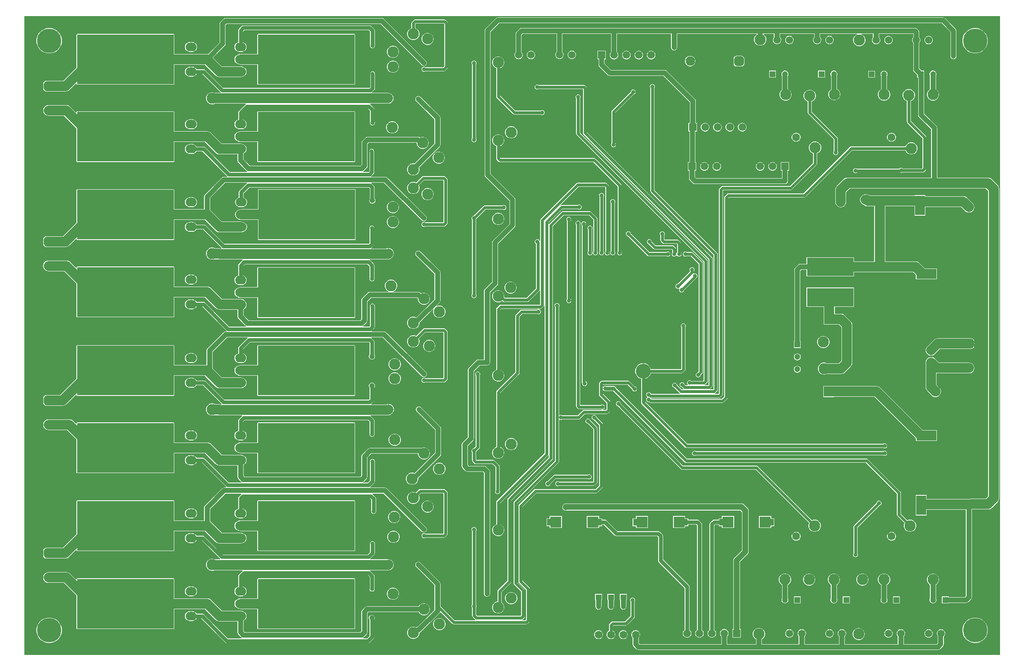
<source format=gbr>
%TF.GenerationSoftware,Altium Limited,Altium Designer,21.6.4 (81)*%
G04 Layer_Physical_Order=1*
G04 Layer_Color=255*
%FSLAX43Y43*%
%MOMM*%
%TF.SameCoordinates,5D8205C6-A8A5-4108-8313-488A8EE5113E*%
%TF.FilePolarity,Positive*%
%TF.FileFunction,Copper,L1,Top,Signal*%
%TF.Part,Single*%
G01*
G75*
%TA.AperFunction,SMDPad,CuDef*%
%ADD10R,9.500X3.750*%
%ADD11R,1.200X1.100*%
%ADD12R,2.108X1.397*%
%ADD13R,4.100X2.000*%
%ADD14R,2.000X4.000*%
%TA.AperFunction,Conductor*%
%ADD15C,1.000*%
%ADD16C,2.000*%
%ADD17C,0.600*%
%ADD18C,0.800*%
%ADD19C,0.750*%
%ADD20C,1.200*%
%ADD21R,19.812X10.160*%
%TA.AperFunction,ComponentPad*%
%ADD22O,2.286X1.778*%
%ADD23C,4.572*%
%ADD24C,1.550*%
%ADD25R,1.550X1.550*%
%ADD26C,3.048*%
%ADD27O,1.524X2.032*%
%ADD28C,2.286*%
%ADD29C,1.600*%
G04:AMPARAMS|DCode=30|XSize=1.6mm|YSize=1.6mm|CornerRadius=0.4mm|HoleSize=0mm|Usage=FLASHONLY|Rotation=0.000|XOffset=0mm|YOffset=0mm|HoleType=Round|Shape=RoundedRectangle|*
%AMROUNDEDRECTD30*
21,1,1.600,0.800,0,0,0.0*
21,1,0.800,1.600,0,0,0.0*
1,1,0.800,0.400,-0.400*
1,1,0.800,-0.400,-0.400*
1,1,0.800,-0.400,0.400*
1,1,0.800,0.400,0.400*
%
%ADD30ROUNDEDRECTD30*%
%ADD31R,2.286X2.286*%
%ADD32R,1.200X1.200*%
%ADD33C,1.200*%
G04:AMPARAMS|DCode=34|XSize=1.95mm|YSize=1.95mm|CornerRadius=0.488mm|HoleSize=0mm|Usage=FLASHONLY|Rotation=90.000|XOffset=0mm|YOffset=0mm|HoleType=Round|Shape=RoundedRectangle|*
%AMROUNDEDRECTD34*
21,1,1.950,0.975,0,0,90.0*
21,1,0.975,1.950,0,0,90.0*
1,1,0.975,0.488,0.488*
1,1,0.975,0.488,-0.488*
1,1,0.975,-0.488,-0.488*
1,1,0.975,-0.488,0.488*
%
%ADD34ROUNDEDRECTD34*%
%ADD35C,1.950*%
%ADD36R,2.057X2.057*%
%ADD37C,2.057*%
%ADD38C,1.500*%
%ADD39R,1.500X1.500*%
%ADD40C,1.524*%
G04:AMPARAMS|DCode=41|XSize=1.95mm|YSize=1.95mm|CornerRadius=0.488mm|HoleSize=0mm|Usage=FLASHONLY|Rotation=180.000|XOffset=0mm|YOffset=0mm|HoleType=Round|Shape=RoundedRectangle|*
%AMROUNDEDRECTD41*
21,1,1.950,0.975,0,0,180.0*
21,1,0.975,1.950,0,0,180.0*
1,1,0.975,-0.488,0.488*
1,1,0.975,0.488,0.488*
1,1,0.975,0.488,-0.488*
1,1,0.975,-0.488,-0.488*
%
%ADD41ROUNDEDRECTD41*%
%ADD42R,1.200X1.200*%
%TA.AperFunction,ViaPad*%
%ADD43C,5.000*%
%ADD44C,0.800*%
G36*
X229743Y42799D02*
X29718D01*
Y173990D01*
X229743D01*
Y42799D01*
D02*
G37*
%LPC*%
G36*
X115854Y173255D02*
X115854Y173255D01*
X109825D01*
X109825Y173255D01*
X109669Y173224D01*
X109537Y173135D01*
X109537Y173135D01*
X109186Y172784D01*
X109097Y172652D01*
X109066Y172496D01*
X109066Y172496D01*
Y171485D01*
X108994Y171465D01*
X108711Y171302D01*
X108479Y171070D01*
X108316Y170787D01*
X108231Y170471D01*
Y170143D01*
X108316Y169827D01*
X108479Y169544D01*
X108711Y169312D01*
X108994Y169149D01*
X109310Y169064D01*
X109638D01*
X109954Y169149D01*
X110237Y169312D01*
X110469Y169544D01*
X110632Y169827D01*
X110717Y170143D01*
Y170471D01*
X110632Y170787D01*
X110469Y171070D01*
X110237Y171302D01*
X109954Y171465D01*
X109882Y171485D01*
Y172327D01*
X109994Y172439D01*
X115685D01*
X115797Y172327D01*
Y163715D01*
X115558Y163476D01*
X111932D01*
X111916Y163492D01*
X111732Y163568D01*
X111534D01*
X111350Y163492D01*
X111209Y163351D01*
X111133Y163167D01*
Y162969D01*
X111209Y162785D01*
X111350Y162644D01*
X111534Y162568D01*
X111732D01*
X111916Y162644D01*
X111932Y162660D01*
X115727D01*
X115727Y162660D01*
X115883Y162691D01*
X116015Y162780D01*
X116493Y163258D01*
X116493Y163258D01*
X116582Y163390D01*
X116613Y163546D01*
Y172496D01*
X116613Y172496D01*
X116582Y172652D01*
X116493Y172784D01*
X116493Y172784D01*
X116142Y173135D01*
X116010Y173224D01*
X115984Y173229D01*
X115854Y173255D01*
D02*
G37*
G36*
X212344Y171554D02*
X184141D01*
X184082Y171542D01*
X184023Y171554D01*
X131650D01*
X131416Y171507D01*
X131217Y171375D01*
X130631Y170789D01*
X130499Y170590D01*
X130452Y170356D01*
Y166579D01*
X130384Y166511D01*
X130272Y166317D01*
X130214Y166101D01*
Y165877D01*
X130272Y165661D01*
X130384Y165467D01*
X130542Y165309D01*
X130736Y165197D01*
X130952Y165139D01*
X131176D01*
X131392Y165197D01*
X131586Y165309D01*
X131744Y165467D01*
X131856Y165661D01*
X131914Y165877D01*
Y166101D01*
X131856Y166317D01*
X131744Y166511D01*
X131676Y166579D01*
Y170103D01*
X131903Y170330D01*
X138834D01*
Y166625D01*
X138766Y166557D01*
X138654Y166363D01*
X138596Y166147D01*
Y165923D01*
X138654Y165707D01*
X138766Y165513D01*
X138924Y165355D01*
X139118Y165243D01*
X139334Y165185D01*
X139558D01*
X139774Y165243D01*
X139968Y165355D01*
X140126Y165513D01*
X140238Y165707D01*
X140296Y165923D01*
Y166147D01*
X140238Y166363D01*
X140126Y166557D01*
X140058Y166625D01*
Y170330D01*
X150010D01*
Y166615D01*
X149922Y166526D01*
X149807Y166327D01*
X149747Y166104D01*
Y165874D01*
X149807Y165651D01*
X149922Y165452D01*
X150085Y165289D01*
X150284Y165174D01*
X150507Y165114D01*
X150737D01*
X150960Y165174D01*
X151159Y165289D01*
X151322Y165452D01*
X151437Y165651D01*
X151497Y165874D01*
Y166104D01*
X151437Y166327D01*
X151322Y166526D01*
X151234Y166615D01*
Y170330D01*
X162329D01*
Y167513D01*
X162376Y167279D01*
X162508Y167080D01*
X162707Y166948D01*
X162941Y166901D01*
X163175Y166948D01*
X163374Y167080D01*
X163506Y167279D01*
X163553Y167513D01*
Y170330D01*
X179874D01*
X179908Y170203D01*
X179831Y170159D01*
X179599Y169927D01*
X179436Y169644D01*
X179351Y169328D01*
Y169000D01*
X179436Y168684D01*
X179599Y168401D01*
X179831Y168169D01*
X180114Y168006D01*
X180430Y167921D01*
X180758D01*
X181074Y168006D01*
X181357Y168169D01*
X181589Y168401D01*
X181752Y168684D01*
X181837Y169000D01*
Y169328D01*
X181752Y169644D01*
X181589Y169927D01*
X181357Y170159D01*
X181280Y170203D01*
X181314Y170330D01*
X183411D01*
Y169673D01*
X183343Y169605D01*
X183231Y169411D01*
X183173Y169195D01*
Y168971D01*
X183231Y168755D01*
X183343Y168561D01*
X183501Y168403D01*
X183695Y168291D01*
X183911Y168233D01*
X184135D01*
X184351Y168291D01*
X184545Y168403D01*
X184703Y168561D01*
X184815Y168755D01*
X184873Y168971D01*
Y169195D01*
X184815Y169411D01*
X184703Y169605D01*
X184635Y169673D01*
Y170330D01*
X191666D01*
Y169673D01*
X191598Y169605D01*
X191486Y169411D01*
X191428Y169195D01*
Y168971D01*
X191486Y168755D01*
X191598Y168561D01*
X191756Y168403D01*
X191950Y168291D01*
X192166Y168233D01*
X192390D01*
X192606Y168291D01*
X192800Y168403D01*
X192958Y168561D01*
X193070Y168755D01*
X193128Y168971D01*
Y169195D01*
X193070Y169411D01*
X192958Y169605D01*
X192890Y169673D01*
Y170330D01*
X200447D01*
X200464Y170203D01*
X200434Y170195D01*
X200151Y170032D01*
X199919Y169800D01*
X199756Y169517D01*
X199671Y169201D01*
Y168873D01*
X199756Y168557D01*
X199919Y168274D01*
X200151Y168042D01*
X200434Y167879D01*
X200750Y167794D01*
X201078D01*
X201394Y167879D01*
X201677Y168042D01*
X201909Y168274D01*
X202072Y168557D01*
X202157Y168873D01*
Y169201D01*
X202072Y169517D01*
X201909Y169800D01*
X201677Y170032D01*
X201394Y170195D01*
X201364Y170203D01*
X201381Y170330D01*
X203731D01*
Y169627D01*
X203663Y169559D01*
X203551Y169365D01*
X203493Y169149D01*
Y168925D01*
X203551Y168709D01*
X203663Y168515D01*
X203821Y168357D01*
X204015Y168245D01*
X204231Y168187D01*
X204455D01*
X204671Y168245D01*
X204865Y168357D01*
X205023Y168515D01*
X205135Y168709D01*
X205193Y168925D01*
Y169149D01*
X205135Y169365D01*
X205023Y169559D01*
X204955Y169627D01*
Y170330D01*
X211986D01*
Y169627D01*
X211918Y169559D01*
X211806Y169365D01*
X211748Y169149D01*
Y168925D01*
X211806Y168709D01*
X211918Y168515D01*
X211986Y168447D01*
Y162941D01*
X212033Y162707D01*
X212165Y162508D01*
X212787Y161887D01*
Y161352D01*
X212997D01*
X213002Y161323D01*
Y153670D01*
X213049Y153436D01*
X213181Y153237D01*
X215669Y150750D01*
Y140809D01*
X198501D01*
X198214Y140772D01*
X197946Y140661D01*
X197716Y140485D01*
X196319Y139088D01*
X196143Y138858D01*
X196032Y138590D01*
X195995Y138303D01*
Y136271D01*
Y135813D01*
X196032Y135526D01*
X196143Y135258D01*
X196319Y135028D01*
X196549Y134852D01*
X196817Y134741D01*
X197104Y134703D01*
X197391Y134741D01*
X197659Y134852D01*
X197889Y135028D01*
X198065Y135258D01*
X198176Y135526D01*
X198213Y135813D01*
Y136271D01*
Y137843D01*
X198961Y138591D01*
X226842D01*
X227364Y138069D01*
Y75418D01*
X226842Y74896D01*
X223726D01*
X223438Y74859D01*
X223416Y74850D01*
X214714D01*
Y75633D01*
X212514D01*
Y73812D01*
X212505Y73740D01*
Y73533D01*
X212514Y73461D01*
Y71433D01*
X214714D01*
Y72631D01*
X222781D01*
Y54941D01*
X222554Y54714D01*
X219267D01*
Y54802D01*
X217867D01*
Y53402D01*
X219267D01*
Y53490D01*
X222807D01*
X223041Y53537D01*
X223240Y53669D01*
X223826Y54255D01*
X223958Y54454D01*
X224005Y54688D01*
Y72678D01*
X227301D01*
X227589Y72715D01*
X227856Y72826D01*
X228086Y73002D01*
X229258Y74174D01*
X229434Y74404D01*
X229545Y74671D01*
X229582Y74959D01*
Y138528D01*
X229545Y138816D01*
X229434Y139083D01*
X229258Y139313D01*
X228086Y140485D01*
X227856Y140661D01*
X227589Y140772D01*
X227301Y140809D01*
X216893D01*
Y151003D01*
X216846Y151237D01*
X216714Y151436D01*
X214226Y153923D01*
Y161432D01*
X214199Y161568D01*
Y161789D01*
X214226Y161925D01*
X214187Y162120D01*
Y162752D01*
X213652D01*
X213210Y163194D01*
Y168447D01*
X213278Y168515D01*
X213390Y168709D01*
X213448Y168925D01*
Y169149D01*
X213390Y169365D01*
X213278Y169559D01*
X213210Y169627D01*
Y170688D01*
X213163Y170922D01*
X213031Y171121D01*
X212777Y171375D01*
X212578Y171507D01*
X212344Y171554D01*
D02*
G37*
G36*
X194930Y169933D02*
X194706D01*
X194490Y169875D01*
X194296Y169763D01*
X194138Y169605D01*
X194026Y169411D01*
X193968Y169195D01*
Y168971D01*
X194026Y168755D01*
X194138Y168561D01*
X194296Y168403D01*
X194490Y168291D01*
X194706Y168233D01*
X194930D01*
X195146Y168291D01*
X195340Y168403D01*
X195498Y168561D01*
X195610Y168755D01*
X195668Y168971D01*
Y169195D01*
X195610Y169411D01*
X195498Y169605D01*
X195340Y169763D01*
X195146Y169875D01*
X194930Y169933D01*
D02*
G37*
G36*
X186675D02*
X186451D01*
X186235Y169875D01*
X186041Y169763D01*
X185883Y169605D01*
X185771Y169411D01*
X185713Y169195D01*
Y168971D01*
X185771Y168755D01*
X185883Y168561D01*
X186041Y168403D01*
X186235Y168291D01*
X186451Y168233D01*
X186675D01*
X186891Y168291D01*
X187085Y168403D01*
X187243Y168561D01*
X187355Y168755D01*
X187413Y168971D01*
Y169195D01*
X187355Y169411D01*
X187243Y169605D01*
X187085Y169763D01*
X186891Y169875D01*
X186675Y169933D01*
D02*
G37*
G36*
X215250Y169887D02*
X215026D01*
X214810Y169829D01*
X214616Y169717D01*
X214458Y169559D01*
X214346Y169365D01*
X214288Y169149D01*
Y168925D01*
X214346Y168709D01*
X214458Y168515D01*
X214616Y168357D01*
X214810Y168245D01*
X215026Y168187D01*
X215250D01*
X215466Y168245D01*
X215660Y168357D01*
X215818Y168515D01*
X215930Y168709D01*
X215988Y168925D01*
Y169149D01*
X215930Y169365D01*
X215818Y169559D01*
X215660Y169717D01*
X215466Y169829D01*
X215250Y169887D01*
D02*
G37*
G36*
X206995D02*
X206771D01*
X206555Y169829D01*
X206361Y169717D01*
X206203Y169559D01*
X206091Y169365D01*
X206033Y169149D01*
Y168925D01*
X206091Y168709D01*
X206203Y168515D01*
X206361Y168357D01*
X206555Y168245D01*
X206771Y168187D01*
X206995D01*
X207211Y168245D01*
X207405Y168357D01*
X207563Y168515D01*
X207675Y168709D01*
X207733Y168925D01*
Y169149D01*
X207675Y169365D01*
X207563Y169559D01*
X207405Y169717D01*
X207211Y169829D01*
X206995Y169887D01*
D02*
G37*
G36*
X112559Y170534D02*
X112231D01*
X111915Y170449D01*
X111632Y170286D01*
X111400Y170054D01*
X111237Y169771D01*
X111152Y169455D01*
Y169127D01*
X111237Y168811D01*
X111400Y168528D01*
X111632Y168296D01*
X111915Y168133D01*
X112231Y168048D01*
X112559D01*
X112875Y168133D01*
X113158Y168296D01*
X113390Y168528D01*
X113553Y168811D01*
X113638Y169127D01*
Y169455D01*
X113553Y169771D01*
X113390Y170054D01*
X113158Y170286D01*
X112875Y170449D01*
X112559Y170534D01*
D02*
G37*
G36*
X100506Y172061D02*
X74627D01*
X74441Y172024D01*
X74284Y171919D01*
X73699Y171334D01*
X73594Y171177D01*
X73557Y170991D01*
Y168607D01*
X73529Y168604D01*
X73288Y168504D01*
X73082Y168345D01*
X72923Y168139D01*
X72823Y167898D01*
X72789Y167640D01*
X72823Y167382D01*
X72923Y167141D01*
X73082Y166935D01*
X73288Y166776D01*
X73529Y166676D01*
X73787Y166642D01*
X74295D01*
X74553Y166676D01*
X74794Y166776D01*
X75000Y166935D01*
X75159Y167141D01*
X75259Y167382D01*
X75293Y167640D01*
X75259Y167898D01*
X75159Y168139D01*
X75000Y168345D01*
X74794Y168504D01*
X74553Y168604D01*
X74525Y168607D01*
Y170791D01*
X74827Y171093D01*
X100306D01*
X100608Y170791D01*
Y168031D01*
X100592Y167993D01*
Y167795D01*
X100668Y167611D01*
X100809Y167470D01*
X100993Y167394D01*
X101191D01*
X101375Y167470D01*
X101516Y167611D01*
X101592Y167795D01*
Y167993D01*
X101576Y168031D01*
Y170991D01*
X101539Y171177D01*
X101434Y171334D01*
X100849Y171919D01*
X100692Y172024D01*
X100506Y172061D01*
D02*
G37*
G36*
X64135Y168638D02*
X63627D01*
X63369Y168604D01*
X63128Y168504D01*
X62922Y168345D01*
X62763Y168139D01*
X62663Y167898D01*
X62629Y167640D01*
X62663Y167382D01*
X62763Y167141D01*
X62922Y166935D01*
X63128Y166776D01*
X63369Y166676D01*
X63627Y166642D01*
X64135D01*
X64393Y166676D01*
X64634Y166776D01*
X64840Y166935D01*
X64999Y167141D01*
X65099Y167382D01*
X65133Y167640D01*
X65099Y167898D01*
X64999Y168139D01*
X64840Y168345D01*
X64634Y168504D01*
X64393Y168604D01*
X64135Y168638D01*
D02*
G37*
G36*
X224919Y171510D02*
X224407D01*
X223905Y171410D01*
X223431Y171214D01*
X223006Y170930D01*
X222643Y170567D01*
X222359Y170142D01*
X222163Y169668D01*
X222063Y169166D01*
Y168654D01*
X222163Y168152D01*
X222359Y167678D01*
X222643Y167253D01*
X223006Y166890D01*
X223431Y166606D01*
X223905Y166410D01*
X224407Y166310D01*
X224919D01*
X225421Y166410D01*
X225895Y166606D01*
X226320Y166890D01*
X226683Y167253D01*
X226967Y167678D01*
X227163Y168152D01*
X227263Y168654D01*
Y169166D01*
X227163Y169668D01*
X226967Y170142D01*
X226683Y170567D01*
X226320Y170930D01*
X225895Y171214D01*
X225421Y171410D01*
X224919Y171510D01*
D02*
G37*
G36*
X35054D02*
X34542D01*
X34040Y171410D01*
X33566Y171214D01*
X33141Y170930D01*
X32778Y170567D01*
X32494Y170142D01*
X32298Y169668D01*
X32198Y169166D01*
Y168654D01*
X32298Y168152D01*
X32494Y167678D01*
X32778Y167253D01*
X33141Y166890D01*
X33566Y166606D01*
X34040Y166410D01*
X34542Y166310D01*
X35054D01*
X35556Y166410D01*
X36030Y166606D01*
X36455Y166890D01*
X36818Y167253D01*
X37102Y167678D01*
X37298Y168152D01*
X37398Y168654D01*
Y169166D01*
X37298Y169668D01*
X37102Y170142D01*
X36818Y170567D01*
X36455Y170930D01*
X36030Y171214D01*
X35556Y171410D01*
X35054Y171510D01*
D02*
G37*
G36*
X105447Y167867D02*
X105119D01*
X104803Y167782D01*
X104520Y167619D01*
X104288Y167387D01*
X104125Y167104D01*
X104040Y166788D01*
Y166460D01*
X104125Y166144D01*
X104288Y165861D01*
X104520Y165629D01*
X104803Y165466D01*
X105119Y165381D01*
X105447D01*
X105763Y165466D01*
X106046Y165629D01*
X106278Y165861D01*
X106441Y166144D01*
X106526Y166460D01*
Y166788D01*
X106441Y167104D01*
X106278Y167387D01*
X106046Y167619D01*
X105763Y167782D01*
X105447Y167867D01*
D02*
G37*
G36*
X142098Y166885D02*
X141874D01*
X141658Y166827D01*
X141464Y166715D01*
X141306Y166557D01*
X141194Y166363D01*
X141136Y166147D01*
Y165923D01*
X141194Y165707D01*
X141306Y165513D01*
X141464Y165355D01*
X141658Y165243D01*
X141874Y165185D01*
X142098D01*
X142314Y165243D01*
X142508Y165355D01*
X142666Y165513D01*
X142778Y165707D01*
X142836Y165923D01*
Y166147D01*
X142778Y166363D01*
X142666Y166557D01*
X142508Y166715D01*
X142314Y166827D01*
X142098Y166885D01*
D02*
G37*
G36*
X133716Y166839D02*
X133492D01*
X133276Y166781D01*
X133082Y166669D01*
X132924Y166511D01*
X132812Y166317D01*
X132754Y166101D01*
Y165877D01*
X132812Y165661D01*
X132924Y165467D01*
X133082Y165309D01*
X133276Y165197D01*
X133492Y165139D01*
X133716D01*
X133932Y165197D01*
X134126Y165309D01*
X134284Y165467D01*
X134396Y165661D01*
X134454Y165877D01*
Y166101D01*
X134396Y166317D01*
X134284Y166511D01*
X134126Y166669D01*
X133932Y166781D01*
X133716Y166839D01*
D02*
G37*
G36*
X218059Y173713D02*
X126824D01*
X126590Y173666D01*
X126391Y173534D01*
X124281Y171424D01*
X124149Y171225D01*
X124102Y170991D01*
Y141351D01*
X124149Y141117D01*
X124281Y140918D01*
X128599Y136600D01*
X129182Y136018D01*
Y131317D01*
X125805Y127941D01*
X125673Y127742D01*
X125626Y127508D01*
Y119379D01*
X124154Y117908D01*
X124022Y117709D01*
X123975Y117475D01*
Y103482D01*
X122809D01*
X122575Y103435D01*
X122376Y103303D01*
X120852Y101779D01*
X120720Y101580D01*
X120673Y101346D01*
Y87502D01*
X119582Y86412D01*
X119450Y86213D01*
X119403Y85979D01*
Y81612D01*
X119450Y81378D01*
X119582Y81179D01*
X120168Y80593D01*
X120367Y80461D01*
X120601Y80414D01*
X123748D01*
X123975Y80187D01*
Y70993D01*
Y55372D01*
X124022Y55138D01*
X124154Y54939D01*
X124353Y54807D01*
X124587Y54760D01*
X124821Y54807D01*
X125020Y54939D01*
X125152Y55138D01*
X125199Y55372D01*
Y70993D01*
Y80440D01*
X125152Y80674D01*
X125020Y80873D01*
X124434Y81459D01*
X124235Y81591D01*
X124001Y81638D01*
X120854D01*
X120627Y81865D01*
Y85726D01*
X121718Y86816D01*
X121850Y87015D01*
X121897Y87249D01*
Y101093D01*
X123062Y102258D01*
X124587D01*
X124821Y102305D01*
X125020Y102437D01*
X125152Y102636D01*
X125199Y102870D01*
Y117222D01*
X126671Y118693D01*
X126803Y118892D01*
X126850Y119126D01*
Y127255D01*
X130227Y130631D01*
X130359Y130830D01*
X130406Y131064D01*
Y136271D01*
X130359Y136505D01*
X130227Y136704D01*
X129465Y137466D01*
X125326Y141604D01*
Y170738D01*
X127077Y172489D01*
X217806D01*
X219606Y170689D01*
Y165735D01*
X219653Y165501D01*
X219785Y165302D01*
X219984Y165170D01*
X220218Y165123D01*
X220452Y165170D01*
X220651Y165302D01*
X220783Y165501D01*
X220830Y165735D01*
Y170942D01*
X220783Y171176D01*
X220651Y171375D01*
X218492Y173534D01*
X218293Y173666D01*
X218059Y173713D01*
D02*
G37*
G36*
X158357Y166864D02*
X158127D01*
X157904Y166804D01*
X157705Y166689D01*
X157542Y166526D01*
X157427Y166327D01*
X157367Y166104D01*
Y165874D01*
X157427Y165651D01*
X157542Y165452D01*
X157705Y165289D01*
X157904Y165174D01*
X158127Y165114D01*
X158357D01*
X158580Y165174D01*
X158779Y165289D01*
X158942Y165452D01*
X159057Y165651D01*
X159117Y165874D01*
Y166104D01*
X159057Y166327D01*
X158942Y166526D01*
X158779Y166689D01*
X158580Y166804D01*
X158357Y166864D01*
D02*
G37*
G36*
X155817D02*
X155587D01*
X155364Y166804D01*
X155165Y166689D01*
X155002Y166526D01*
X154887Y166327D01*
X154827Y166104D01*
Y165874D01*
X154887Y165651D01*
X155002Y165452D01*
X155165Y165289D01*
X155364Y165174D01*
X155587Y165114D01*
X155817D01*
X156040Y165174D01*
X156239Y165289D01*
X156402Y165452D01*
X156517Y165651D01*
X156577Y165874D01*
Y166104D01*
X156517Y166327D01*
X156402Y166526D01*
X156239Y166689D01*
X156040Y166804D01*
X155817Y166864D01*
D02*
G37*
G36*
X153277D02*
X153047D01*
X152824Y166804D01*
X152625Y166689D01*
X152462Y166526D01*
X152347Y166327D01*
X152287Y166104D01*
Y165874D01*
X152347Y165651D01*
X152462Y165452D01*
X152625Y165289D01*
X152824Y165174D01*
X153047Y165114D01*
X153277D01*
X153500Y165174D01*
X153699Y165289D01*
X153862Y165452D01*
X153977Y165651D01*
X154037Y165874D01*
Y166104D01*
X153977Y166327D01*
X153862Y166526D01*
X153699Y166689D01*
X153500Y166804D01*
X153277Y166864D01*
D02*
G37*
G36*
X102997Y173586D02*
X70944D01*
X70710Y173539D01*
X70511Y173407D01*
X69925Y172821D01*
X69793Y172622D01*
X69746Y172388D01*
Y168528D01*
X67399Y166181D01*
X67183Y166209D01*
X60433D01*
Y170180D01*
X60402Y170257D01*
X60325Y170288D01*
X40513D01*
X40436Y170257D01*
X40405Y170180D01*
Y163386D01*
X37728Y160709D01*
X34679D01*
X34504Y160686D01*
X34191D01*
X33962Y160640D01*
X33768Y160510D01*
X33638Y160316D01*
X33592Y160087D01*
Y159774D01*
X33569Y159599D01*
X33592Y159425D01*
Y159112D01*
X33638Y158883D01*
X33768Y158688D01*
X33962Y158558D01*
X34191Y158513D01*
X34504D01*
X34679Y158490D01*
X38187D01*
X38474Y158528D01*
X38742Y158638D01*
X38972Y158815D01*
X40287Y160130D01*
X40405Y160082D01*
Y160020D01*
X40436Y159943D01*
X40513Y159912D01*
X60325D01*
X60402Y159943D01*
X60433Y160020D01*
Y163991D01*
X66723D01*
X68938Y161775D01*
X69168Y161599D01*
X69436Y161488D01*
X69723Y161451D01*
X74041D01*
X74328Y161488D01*
X74596Y161599D01*
X74638Y161632D01*
X74794Y161696D01*
X75000Y161855D01*
X75159Y162061D01*
X75259Y162302D01*
X75293Y162560D01*
X75259Y162818D01*
X75159Y163059D01*
X75000Y163265D01*
X74794Y163424D01*
X74638Y163488D01*
X74596Y163521D01*
X74328Y163632D01*
X74041Y163669D01*
X70183D01*
X68400Y165452D01*
X70791Y167842D01*
X70923Y168041D01*
X70970Y168275D01*
Y172135D01*
X71197Y172362D01*
X102744D01*
X111200Y163905D01*
X111399Y163773D01*
X111633Y163726D01*
X111867Y163773D01*
X112066Y163905D01*
X112198Y164104D01*
X112245Y164338D01*
X112198Y164572D01*
X112066Y164771D01*
X103430Y173407D01*
X103231Y173539D01*
X102997Y173586D01*
D02*
G37*
G36*
X166385Y165794D02*
X166101D01*
X165828Y165721D01*
X165583Y165579D01*
X165383Y165379D01*
X165241Y165134D01*
X165168Y164861D01*
Y164577D01*
X165241Y164304D01*
X165383Y164059D01*
X165583Y163859D01*
X165828Y163717D01*
X166101Y163644D01*
X166385D01*
X166658Y163717D01*
X166903Y163859D01*
X167103Y164059D01*
X167245Y164304D01*
X167318Y164577D01*
Y164861D01*
X167245Y165134D01*
X167103Y165379D01*
X166903Y165579D01*
X166658Y165721D01*
X166385Y165794D01*
D02*
G37*
G36*
X176730Y165806D02*
X175755D01*
X175526Y165760D01*
X175332Y165630D01*
X175202Y165436D01*
X175156Y165206D01*
Y164232D01*
X175202Y164002D01*
X175332Y163808D01*
X175526Y163678D01*
X175755Y163632D01*
X176730D01*
X176960Y163678D01*
X177154Y163808D01*
X177284Y164002D01*
X177329Y164232D01*
Y165206D01*
X177284Y165436D01*
X177154Y165630D01*
X176960Y165760D01*
X176730Y165806D01*
D02*
G37*
G36*
X105447Y164819D02*
X105119D01*
X104803Y164734D01*
X104520Y164571D01*
X104288Y164339D01*
X104125Y164056D01*
X104040Y163740D01*
Y163412D01*
X104125Y163096D01*
X104288Y162813D01*
X104520Y162581D01*
X104803Y162418D01*
X105119Y162333D01*
X105447D01*
X105763Y162418D01*
X106046Y162581D01*
X106278Y162813D01*
X106441Y163096D01*
X106526Y163412D01*
Y163740D01*
X106441Y164056D01*
X106278Y164339D01*
X106046Y164571D01*
X105763Y164734D01*
X105447Y164819D01*
D02*
G37*
G36*
X193867Y162752D02*
X192467D01*
Y161352D01*
X193867D01*
Y162752D01*
D02*
G37*
G36*
X183834D02*
X182434D01*
Y161352D01*
X183834D01*
Y162752D01*
D02*
G37*
G36*
X204154Y162747D02*
X202754D01*
Y161347D01*
X204154D01*
Y162747D01*
D02*
G37*
G36*
X97409Y170288D02*
X77597D01*
X77520Y170257D01*
X77489Y170180D01*
Y166209D01*
X74041D01*
X73754Y166172D01*
X73486Y166061D01*
X73444Y166028D01*
X73288Y165964D01*
X73082Y165805D01*
X72923Y165599D01*
X72823Y165358D01*
X72789Y165100D01*
X72823Y164842D01*
X72923Y164601D01*
X73082Y164395D01*
X73288Y164236D01*
X73444Y164172D01*
X73486Y164139D01*
X73754Y164028D01*
X74041Y163991D01*
X77489D01*
Y160020D01*
X77520Y159943D01*
X77597Y159912D01*
X97409D01*
X97486Y159943D01*
X97517Y160020D01*
Y170180D01*
X97486Y170257D01*
X97409Y170288D01*
D02*
G37*
G36*
X64135Y163558D02*
X63627D01*
X63369Y163524D01*
X63128Y163424D01*
X62922Y163265D01*
X62763Y163059D01*
X62663Y162818D01*
X62629Y162560D01*
X62663Y162302D01*
X62763Y162061D01*
X62922Y161855D01*
X63128Y161696D01*
X63369Y161596D01*
X63627Y161562D01*
X64135D01*
X64393Y161596D01*
X64634Y161696D01*
X64840Y161855D01*
X64999Y162061D01*
X65005Y162076D01*
X66220D01*
X69911Y158386D01*
X69985Y158335D01*
X69947Y158208D01*
X68763D01*
X68679Y158257D01*
X68363Y158342D01*
X68035D01*
X67719Y158257D01*
X67436Y158094D01*
X67204Y157862D01*
X67041Y157579D01*
X66956Y157263D01*
Y156935D01*
X67041Y156619D01*
X67204Y156336D01*
X67436Y156104D01*
X67719Y155941D01*
X68035Y155856D01*
X68363D01*
X68679Y155941D01*
X68763Y155990D01*
X75062D01*
X75100Y155863D01*
X74993Y155790D01*
X73699Y154496D01*
X73594Y154339D01*
X73557Y154154D01*
Y152732D01*
X73529Y152729D01*
X73288Y152629D01*
X73082Y152470D01*
X72923Y152264D01*
X72823Y152023D01*
X72789Y151765D01*
X72823Y151507D01*
X72923Y151266D01*
X73082Y151060D01*
X73288Y150901D01*
X73529Y150801D01*
X73787Y150767D01*
X74295D01*
X74553Y150801D01*
X74794Y150901D01*
X75000Y151060D01*
X75159Y151266D01*
X75259Y151507D01*
X75293Y151765D01*
X75259Y152023D01*
X75159Y152264D01*
X75000Y152470D01*
X74794Y152629D01*
X74553Y152729D01*
X74525Y152732D01*
Y153953D01*
X75536Y154964D01*
X100163D01*
X100568Y154559D01*
Y152206D01*
X100552Y152168D01*
Y151970D01*
X100628Y151786D01*
X100769Y151645D01*
X100953Y151569D01*
X101151D01*
X101335Y151645D01*
X101476Y151786D01*
X101552Y151970D01*
Y152168D01*
X101536Y152206D01*
Y154759D01*
X101499Y154945D01*
X101394Y155102D01*
X100706Y155790D01*
X100598Y155863D01*
X100636Y155990D01*
X104290D01*
X104577Y156027D01*
X104845Y156138D01*
X105075Y156314D01*
X105251Y156544D01*
X105362Y156812D01*
X105399Y157099D01*
X105362Y157386D01*
X105251Y157654D01*
X105075Y157884D01*
X104845Y158060D01*
X104577Y158171D01*
X104290Y158208D01*
X100989D01*
X100950Y158335D01*
X101025Y158386D01*
X101464Y158825D01*
X101569Y158982D01*
X101606Y159167D01*
Y161946D01*
X101622Y161984D01*
Y162183D01*
X101546Y162366D01*
X101405Y162507D01*
X101221Y162583D01*
X101023D01*
X100839Y162507D01*
X100698Y162366D01*
X100622Y162183D01*
Y161984D01*
X100638Y161946D01*
Y159368D01*
X100482Y159212D01*
X70454D01*
X66763Y162902D01*
X66606Y163007D01*
X66421Y163044D01*
X65005D01*
X64999Y163059D01*
X64840Y163265D01*
X64634Y163424D01*
X64393Y163524D01*
X64135Y163558D01*
D02*
G37*
G36*
X195799Y162752D02*
X195615D01*
X195437Y162704D01*
X195277Y162612D01*
X195147Y162482D01*
X195055Y162322D01*
X195007Y162144D01*
Y161960D01*
X195055Y161782D01*
X195134Y161645D01*
Y158962D01*
X195026Y158900D01*
X194795Y158669D01*
X194631Y158385D01*
X194547Y158069D01*
Y157742D01*
X194631Y157426D01*
X194795Y157142D01*
X195026Y156911D01*
X195310Y156747D01*
X195626Y156662D01*
X195953D01*
X196269Y156747D01*
X196553Y156911D01*
X196784Y157142D01*
X196948Y157426D01*
X197033Y157742D01*
Y158069D01*
X196948Y158385D01*
X196784Y158669D01*
X196553Y158900D01*
X196357Y159013D01*
Y161778D01*
X196359Y161782D01*
X196407Y161960D01*
Y162144D01*
X196359Y162322D01*
X196267Y162482D01*
X196137Y162612D01*
X195977Y162704D01*
X195799Y162752D01*
D02*
G37*
G36*
X216119D02*
X215935D01*
X215757Y162704D01*
X215597Y162612D01*
X215467Y162482D01*
X215375Y162322D01*
X215327Y162144D01*
Y161960D01*
X215375Y161782D01*
X215415Y161712D01*
Y158943D01*
X215264Y158856D01*
X215032Y158624D01*
X214869Y158341D01*
X214784Y158025D01*
Y157697D01*
X214869Y157381D01*
X215032Y157098D01*
X215264Y156866D01*
X215547Y156703D01*
X215863Y156618D01*
X216191D01*
X216507Y156703D01*
X216790Y156866D01*
X217022Y157098D01*
X217185Y157381D01*
X217270Y157697D01*
Y158025D01*
X217185Y158341D01*
X217022Y158624D01*
X216790Y158856D01*
X216639Y158943D01*
Y161712D01*
X216679Y161782D01*
X216727Y161960D01*
Y162144D01*
X216679Y162322D01*
X216587Y162482D01*
X216457Y162612D01*
X216297Y162704D01*
X216119Y162752D01*
D02*
G37*
G36*
X206086Y162747D02*
X205902D01*
X205724Y162699D01*
X205564Y162607D01*
X205434Y162477D01*
X205342Y162317D01*
X205294Y162139D01*
Y161955D01*
X205342Y161777D01*
X205382Y161707D01*
Y158943D01*
X205231Y158856D01*
X204999Y158624D01*
X204836Y158341D01*
X204751Y158025D01*
Y157697D01*
X204836Y157381D01*
X204999Y157098D01*
X205231Y156866D01*
X205514Y156703D01*
X205830Y156618D01*
X206158D01*
X206474Y156703D01*
X206757Y156866D01*
X206989Y157098D01*
X207152Y157381D01*
X207237Y157697D01*
Y158025D01*
X207152Y158341D01*
X206989Y158624D01*
X206757Y158856D01*
X206606Y158943D01*
Y161707D01*
X206646Y161777D01*
X206694Y161955D01*
Y162139D01*
X206646Y162317D01*
X206554Y162477D01*
X206424Y162607D01*
X206264Y162699D01*
X206086Y162747D01*
D02*
G37*
G36*
X185766Y162752D02*
X185582D01*
X185404Y162704D01*
X185244Y162612D01*
X185114Y162482D01*
X185022Y162322D01*
X184974Y162144D01*
Y161960D01*
X185022Y161782D01*
X185062Y161712D01*
Y158870D01*
X185038Y158856D01*
X184806Y158624D01*
X184643Y158341D01*
X184558Y158025D01*
Y157697D01*
X184643Y157381D01*
X184806Y157098D01*
X185038Y156866D01*
X185321Y156703D01*
X185637Y156618D01*
X185965D01*
X186281Y156703D01*
X186564Y156866D01*
X186796Y157098D01*
X186959Y157381D01*
X187044Y157697D01*
Y158025D01*
X186959Y158341D01*
X186796Y158624D01*
X186564Y158856D01*
X186286Y159016D01*
Y161712D01*
X186326Y161782D01*
X186374Y161960D01*
Y162144D01*
X186326Y162322D01*
X186234Y162482D01*
X186104Y162612D01*
X185944Y162704D01*
X185766Y162752D01*
D02*
G37*
G36*
X127037Y165708D02*
X126709D01*
X126393Y165623D01*
X126110Y165460D01*
X125878Y165228D01*
X125715Y164945D01*
X125630Y164629D01*
Y164301D01*
X125715Y163985D01*
X125878Y163702D01*
X126110Y163470D01*
X126393Y163307D01*
X126465Y163287D01*
Y157480D01*
X126465Y157480D01*
X126496Y157324D01*
X126585Y157192D01*
X129887Y153890D01*
X129887Y153890D01*
X130019Y153801D01*
X130175Y153770D01*
X130175Y153770D01*
X135591D01*
X135607Y153754D01*
X135791Y153678D01*
X135989D01*
X136173Y153754D01*
X136314Y153895D01*
X136390Y154079D01*
Y154277D01*
X136314Y154461D01*
X136173Y154602D01*
X135989Y154678D01*
X135791D01*
X135607Y154602D01*
X135591Y154586D01*
X130344D01*
X127281Y157649D01*
Y163287D01*
X127353Y163307D01*
X127636Y163470D01*
X127868Y163702D01*
X128031Y163985D01*
X128116Y164301D01*
Y164629D01*
X128031Y164945D01*
X127868Y165228D01*
X127636Y165460D01*
X127353Y165623D01*
X127037Y165708D01*
D02*
G37*
G36*
X64135Y152763D02*
X63627D01*
X63369Y152729D01*
X63128Y152629D01*
X62922Y152470D01*
X62763Y152264D01*
X62663Y152023D01*
X62629Y151765D01*
X62663Y151507D01*
X62763Y151266D01*
X62922Y151060D01*
X63128Y150901D01*
X63369Y150801D01*
X63627Y150767D01*
X64135D01*
X64393Y150801D01*
X64634Y150901D01*
X64840Y151060D01*
X64999Y151266D01*
X65099Y151507D01*
X65133Y151765D01*
X65099Y152023D01*
X64999Y152264D01*
X64840Y152470D01*
X64634Y152629D01*
X64393Y152729D01*
X64135Y152763D01*
D02*
G37*
G36*
X177026Y152051D02*
X176796D01*
X176573Y151991D01*
X176374Y151876D01*
X176211Y151713D01*
X176096Y151514D01*
X176036Y151291D01*
Y151061D01*
X176096Y150838D01*
X176211Y150639D01*
X176374Y150476D01*
X176573Y150361D01*
X176796Y150301D01*
X177026D01*
X177249Y150361D01*
X177448Y150476D01*
X177611Y150639D01*
X177726Y150838D01*
X177786Y151061D01*
Y151291D01*
X177726Y151514D01*
X177611Y151713D01*
X177448Y151876D01*
X177249Y151991D01*
X177026Y152051D01*
D02*
G37*
G36*
X174486D02*
X174256D01*
X174033Y151991D01*
X173834Y151876D01*
X173671Y151713D01*
X173556Y151514D01*
X173496Y151291D01*
Y151061D01*
X173556Y150838D01*
X173671Y150639D01*
X173834Y150476D01*
X174033Y150361D01*
X174256Y150301D01*
X174486D01*
X174709Y150361D01*
X174908Y150476D01*
X175071Y150639D01*
X175186Y150838D01*
X175246Y151061D01*
Y151291D01*
X175186Y151514D01*
X175071Y151713D01*
X174908Y151876D01*
X174709Y151991D01*
X174486Y152051D01*
D02*
G37*
G36*
X171946D02*
X171716D01*
X171493Y151991D01*
X171294Y151876D01*
X171131Y151713D01*
X171016Y151514D01*
X170956Y151291D01*
Y151061D01*
X171016Y150838D01*
X171131Y150639D01*
X171294Y150476D01*
X171493Y150361D01*
X171716Y150301D01*
X171946D01*
X172169Y150361D01*
X172368Y150476D01*
X172531Y150639D01*
X172646Y150838D01*
X172706Y151061D01*
Y151291D01*
X172646Y151514D01*
X172531Y151713D01*
X172368Y151876D01*
X172169Y151991D01*
X171946Y152051D01*
D02*
G37*
G36*
X169406D02*
X169176D01*
X168953Y151991D01*
X168754Y151876D01*
X168591Y151713D01*
X168476Y151514D01*
X168416Y151291D01*
Y151061D01*
X168476Y150838D01*
X168591Y150639D01*
X168754Y150476D01*
X168953Y150361D01*
X169176Y150301D01*
X169406D01*
X169629Y150361D01*
X169828Y150476D01*
X169991Y150639D01*
X170106Y150838D01*
X170166Y151061D01*
Y151291D01*
X170106Y151514D01*
X169991Y151713D01*
X169828Y151876D01*
X169629Y151991D01*
X169406Y152051D01*
D02*
G37*
G36*
X105320Y152373D02*
X104992D01*
X104676Y152288D01*
X104393Y152125D01*
X104161Y151893D01*
X103998Y151610D01*
X103913Y151294D01*
Y150966D01*
X103998Y150650D01*
X104161Y150367D01*
X104393Y150135D01*
X104676Y149972D01*
X104992Y149887D01*
X105320D01*
X105636Y149972D01*
X105919Y150135D01*
X106151Y150367D01*
X106314Y150650D01*
X106399Y150966D01*
Y151294D01*
X106314Y151610D01*
X106151Y151893D01*
X105919Y152125D01*
X105636Y152288D01*
X105320Y152373D01*
D02*
G37*
G36*
X129704Y151357D02*
X129376D01*
X129060Y151272D01*
X128777Y151109D01*
X128545Y150877D01*
X128382Y150594D01*
X128297Y150278D01*
Y149950D01*
X128382Y149634D01*
X128545Y149351D01*
X128777Y149119D01*
X129060Y148956D01*
X129376Y148871D01*
X129704D01*
X130020Y148956D01*
X130303Y149119D01*
X130535Y149351D01*
X130698Y149634D01*
X130783Y149950D01*
Y150278D01*
X130698Y150594D01*
X130535Y150877D01*
X130303Y151109D01*
X130020Y151272D01*
X129704Y151357D01*
D02*
G37*
G36*
X207636Y149998D02*
X207400D01*
X207171Y149937D01*
X206965Y149818D01*
X206798Y149651D01*
X206679Y149445D01*
X206618Y149216D01*
Y148980D01*
X206679Y148751D01*
X206798Y148545D01*
X206965Y148378D01*
X207171Y148259D01*
X207400Y148198D01*
X207636D01*
X207865Y148259D01*
X208071Y148378D01*
X208238Y148545D01*
X208357Y148751D01*
X208418Y148980D01*
Y149216D01*
X208357Y149445D01*
X208238Y149651D01*
X208071Y149818D01*
X207865Y149937D01*
X207636Y149998D01*
D02*
G37*
G36*
X188078Y149993D02*
X187842D01*
X187613Y149932D01*
X187407Y149813D01*
X187240Y149646D01*
X187121Y149440D01*
X187060Y149211D01*
Y148975D01*
X187121Y148746D01*
X187240Y148540D01*
X187407Y148373D01*
X187613Y148254D01*
X187842Y148193D01*
X188078D01*
X188307Y148254D01*
X188513Y148373D01*
X188680Y148540D01*
X188799Y148746D01*
X188860Y148975D01*
Y149211D01*
X188799Y149440D01*
X188680Y149646D01*
X188513Y149813D01*
X188307Y149932D01*
X188078Y149993D01*
D02*
G37*
G36*
X122019Y164838D02*
X121821D01*
X121637Y164762D01*
X121496Y164621D01*
X121420Y164437D01*
Y164239D01*
X121496Y164055D01*
X121512Y164039D01*
Y148889D01*
X121496Y148873D01*
X121420Y148689D01*
Y148491D01*
X121496Y148307D01*
X121637Y148166D01*
X121821Y148090D01*
X122019D01*
X122203Y148166D01*
X122344Y148307D01*
X122420Y148491D01*
Y148689D01*
X122344Y148873D01*
X122328Y148889D01*
Y164039D01*
X122344Y164055D01*
X122420Y164239D01*
Y164437D01*
X122344Y164621D01*
X122203Y164762D01*
X122019Y164838D01*
D02*
G37*
G36*
X154658Y158869D02*
X154460D01*
X154276Y158793D01*
X154135Y158652D01*
X154059Y158468D01*
Y158446D01*
X150207Y154593D01*
X150118Y154461D01*
X150087Y154305D01*
X150087Y154305D01*
Y147873D01*
X150071Y147857D01*
X149995Y147673D01*
Y147475D01*
X150071Y147291D01*
X150212Y147150D01*
X150396Y147074D01*
X150594D01*
X150778Y147150D01*
X150919Y147291D01*
X150995Y147475D01*
Y147673D01*
X150919Y147857D01*
X150903Y147873D01*
Y154136D01*
X154636Y157869D01*
X154658D01*
X154842Y157945D01*
X154983Y158086D01*
X155059Y158270D01*
Y158468D01*
X154983Y158652D01*
X154842Y158793D01*
X154658Y158869D01*
D02*
G37*
G36*
X38314Y155709D02*
X34679D01*
X34392Y155671D01*
X34124Y155560D01*
X33894Y155384D01*
X33718Y155154D01*
X33607Y154886D01*
X33569Y154599D01*
X33607Y154312D01*
X33718Y154044D01*
X33894Y153815D01*
X34124Y153638D01*
X34392Y153528D01*
X34679Y153490D01*
X37854D01*
X40405Y150939D01*
Y144145D01*
X40436Y144068D01*
X40513Y144037D01*
X60325D01*
X60402Y144068D01*
X60433Y144145D01*
Y148116D01*
X66723D01*
X68938Y145900D01*
X69168Y145724D01*
X69436Y145613D01*
X69723Y145576D01*
X73429D01*
Y144296D01*
X73476Y144062D01*
X73608Y143863D01*
X75283Y142188D01*
X75411Y142103D01*
X75372Y141976D01*
X71815D01*
X66763Y147027D01*
X66606Y147132D01*
X66421Y147169D01*
X65005D01*
X64999Y147184D01*
X64840Y147390D01*
X64634Y147549D01*
X64393Y147649D01*
X64135Y147683D01*
X63627D01*
X63369Y147649D01*
X63128Y147549D01*
X62922Y147390D01*
X62763Y147184D01*
X62663Y146943D01*
X62629Y146685D01*
X62663Y146427D01*
X62763Y146186D01*
X62922Y145980D01*
X63128Y145821D01*
X63369Y145721D01*
X63627Y145687D01*
X64135D01*
X64393Y145721D01*
X64634Y145821D01*
X64840Y145980D01*
X64999Y146186D01*
X65005Y146201D01*
X66220D01*
X71272Y141150D01*
X71343Y141102D01*
X71305Y140975D01*
X70640D01*
X70406Y140928D01*
X70207Y140796D01*
X66750Y137339D01*
X66618Y137140D01*
X66571Y136906D01*
Y134332D01*
X60433D01*
Y138303D01*
X60402Y138380D01*
X60325Y138411D01*
X40513D01*
X40436Y138380D01*
X40405Y138303D01*
Y131509D01*
X37687Y128791D01*
X34671D01*
X34496Y128768D01*
X34183D01*
X33954Y128723D01*
X33760Y128593D01*
X33630Y128399D01*
X33584Y128169D01*
Y127857D01*
X33562Y127682D01*
X33584Y127507D01*
Y127194D01*
X33630Y126965D01*
X33760Y126771D01*
X33954Y126641D01*
X34183Y126595D01*
X34496D01*
X34671Y126573D01*
X38147D01*
X38434Y126610D01*
X38702Y126721D01*
X38932Y126897D01*
X40287Y128253D01*
X40405Y128205D01*
Y128143D01*
X40436Y128066D01*
X40513Y128035D01*
X60325D01*
X60402Y128066D01*
X60433Y128143D01*
Y132114D01*
X66723D01*
X68938Y129898D01*
X69168Y129722D01*
X69436Y129611D01*
X69723Y129574D01*
X74041D01*
X74328Y129611D01*
X74547Y129702D01*
X74680Y129719D01*
X74921Y129819D01*
X75127Y129978D01*
X75286Y130184D01*
X75386Y130425D01*
X75420Y130683D01*
X75386Y130941D01*
X75286Y131182D01*
X75127Y131388D01*
X74921Y131547D01*
X74680Y131647D01*
X74547Y131664D01*
X74328Y131755D01*
X74041Y131792D01*
X70183D01*
X67968Y134008D01*
X67795Y134140D01*
Y136653D01*
X70893Y139751D01*
X75316D01*
X75354Y139624D01*
X75283Y139576D01*
X73826Y138119D01*
X73721Y137962D01*
X73684Y137777D01*
Y136730D01*
X73656Y136727D01*
X73415Y136627D01*
X73209Y136468D01*
X73050Y136262D01*
X72950Y136021D01*
X72916Y135763D01*
X72950Y135505D01*
X73050Y135264D01*
X73209Y135058D01*
X73415Y134899D01*
X73656Y134799D01*
X73914Y134765D01*
X74422D01*
X74680Y134799D01*
X74921Y134899D01*
X75127Y135058D01*
X75286Y135264D01*
X75386Y135505D01*
X75420Y135763D01*
X75386Y136021D01*
X75286Y136262D01*
X75127Y136468D01*
X74921Y136627D01*
X74680Y136727D01*
X74652Y136730D01*
Y137576D01*
X75826Y138750D01*
X100399D01*
X100554Y138594D01*
Y136436D01*
X100473Y136315D01*
X100427Y136081D01*
X100473Y135846D01*
X100606Y135648D01*
X100804Y135515D01*
X101038Y135469D01*
X101273Y135515D01*
X101471Y135648D01*
X101525Y135701D01*
X101657Y135900D01*
X101704Y136134D01*
X101657Y136368D01*
X101525Y136567D01*
X101523Y136568D01*
Y138795D01*
X101486Y138980D01*
X101381Y139137D01*
X100942Y139576D01*
X100870Y139624D01*
X100909Y139751D01*
X103478D01*
X111200Y132028D01*
X111399Y131896D01*
X111633Y131849D01*
X111867Y131896D01*
X112066Y132028D01*
X112198Y132227D01*
X112245Y132461D01*
X112198Y132695D01*
X112066Y132894D01*
X104164Y140796D01*
X103965Y140928D01*
X103731Y140975D01*
X100827D01*
X100788Y141102D01*
X100860Y141150D01*
X101299Y141589D01*
X101404Y141746D01*
X101441Y141931D01*
Y146040D01*
X101456Y146078D01*
Y146276D01*
X101380Y146460D01*
X101240Y146601D01*
X101056Y146677D01*
X100857D01*
X100673Y146601D01*
X100533Y146460D01*
X100456Y146276D01*
Y146078D01*
X100472Y146040D01*
Y142132D01*
X100317Y141976D01*
X99236D01*
X99197Y142103D01*
X99325Y142188D01*
X99911Y142774D01*
X100043Y142973D01*
X100090Y143207D01*
Y147751D01*
X100317Y147978D01*
X110136D01*
Y147791D01*
X110221Y147475D01*
X110384Y147192D01*
X110616Y146960D01*
X110899Y146797D01*
X111215Y146712D01*
X111543D01*
X111859Y146797D01*
X112142Y146960D01*
X112374Y147192D01*
X112537Y147475D01*
X112622Y147791D01*
Y148119D01*
X112537Y148435D01*
X112374Y148718D01*
X112142Y148950D01*
X111859Y149113D01*
X111543Y149198D01*
X111215D01*
X110899Y149113D01*
X110788Y149049D01*
X110630Y149155D01*
X110396Y149202D01*
X100064D01*
X99830Y149155D01*
X99631Y149023D01*
X99045Y148437D01*
X98913Y148238D01*
X98866Y148004D01*
Y143460D01*
X98639Y143233D01*
X75969D01*
X74653Y144549D01*
Y145763D01*
X74794Y145821D01*
X75000Y145980D01*
X75159Y146186D01*
X75259Y146427D01*
X75293Y146685D01*
X75259Y146943D01*
X75159Y147184D01*
X75000Y147390D01*
X74794Y147549D01*
X74638Y147613D01*
X74596Y147646D01*
X74328Y147757D01*
X74041Y147794D01*
X70183D01*
X67968Y150010D01*
X67738Y150186D01*
X67470Y150297D01*
X67183Y150334D01*
X60433D01*
Y154305D01*
X60402Y154382D01*
X60325Y154413D01*
X40513D01*
X40436Y154382D01*
X40405Y154305D01*
Y154243D01*
X40287Y154195D01*
X39098Y155384D01*
X38868Y155560D01*
X38601Y155671D01*
X38314Y155709D01*
D02*
G37*
G36*
X190918Y158850D02*
X190590D01*
X190274Y158765D01*
X189991Y158602D01*
X189759Y158370D01*
X189596Y158087D01*
X189511Y157771D01*
Y157443D01*
X189596Y157127D01*
X189759Y156844D01*
X189991Y156612D01*
X190274Y156449D01*
X190346Y156429D01*
Y154178D01*
X190346Y154178D01*
X190377Y154022D01*
X190466Y153890D01*
X195680Y148675D01*
Y146222D01*
X195664Y146206D01*
X195588Y146022D01*
Y145824D01*
X195664Y145640D01*
X195805Y145499D01*
X195989Y145423D01*
X196187D01*
X196371Y145499D01*
X196512Y145640D01*
X196588Y145824D01*
Y146022D01*
X196512Y146206D01*
X196496Y146222D01*
Y148844D01*
X196465Y149000D01*
X196376Y149132D01*
X196376Y149132D01*
X191162Y154347D01*
Y156429D01*
X191234Y156449D01*
X191517Y156612D01*
X191749Y156844D01*
X191912Y157127D01*
X191997Y157443D01*
Y157771D01*
X191912Y158087D01*
X191749Y158370D01*
X191517Y158602D01*
X191234Y158765D01*
X190918Y158850D01*
D02*
G37*
G36*
X97409Y154413D02*
X77597D01*
X77520Y154382D01*
X77489Y154305D01*
Y150334D01*
X74041D01*
X73754Y150297D01*
X73486Y150186D01*
X73444Y150153D01*
X73288Y150089D01*
X73082Y149930D01*
X72923Y149724D01*
X72823Y149483D01*
X72789Y149225D01*
X72823Y148967D01*
X72923Y148726D01*
X73082Y148520D01*
X73288Y148361D01*
X73444Y148297D01*
X73486Y148264D01*
X73754Y148153D01*
X74041Y148116D01*
X77489D01*
Y144145D01*
X77520Y144068D01*
X77597Y144037D01*
X97409D01*
X97486Y144068D01*
X97517Y144145D01*
Y154305D01*
X97486Y154382D01*
X97409Y154413D01*
D02*
G37*
G36*
X110490Y157584D02*
X110256Y157537D01*
X110057Y157405D01*
X109925Y157206D01*
X109878Y156972D01*
X109925Y156738D01*
X110057Y156539D01*
X113815Y152782D01*
Y147827D01*
X109706Y143719D01*
X109638Y143737D01*
X109310D01*
X108994Y143652D01*
X108711Y143489D01*
X108479Y143257D01*
X108316Y142974D01*
X108231Y142658D01*
Y142330D01*
X108316Y142014D01*
X108479Y141731D01*
X108711Y141499D01*
X108994Y141336D01*
X109310Y141251D01*
X109638D01*
X109954Y141336D01*
X110237Y141499D01*
X110469Y141731D01*
X110632Y142014D01*
X110717Y142330D01*
Y142658D01*
X110645Y142927D01*
X114860Y147141D01*
X114992Y147340D01*
X115039Y147574D01*
Y153035D01*
X114992Y153269D01*
X114860Y153468D01*
X110923Y157405D01*
X110724Y157537D01*
X110490Y157584D01*
D02*
G37*
G36*
X114845Y146150D02*
X114517D01*
X114201Y146065D01*
X113918Y145902D01*
X113686Y145670D01*
X113523Y145387D01*
X113438Y145071D01*
Y144743D01*
X113523Y144427D01*
X113686Y144144D01*
X113918Y143912D01*
X114201Y143749D01*
X114517Y143664D01*
X114845D01*
X115161Y143749D01*
X115444Y143912D01*
X115676Y144144D01*
X115839Y144427D01*
X115924Y144743D01*
Y145071D01*
X115839Y145387D01*
X115676Y145670D01*
X115444Y145902D01*
X115161Y146065D01*
X114845Y146150D01*
D02*
G37*
G36*
X211238Y158977D02*
X210910D01*
X210594Y158892D01*
X210311Y158729D01*
X210079Y158497D01*
X209916Y158214D01*
X209831Y157898D01*
Y157570D01*
X209916Y157254D01*
X210079Y156971D01*
X210311Y156739D01*
X210594Y156576D01*
X210666Y156556D01*
Y152273D01*
X210666Y152273D01*
X210697Y152117D01*
X210786Y151985D01*
X213841Y148929D01*
Y142795D01*
X213729Y142683D01*
X209814D01*
X209798Y142699D01*
X209615Y142775D01*
X209416D01*
X209232Y142699D01*
X209198Y142665D01*
X200432D01*
X200251Y142740D01*
X200053D01*
X199869Y142664D01*
X199728Y142523D01*
X199652Y142339D01*
Y142141D01*
X199728Y141957D01*
X199869Y141816D01*
X200053Y141740D01*
X200251D01*
X200435Y141816D01*
X200469Y141850D01*
X209235D01*
X209416Y141775D01*
X209615D01*
X209798Y141851D01*
X209814Y141867D01*
X213898D01*
X213898Y141867D01*
X214054Y141898D01*
X214186Y141986D01*
X214537Y142338D01*
X214537Y142338D01*
X214626Y142470D01*
X214657Y142626D01*
X214657Y142626D01*
Y149098D01*
X214657Y149098D01*
X214626Y149254D01*
X214537Y149386D01*
X211482Y152442D01*
Y156556D01*
X211554Y156576D01*
X211837Y156739D01*
X212069Y156971D01*
X212232Y157254D01*
X212317Y157570D01*
Y157898D01*
X212232Y158214D01*
X212069Y158497D01*
X211837Y158729D01*
X211554Y158892D01*
X211238Y158977D01*
D02*
G37*
G36*
X183249Y144004D02*
X183019D01*
X182796Y143944D01*
X182597Y143829D01*
X182434Y143666D01*
X182319Y143467D01*
X182259Y143244D01*
Y143014D01*
X182319Y142791D01*
X182434Y142592D01*
X182597Y142429D01*
X182796Y142314D01*
X183019Y142254D01*
X183249D01*
X183472Y142314D01*
X183671Y142429D01*
X183834Y142592D01*
X183949Y142791D01*
X184009Y143014D01*
Y143244D01*
X183949Y143467D01*
X183834Y143666D01*
X183671Y143829D01*
X183472Y143944D01*
X183249Y144004D01*
D02*
G37*
G36*
X180709D02*
X180479D01*
X180256Y143944D01*
X180057Y143829D01*
X179894Y143666D01*
X179779Y143467D01*
X179719Y143244D01*
Y143014D01*
X179779Y142791D01*
X179894Y142592D01*
X180057Y142429D01*
X180256Y142314D01*
X180479Y142254D01*
X180709D01*
X180932Y142314D01*
X181131Y142429D01*
X181294Y142592D01*
X181409Y142791D01*
X181469Y143014D01*
Y143244D01*
X181409Y143467D01*
X181294Y143666D01*
X181131Y143829D01*
X180932Y143944D01*
X180709Y144004D01*
D02*
G37*
G36*
X171819D02*
X171589D01*
X171366Y143944D01*
X171167Y143829D01*
X171004Y143666D01*
X170889Y143467D01*
X170829Y143244D01*
Y143014D01*
X170889Y142791D01*
X171004Y142592D01*
X171167Y142429D01*
X171366Y142314D01*
X171589Y142254D01*
X171819D01*
X172042Y142314D01*
X172241Y142429D01*
X172404Y142592D01*
X172519Y142791D01*
X172579Y143014D01*
Y143244D01*
X172519Y143467D01*
X172404Y143666D01*
X172241Y143829D01*
X172042Y143944D01*
X171819Y144004D01*
D02*
G37*
G36*
X169279D02*
X169049D01*
X168826Y143944D01*
X168627Y143829D01*
X168464Y143666D01*
X168349Y143467D01*
X168289Y143244D01*
Y143014D01*
X168349Y142791D01*
X168464Y142592D01*
X168627Y142429D01*
X168826Y142314D01*
X169049Y142254D01*
X169279D01*
X169502Y142314D01*
X169701Y142429D01*
X169864Y142592D01*
X169979Y142791D01*
X170039Y143014D01*
Y143244D01*
X169979Y143467D01*
X169864Y143666D01*
X169701Y143829D01*
X169502Y143944D01*
X169279Y144004D01*
D02*
G37*
G36*
X115727Y141124D02*
X115727Y141124D01*
X111506D01*
X111506Y141124D01*
X111350Y141093D01*
X111218Y141004D01*
X111218Y141004D01*
X110018Y139805D01*
X109954Y139842D01*
X109638Y139927D01*
X109310D01*
X108994Y139842D01*
X108711Y139679D01*
X108479Y139447D01*
X108316Y139164D01*
X108231Y138848D01*
Y138520D01*
X108316Y138204D01*
X108479Y137921D01*
X108711Y137689D01*
X108994Y137526D01*
X109310Y137441D01*
X109638D01*
X109954Y137526D01*
X110237Y137689D01*
X110469Y137921D01*
X110632Y138204D01*
X110717Y138520D01*
Y138848D01*
X110632Y139164D01*
X110595Y139228D01*
X111675Y140308D01*
X115558D01*
X115670Y140196D01*
Y131711D01*
X115558Y131599D01*
X111932D01*
X111916Y131615D01*
X111732Y131691D01*
X111534D01*
X111350Y131615D01*
X111209Y131474D01*
X111133Y131290D01*
Y131092D01*
X111209Y130908D01*
X111350Y130767D01*
X111534Y130691D01*
X111732D01*
X111916Y130767D01*
X111932Y130783D01*
X115727D01*
X115727Y130783D01*
X115883Y130814D01*
X116015Y130903D01*
X116366Y131254D01*
X116366Y131254D01*
X116455Y131386D01*
X116486Y131542D01*
X116486Y131542D01*
Y140365D01*
X116486Y140365D01*
X116455Y140521D01*
X116366Y140653D01*
X116366Y140653D01*
X116015Y141004D01*
X115883Y141093D01*
X115857Y141098D01*
X115727Y141124D01*
D02*
G37*
G36*
X148874Y139727D02*
X148874Y139727D01*
X143129D01*
X143129Y139727D01*
X142973Y139696D01*
X142841Y139607D01*
X142841Y139607D01*
X135602Y132368D01*
X135513Y132236D01*
X135482Y132080D01*
X135482Y132080D01*
Y127863D01*
X135355Y127838D01*
X135322Y127918D01*
X135181Y128059D01*
X134997Y128135D01*
X134799D01*
X134615Y128059D01*
X134474Y127918D01*
X134398Y127734D01*
Y127536D01*
X134474Y127352D01*
X134590Y127236D01*
Y118022D01*
X132673Y116105D01*
X128236D01*
X128101Y116240D01*
X128116Y116295D01*
Y116623D01*
X128031Y116939D01*
X127868Y117222D01*
X127636Y117454D01*
X127353Y117617D01*
X127037Y117702D01*
X126709D01*
X126393Y117617D01*
X126110Y117454D01*
X125878Y117222D01*
X125715Y116939D01*
X125630Y116623D01*
Y116295D01*
X125715Y115979D01*
X125878Y115696D01*
X126110Y115464D01*
X126393Y115301D01*
X126709Y115216D01*
X127037D01*
X127353Y115301D01*
X127636Y115464D01*
X127680Y115508D01*
X127779Y115409D01*
X127911Y115320D01*
X128067Y115289D01*
X128067Y115289D01*
X132842D01*
X132842Y115289D01*
X132998Y115320D01*
X133130Y115409D01*
X135286Y117565D01*
X135286Y117565D01*
X135355Y117668D01*
X135482Y117635D01*
Y114820D01*
X135370Y114708D01*
X127381D01*
X127381Y114708D01*
X127225Y114677D01*
X127093Y114588D01*
X127093Y114588D01*
X126585Y114080D01*
X126496Y113948D01*
X126465Y113792D01*
X126465Y113792D01*
Y101381D01*
X126393Y101361D01*
X126110Y101198D01*
X125878Y100966D01*
X125715Y100683D01*
X125630Y100367D01*
Y100039D01*
X125715Y99723D01*
X125878Y99440D01*
X126110Y99208D01*
X126393Y99045D01*
X126709Y98960D01*
X127037D01*
X127353Y99045D01*
X127636Y99208D01*
X127868Y99440D01*
X128031Y99723D01*
X128116Y100039D01*
Y100367D01*
X128031Y100683D01*
X127868Y100966D01*
X127636Y101198D01*
X127353Y101361D01*
X127281Y101381D01*
Y113623D01*
X127550Y113892D01*
X134958D01*
X134983Y113765D01*
X134845Y113708D01*
X134829Y113692D01*
X131669D01*
X131669Y113692D01*
X131513Y113661D01*
X131381Y113572D01*
X131381Y113572D01*
X130522Y112713D01*
X130433Y112581D01*
X130402Y112425D01*
X130402Y112425D01*
Y100880D01*
X126585Y97062D01*
X126496Y96930D01*
X126465Y96774D01*
X126465Y96774D01*
Y85506D01*
X126393Y85486D01*
X126110Y85323D01*
X125878Y85091D01*
X125715Y84808D01*
X125630Y84492D01*
Y84164D01*
X125715Y83848D01*
X125878Y83565D01*
X126110Y83333D01*
X126393Y83170D01*
X126709Y83085D01*
X127037D01*
X127353Y83170D01*
X127636Y83333D01*
X127868Y83565D01*
X128031Y83848D01*
X128116Y84164D01*
Y84492D01*
X128031Y84808D01*
X127868Y85091D01*
X127636Y85323D01*
X127353Y85486D01*
X127281Y85506D01*
Y96605D01*
X131098Y100423D01*
X131187Y100555D01*
X131218Y100711D01*
X131218Y100711D01*
Y112256D01*
X131838Y112876D01*
X134829D01*
X134845Y112860D01*
X135029Y112784D01*
X135227D01*
X135411Y112860D01*
X135552Y113001D01*
X135628Y113185D01*
Y113383D01*
X135552Y113567D01*
X135411Y113708D01*
X135273Y113765D01*
X135298Y113892D01*
X135539D01*
X135539Y113892D01*
X135695Y113923D01*
X135827Y114012D01*
X136178Y114363D01*
X136178Y114363D01*
X136250Y114470D01*
X136377Y114446D01*
Y84248D01*
X126585Y74456D01*
X126496Y74324D01*
X126465Y74168D01*
X126465Y74168D01*
Y69631D01*
X126393Y69611D01*
X126110Y69448D01*
X125878Y69216D01*
X125715Y68933D01*
X125630Y68617D01*
Y68289D01*
X125715Y67973D01*
X125878Y67690D01*
X126110Y67458D01*
X126393Y67295D01*
X126709Y67210D01*
X127037D01*
X127353Y67295D01*
X127636Y67458D01*
X127868Y67690D01*
X128031Y67973D01*
X128116Y68289D01*
Y68617D01*
X128031Y68933D01*
X127868Y69216D01*
X127636Y69448D01*
X127353Y69611D01*
X127281Y69631D01*
Y73999D01*
X137073Y83791D01*
X137073Y83791D01*
X137133Y83881D01*
X137260Y83843D01*
Y83354D01*
X128871Y74964D01*
X128782Y74832D01*
X128751Y74676D01*
X128751Y74676D01*
Y58081D01*
X126850Y56179D01*
X126761Y56047D01*
X126730Y55891D01*
X126730Y55891D01*
Y53821D01*
X126709D01*
X126393Y53736D01*
X126110Y53573D01*
X125878Y53341D01*
X125715Y53058D01*
X125630Y52742D01*
Y52414D01*
X125715Y52098D01*
X125878Y51815D01*
X126110Y51583D01*
X126393Y51420D01*
X126709Y51335D01*
X127037D01*
X127353Y51420D01*
X127636Y51583D01*
X127868Y51815D01*
X128031Y52098D01*
X128116Y52414D01*
Y52742D01*
X128031Y53058D01*
X127868Y53341D01*
X127636Y53573D01*
X127546Y53625D01*
Y55722D01*
X129447Y57624D01*
X129536Y57756D01*
X129567Y57912D01*
X129567Y57912D01*
Y74507D01*
X137956Y82897D01*
X137956Y82897D01*
X138045Y83029D01*
X138076Y83185D01*
Y130895D01*
X140250Y133069D01*
X145500D01*
X146404Y132165D01*
Y125648D01*
X146388Y125632D01*
X146312Y125448D01*
Y125250D01*
X146388Y125066D01*
X146529Y124925D01*
X146713Y124849D01*
X146911D01*
X147095Y124925D01*
X147236Y125066D01*
X147312Y125250D01*
Y125448D01*
X147236Y125632D01*
X147220Y125648D01*
Y132334D01*
X147220Y132334D01*
X147189Y132490D01*
X147100Y132622D01*
X147100Y132622D01*
X145957Y133765D01*
X145825Y133854D01*
X145669Y133885D01*
X145669Y133885D01*
X140081D01*
X140081Y133885D01*
X139925Y133854D01*
X139793Y133765D01*
X137380Y131352D01*
X137314Y131254D01*
X137187Y131292D01*
Y131530D01*
X139996Y134339D01*
X143211D01*
X143227Y134323D01*
X143411Y134247D01*
X143609D01*
X143793Y134323D01*
X143934Y134464D01*
X144010Y134648D01*
Y134846D01*
X143934Y135030D01*
X143793Y135171D01*
X143609Y135247D01*
X143411D01*
X143227Y135171D01*
X143211Y135155D01*
X139827D01*
X139695Y135129D01*
X139636Y135198D01*
X139620Y135233D01*
X143298Y138911D01*
X148705D01*
X148817Y138799D01*
Y125648D01*
X148801Y125632D01*
X148725Y125448D01*
Y125250D01*
X148801Y125066D01*
X148942Y124925D01*
X149126Y124849D01*
X149324D01*
X149508Y124925D01*
X149649Y125066D01*
X149725Y125250D01*
Y125448D01*
X149649Y125632D01*
X149633Y125648D01*
Y138968D01*
X149633Y138968D01*
X149602Y139124D01*
X149513Y139256D01*
X149513Y139256D01*
X149162Y139607D01*
X149030Y139696D01*
X149004Y139701D01*
X148874Y139727D01*
D02*
G37*
G36*
X148957Y166864D02*
X147207D01*
Y165114D01*
X147470D01*
Y163957D01*
X147517Y163723D01*
X147649Y163524D01*
X149300Y161873D01*
X149499Y161741D01*
X149733Y161694D01*
X160783D01*
X166172Y156304D01*
Y152051D01*
X165876D01*
Y150301D01*
X166076D01*
Y144004D01*
X165749D01*
Y142254D01*
X166012D01*
Y140667D01*
X166059Y140433D01*
X166191Y140234D01*
X166777Y139648D01*
X166976Y139516D01*
X167210Y139469D01*
X185674D01*
X185908Y139516D01*
X186107Y139648D01*
X186107D01*
X186239Y139847D01*
X186286Y140081D01*
Y142254D01*
X186549D01*
Y144004D01*
X184799D01*
Y142254D01*
X185062D01*
Y140693D01*
X167463D01*
X167236Y140920D01*
Y142254D01*
X167499D01*
Y144004D01*
X167299D01*
Y150301D01*
X167626D01*
Y152051D01*
X167396D01*
Y156558D01*
X167349Y156792D01*
X167217Y156990D01*
X161469Y162739D01*
X161270Y162871D01*
X161036Y162918D01*
X149986D01*
X148694Y164210D01*
Y165114D01*
X148957D01*
Y166864D01*
D02*
G37*
G36*
X112559Y138657D02*
X112231D01*
X111915Y138572D01*
X111632Y138409D01*
X111400Y138177D01*
X111237Y137894D01*
X111152Y137578D01*
Y137250D01*
X111237Y136934D01*
X111400Y136651D01*
X111632Y136419D01*
X111915Y136256D01*
X112231Y136171D01*
X112559D01*
X112875Y136256D01*
X113158Y136419D01*
X113390Y136651D01*
X113553Y136934D01*
X113638Y137250D01*
Y137578D01*
X113553Y137894D01*
X113390Y138177D01*
X113158Y138409D01*
X112875Y138572D01*
X112559Y138657D01*
D02*
G37*
G36*
X128131Y135158D02*
X127933D01*
X127749Y135082D01*
X127733Y135066D01*
X124117D01*
X124117Y135066D01*
X123961Y135035D01*
X123829Y134947D01*
X121843Y132961D01*
X121821D01*
X121637Y132885D01*
X121496Y132744D01*
X121420Y132560D01*
Y132362D01*
X121496Y132178D01*
X121512Y132162D01*
Y116885D01*
X121496Y116869D01*
X121420Y116685D01*
Y116487D01*
X121496Y116303D01*
X121637Y116162D01*
X121821Y116086D01*
X122019D01*
X122203Y116162D01*
X122344Y116303D01*
X122420Y116487D01*
Y116685D01*
X122344Y116869D01*
X122328Y116885D01*
Y132162D01*
X122344Y132178D01*
X122420Y132362D01*
Y132384D01*
X124286Y134250D01*
X127733D01*
X127749Y134234D01*
X127933Y134158D01*
X128131D01*
X128315Y134234D01*
X128456Y134375D01*
X128532Y134559D01*
Y134758D01*
X128456Y134941D01*
X128315Y135082D01*
X128131Y135158D01*
D02*
G37*
G36*
X64135Y136761D02*
X63627D01*
X63369Y136727D01*
X63128Y136627D01*
X62922Y136468D01*
X62763Y136262D01*
X62663Y136021D01*
X62629Y135763D01*
X62663Y135505D01*
X62763Y135264D01*
X62922Y135058D01*
X63128Y134899D01*
X63369Y134799D01*
X63627Y134765D01*
X64135D01*
X64393Y134799D01*
X64634Y134899D01*
X64840Y135058D01*
X64999Y135264D01*
X65099Y135505D01*
X65133Y135763D01*
X65099Y136021D01*
X64999Y136262D01*
X64840Y136468D01*
X64634Y136627D01*
X64393Y136727D01*
X64135Y136761D01*
D02*
G37*
G36*
X202184Y137394D02*
X201959Y137365D01*
X201910Y137344D01*
X201897Y137343D01*
X201629Y137232D01*
X201399Y137056D01*
X201223Y136826D01*
X201112Y136558D01*
X201075Y136271D01*
X201112Y135984D01*
X201223Y135716D01*
X201399Y135486D01*
X201629Y135310D01*
X201897Y135199D01*
X201910Y135198D01*
X201934Y135188D01*
X202105Y135056D01*
X202373Y134945D01*
X202660Y134908D01*
X203996D01*
Y123614D01*
X199795D01*
Y124480D01*
X190095D01*
Y123117D01*
X188795D01*
X188561Y123070D01*
X188362Y122938D01*
X187776Y122352D01*
X187644Y122153D01*
X187597Y121919D01*
Y107253D01*
X187509D01*
Y105853D01*
X188909D01*
Y107253D01*
X188821D01*
Y121666D01*
X189048Y121893D01*
X190095D01*
Y120530D01*
X199795D01*
Y121396D01*
X212012D01*
X212543Y120864D01*
Y119931D01*
X213571D01*
X213643Y119922D01*
X214693D01*
X214765Y119931D01*
X216843D01*
Y122131D01*
X214765D01*
X214693Y122140D01*
X214405D01*
X213256Y123290D01*
X213026Y123466D01*
X212759Y123577D01*
X212471Y123614D01*
X206214D01*
Y134908D01*
X212260D01*
Y133022D01*
X214460D01*
Y134781D01*
X221790D01*
X222608Y133962D01*
X222838Y133786D01*
X223106Y133675D01*
X223393Y133638D01*
X223680Y133675D01*
X223948Y133786D01*
X224178Y133962D01*
X224354Y134192D01*
X224465Y134460D01*
X224502Y134747D01*
X224465Y135034D01*
X224354Y135302D01*
X224178Y135532D01*
X223035Y136675D01*
X222805Y136851D01*
X222537Y136962D01*
X222250Y136999D01*
X214460D01*
Y137222D01*
X212260D01*
Y137126D01*
X203098D01*
X202961Y137232D01*
X202693Y137343D01*
X202406Y137380D01*
X202290D01*
X202184Y137394D01*
D02*
G37*
G36*
X105447Y135990D02*
X105119D01*
X104803Y135905D01*
X104520Y135742D01*
X104288Y135510D01*
X104125Y135227D01*
X104040Y134911D01*
Y134583D01*
X104125Y134267D01*
X104288Y133984D01*
X104520Y133752D01*
X104803Y133589D01*
X105119Y133504D01*
X105447D01*
X105763Y133589D01*
X106046Y133752D01*
X106278Y133984D01*
X106441Y134267D01*
X106526Y134583D01*
Y134911D01*
X106441Y135227D01*
X106278Y135510D01*
X106046Y135742D01*
X105763Y135905D01*
X105447Y135990D01*
D02*
G37*
G36*
X127037Y133577D02*
X126709D01*
X126393Y133492D01*
X126110Y133329D01*
X125878Y133097D01*
X125715Y132814D01*
X125630Y132498D01*
Y132170D01*
X125715Y131854D01*
X125878Y131571D01*
X126110Y131339D01*
X126393Y131176D01*
X126709Y131091D01*
X127037D01*
X127353Y131176D01*
X127636Y131339D01*
X127868Y131571D01*
X128031Y131854D01*
X128116Y132170D01*
Y132498D01*
X128031Y132814D01*
X127868Y133097D01*
X127636Y133329D01*
X127353Y133492D01*
X127037Y133577D01*
D02*
G37*
G36*
X105447Y132942D02*
X105119D01*
X104803Y132857D01*
X104520Y132694D01*
X104288Y132462D01*
X104125Y132179D01*
X104040Y131863D01*
Y131535D01*
X104125Y131219D01*
X104288Y130936D01*
X104520Y130704D01*
X104803Y130541D01*
X105119Y130456D01*
X105447D01*
X105763Y130541D01*
X106046Y130704D01*
X106278Y130936D01*
X106441Y131219D01*
X106526Y131535D01*
Y131863D01*
X106441Y132179D01*
X106278Y132462D01*
X106046Y132694D01*
X105763Y132857D01*
X105447Y132942D01*
D02*
G37*
G36*
X97536Y138411D02*
X77724D01*
X77647Y138380D01*
X77616Y138303D01*
Y134332D01*
X74168D01*
X73881Y134295D01*
X73613Y134184D01*
X73571Y134151D01*
X73415Y134087D01*
X73209Y133928D01*
X73050Y133722D01*
X72950Y133481D01*
X72916Y133223D01*
X72950Y132965D01*
X73050Y132724D01*
X73209Y132518D01*
X73415Y132359D01*
X73571Y132295D01*
X73613Y132262D01*
X73881Y132151D01*
X74168Y132114D01*
X77616D01*
Y128143D01*
X77647Y128066D01*
X77724Y128035D01*
X97536D01*
X97613Y128066D01*
X97644Y128143D01*
Y138303D01*
X97613Y138380D01*
X97536Y138411D01*
D02*
G37*
G36*
X64135Y131681D02*
X63627D01*
X63369Y131647D01*
X63128Y131547D01*
X62922Y131388D01*
X62763Y131182D01*
X62663Y130941D01*
X62629Y130683D01*
X62663Y130425D01*
X62763Y130184D01*
X62922Y129978D01*
X63128Y129819D01*
X63369Y129719D01*
X63627Y129685D01*
X64135D01*
X64393Y129719D01*
X64634Y129819D01*
X64840Y129978D01*
X64999Y130184D01*
X65005Y130199D01*
X66347D01*
X70143Y126404D01*
X70154Y126396D01*
X70134Y126257D01*
X70060Y126233D01*
X70047Y126239D01*
X69760Y126277D01*
X68858D01*
X68679Y126380D01*
X68363Y126465D01*
X68035D01*
X67719Y126380D01*
X67436Y126217D01*
X67204Y125985D01*
X67041Y125702D01*
X66956Y125386D01*
Y125058D01*
X67041Y124742D01*
X67204Y124459D01*
X67436Y124227D01*
X67719Y124064D01*
X68035Y123979D01*
X68363D01*
X68657Y124058D01*
X69493D01*
X69523Y124045D01*
X69810Y124008D01*
X74444D01*
X74482Y123881D01*
X74407Y123830D01*
X73699Y123122D01*
X73594Y122965D01*
X73557Y122779D01*
Y120728D01*
X73529Y120725D01*
X73288Y120625D01*
X73082Y120466D01*
X72923Y120260D01*
X72823Y120019D01*
X72789Y119761D01*
X72823Y119503D01*
X72923Y119262D01*
X73082Y119056D01*
X73288Y118897D01*
X73529Y118797D01*
X73787Y118763D01*
X74295D01*
X74553Y118797D01*
X74794Y118897D01*
X75000Y119056D01*
X75159Y119262D01*
X75259Y119503D01*
X75293Y119761D01*
X75259Y120019D01*
X75159Y120260D01*
X75000Y120466D01*
X74794Y120625D01*
X74553Y120725D01*
X74525Y120728D01*
Y122579D01*
X74950Y123004D01*
X100109D01*
X100534Y122579D01*
Y120152D01*
X100519Y120114D01*
Y119916D01*
X100595Y119732D01*
X100735Y119591D01*
X100919Y119515D01*
X101118D01*
X101302Y119591D01*
X101442Y119732D01*
X101519Y119916D01*
Y120114D01*
X101503Y120152D01*
Y122779D01*
X101466Y122965D01*
X101361Y123122D01*
X100652Y123830D01*
X100577Y123881D01*
X100616Y124008D01*
X104262D01*
X104549Y124045D01*
X104817Y124156D01*
X105047Y124332D01*
X105152Y124437D01*
X105328Y124667D01*
X105439Y124935D01*
X105476Y125222D01*
X105439Y125509D01*
X105328Y125777D01*
X105152Y126007D01*
X104922Y126183D01*
X104654Y126294D01*
X104367Y126331D01*
X104080Y126294D01*
X103918Y126226D01*
X100832D01*
X100793Y126353D01*
X100868Y126404D01*
X101307Y126843D01*
X101412Y127000D01*
X101449Y127185D01*
Y130292D01*
X101465Y130330D01*
Y130528D01*
X101389Y130712D01*
X101248Y130853D01*
X101064Y130929D01*
X100866D01*
X100682Y130853D01*
X100541Y130712D01*
X100465Y130528D01*
Y130330D01*
X100481Y130292D01*
Y127386D01*
X100325Y127230D01*
X70686D01*
X66890Y131025D01*
X66733Y131130D01*
X66548Y131167D01*
X65005D01*
X64999Y131182D01*
X64840Y131388D01*
X64634Y131547D01*
X64393Y131647D01*
X64135Y131681D01*
D02*
G37*
G36*
X160627Y129786D02*
X160429D01*
X160245Y129710D01*
X160104Y129569D01*
X160028Y129385D01*
Y129187D01*
X160104Y129003D01*
X160120Y128987D01*
Y127986D01*
X160120Y127986D01*
X160151Y127830D01*
X160240Y127698D01*
X160591Y127347D01*
X160591Y127347D01*
X160723Y127258D01*
X160879Y127227D01*
X160879Y127227D01*
X163437D01*
X163549Y127115D01*
Y125422D01*
X163495Y125392D01*
X163448Y125390D01*
X163403Y125396D01*
X163349Y125455D01*
Y126141D01*
X163349Y126141D01*
X163318Y126297D01*
X163229Y126429D01*
X163229Y126429D01*
X162878Y126780D01*
X162746Y126869D01*
X162590Y126900D01*
X162590Y126900D01*
X159150D01*
X158361Y127689D01*
Y127734D01*
X158285Y127918D01*
X158144Y128059D01*
X157960Y128135D01*
X157762D01*
X157578Y128059D01*
X157437Y127918D01*
X157361Y127734D01*
Y127536D01*
X157437Y127352D01*
X157578Y127211D01*
X157761Y127135D01*
X158692Y126204D01*
X158692Y126204D01*
X158825Y126115D01*
X158981Y126084D01*
X158981Y126084D01*
X162421D01*
X162533Y125972D01*
Y125394D01*
X162517Y125378D01*
X162441Y125194D01*
Y124996D01*
X162517Y124812D01*
X162658Y124671D01*
X162842Y124595D01*
X163040D01*
X163224Y124671D01*
X163365Y124812D01*
X163380Y124849D01*
X163518D01*
X163533Y124812D01*
X163674Y124671D01*
X163858Y124595D01*
X164056D01*
X164240Y124671D01*
X164381Y124812D01*
X164457Y124996D01*
Y125194D01*
X164381Y125378D01*
X164365Y125394D01*
Y127284D01*
X164365Y127284D01*
X164334Y127440D01*
X164245Y127572D01*
X164245Y127572D01*
X163894Y127923D01*
X163762Y128012D01*
X163606Y128043D01*
X163606Y128043D01*
X161048D01*
X160936Y128155D01*
Y128987D01*
X160952Y129003D01*
X161028Y129187D01*
Y129385D01*
X160952Y129569D01*
X160811Y129710D01*
X160627Y129786D01*
D02*
G37*
G36*
X127037Y149706D02*
X126709D01*
X126393Y149621D01*
X126110Y149458D01*
X125878Y149226D01*
X125715Y148943D01*
X125630Y148627D01*
Y148299D01*
X125715Y147983D01*
X125878Y147700D01*
X126110Y147468D01*
X126393Y147305D01*
X126465Y147285D01*
Y144750D01*
X126465Y144750D01*
X126496Y144594D01*
X126585Y144462D01*
X126936Y144111D01*
X126936Y144111D01*
X127068Y144022D01*
X127224Y143991D01*
X127224Y143991D01*
X146389D01*
X151357Y139023D01*
Y125648D01*
X151341Y125632D01*
X151265Y125448D01*
Y125250D01*
X151341Y125066D01*
X151482Y124925D01*
X151666Y124849D01*
X151864D01*
X152048Y124925D01*
X152189Y125066D01*
X152265Y125250D01*
Y125448D01*
X152189Y125632D01*
X152173Y125648D01*
Y139192D01*
X152173Y139192D01*
X152142Y139348D01*
X152053Y139480D01*
X152053Y139480D01*
X146846Y144687D01*
X146714Y144776D01*
X146558Y144807D01*
X146558Y144807D01*
X127393D01*
X127281Y144919D01*
Y147285D01*
X127353Y147305D01*
X127636Y147468D01*
X127868Y147700D01*
X128031Y147983D01*
X128116Y148299D01*
Y148627D01*
X128031Y148943D01*
X127868Y149226D01*
X127636Y149458D01*
X127353Y149621D01*
X127037Y149706D01*
D02*
G37*
G36*
X150467Y136390D02*
X150269D01*
X150085Y136314D01*
X149944Y136173D01*
X149868Y135989D01*
Y135791D01*
X149944Y135607D01*
X149960Y135591D01*
Y125648D01*
X149944Y125632D01*
X149868Y125448D01*
Y125250D01*
X149944Y125066D01*
X150085Y124925D01*
X150269Y124849D01*
X150467D01*
X150651Y124925D01*
X150792Y125066D01*
X150868Y125250D01*
Y125448D01*
X150792Y125632D01*
X150776Y125648D01*
Y135591D01*
X150792Y135607D01*
X150868Y135791D01*
Y135989D01*
X150792Y136173D01*
X150651Y136314D01*
X150467Y136390D01*
D02*
G37*
G36*
X148181Y137660D02*
X147983D01*
X147799Y137584D01*
X147658Y137443D01*
X147582Y137259D01*
Y137061D01*
X147658Y136877D01*
X147674Y136861D01*
Y125648D01*
X147658Y125632D01*
X147582Y125448D01*
Y125250D01*
X147658Y125066D01*
X147799Y124925D01*
X147983Y124849D01*
X148181D01*
X148365Y124925D01*
X148506Y125066D01*
X148582Y125250D01*
Y125448D01*
X148506Y125632D01*
X148490Y125648D01*
Y136861D01*
X148506Y136877D01*
X148582Y137061D01*
Y137259D01*
X148506Y137443D01*
X148365Y137584D01*
X148181Y137660D01*
D02*
G37*
G36*
X145783Y130929D02*
X145585D01*
X145401Y130853D01*
X145260Y130712D01*
X145184Y130528D01*
Y130330D01*
X145260Y130146D01*
X145276Y130130D01*
Y125648D01*
X145260Y125632D01*
X145184Y125448D01*
Y125250D01*
X145260Y125066D01*
X145401Y124925D01*
X145585Y124849D01*
X145783D01*
X145967Y124925D01*
X146108Y125066D01*
X146184Y125250D01*
Y125448D01*
X146108Y125632D01*
X146092Y125648D01*
Y130130D01*
X146108Y130146D01*
X146184Y130330D01*
Y130528D01*
X146108Y130712D01*
X145967Y130853D01*
X145783Y130929D01*
D02*
G37*
G36*
X153642Y129786D02*
X153444D01*
X153260Y129710D01*
X153119Y129569D01*
X153043Y129385D01*
Y129187D01*
X153119Y129003D01*
X153260Y128862D01*
X153444Y128786D01*
X153466D01*
X157446Y124807D01*
X157446Y124807D01*
X157578Y124718D01*
X157734Y124687D01*
X161372D01*
X161388Y124671D01*
X161572Y124595D01*
X161770D01*
X161954Y124671D01*
X162095Y124812D01*
X162171Y124996D01*
Y125194D01*
X162095Y125378D01*
X161954Y125519D01*
X161770Y125595D01*
X161572D01*
X161388Y125519D01*
X161372Y125503D01*
X157903D01*
X154043Y129363D01*
Y129385D01*
X153967Y129569D01*
X153826Y129710D01*
X153642Y129786D01*
D02*
G37*
G36*
X64135Y120886D02*
X63627D01*
X63369Y120852D01*
X63128Y120752D01*
X62922Y120593D01*
X62763Y120387D01*
X62663Y120146D01*
X62629Y119888D01*
X62663Y119630D01*
X62763Y119389D01*
X62922Y119183D01*
X63128Y119024D01*
X63369Y118924D01*
X63627Y118890D01*
X64135D01*
X64393Y118924D01*
X64634Y119024D01*
X64840Y119183D01*
X64999Y119389D01*
X65099Y119630D01*
X65133Y119888D01*
X65099Y120146D01*
X64999Y120387D01*
X64840Y120593D01*
X64634Y120752D01*
X64393Y120852D01*
X64135Y120886D01*
D02*
G37*
G36*
X166723Y122420D02*
X166525D01*
X166341Y122344D01*
X166200Y122203D01*
X166124Y122019D01*
Y121821D01*
X166178Y121690D01*
Y121543D01*
X163626Y118991D01*
X163604D01*
X163420Y118915D01*
X163279Y118774D01*
X163203Y118590D01*
Y118392D01*
X163279Y118208D01*
X163420Y118067D01*
X163604Y117991D01*
X163802D01*
X163914Y118037D01*
X163951Y118052D01*
X164026Y117977D01*
X163965Y117828D01*
Y117630D01*
X164041Y117446D01*
X164182Y117305D01*
X164366Y117229D01*
X164564D01*
X164748Y117305D01*
X164889Y117446D01*
X164965Y117630D01*
Y117652D01*
X167479Y120166D01*
X167479Y120166D01*
X167533Y120247D01*
X167653Y120367D01*
X167729Y120551D01*
Y120749D01*
X167653Y120933D01*
X167512Y121074D01*
X167328Y121150D01*
X167130D01*
X167002Y121097D01*
X166936Y121178D01*
X166963Y121218D01*
Y121218D01*
D01*
X166994Y121374D01*
X166994Y121374D01*
Y121582D01*
X167048Y121637D01*
X167124Y121821D01*
Y122019D01*
X167048Y122203D01*
X166907Y122344D01*
X166723Y122420D01*
D02*
G37*
G36*
X129577Y119480D02*
X129249D01*
X128933Y119395D01*
X128650Y119232D01*
X128418Y119000D01*
X128255Y118717D01*
X128170Y118401D01*
Y118073D01*
X128255Y117757D01*
X128418Y117474D01*
X128650Y117242D01*
X128933Y117079D01*
X129249Y116994D01*
X129577D01*
X129893Y117079D01*
X130176Y117242D01*
X130408Y117474D01*
X130571Y117757D01*
X130656Y118073D01*
Y118401D01*
X130571Y118717D01*
X130408Y119000D01*
X130176Y119232D01*
X129893Y119395D01*
X129577Y119480D01*
D02*
G37*
G36*
X141450Y132707D02*
X141252D01*
X141068Y132631D01*
X140927Y132490D01*
X140851Y132306D01*
Y132108D01*
X140927Y131924D01*
X140943Y131908D01*
Y115869D01*
X140927Y115853D01*
X140851Y115669D01*
Y115471D01*
X140927Y115287D01*
X141068Y115146D01*
X141252Y115070D01*
X141450D01*
X141634Y115146D01*
X141775Y115287D01*
X141851Y115471D01*
Y115669D01*
X141775Y115853D01*
X141759Y115869D01*
Y131908D01*
X141775Y131924D01*
X141851Y132108D01*
Y132306D01*
X141775Y132490D01*
X141634Y132631D01*
X141450Y132707D01*
D02*
G37*
G36*
X38354Y123791D02*
X34671D01*
X34384Y123754D01*
X34116Y123643D01*
X33886Y123467D01*
X33710Y123237D01*
X33599Y122969D01*
X33562Y122682D01*
X33599Y122395D01*
X33710Y122127D01*
X33886Y121897D01*
X34116Y121721D01*
X34384Y121610D01*
X34671Y121573D01*
X37894D01*
X40405Y119062D01*
Y112268D01*
X40436Y112191D01*
X40513Y112160D01*
X60325D01*
X60402Y112191D01*
X60433Y112268D01*
Y116239D01*
X66723D01*
X68938Y114023D01*
X69168Y113847D01*
X69436Y113736D01*
X69723Y113699D01*
X73429D01*
Y112292D01*
X73476Y112058D01*
X73608Y111859D01*
X75029Y110438D01*
X75157Y110353D01*
X75118Y110226D01*
X71688D01*
X66763Y115150D01*
X66606Y115255D01*
X66421Y115292D01*
X65005D01*
X64999Y115307D01*
X64840Y115513D01*
X64634Y115672D01*
X64393Y115772D01*
X64135Y115806D01*
X63627D01*
X63369Y115772D01*
X63128Y115672D01*
X62922Y115513D01*
X62763Y115307D01*
X62663Y115066D01*
X62629Y114808D01*
X62663Y114550D01*
X62763Y114309D01*
X62922Y114103D01*
X63128Y113944D01*
X63369Y113844D01*
X63627Y113810D01*
X64135D01*
X64393Y113844D01*
X64634Y113944D01*
X64840Y114103D01*
X64999Y114309D01*
X65005Y114324D01*
X66220D01*
X71145Y109400D01*
X71216Y109352D01*
X71178Y109225D01*
X71021D01*
X70787Y109178D01*
X70588Y109046D01*
X67258Y105716D01*
X67126Y105517D01*
X67079Y105283D01*
Y102328D01*
X60433D01*
Y106299D01*
X60402Y106376D01*
X60325Y106407D01*
X40513D01*
X40436Y106376D01*
X40405Y106299D01*
Y99505D01*
X37093Y96193D01*
X34679D01*
X34504Y96170D01*
X34191D01*
X33962Y96124D01*
X33768Y95994D01*
X33638Y95800D01*
X33592Y95571D01*
Y95258D01*
X33569Y95083D01*
X33592Y94909D01*
Y94596D01*
X33638Y94367D01*
X33768Y94172D01*
X33962Y94042D01*
X34191Y93997D01*
X34504D01*
X34679Y93974D01*
X37552D01*
X37839Y94012D01*
X38107Y94122D01*
X38337Y94299D01*
X40287Y96249D01*
X40405Y96201D01*
Y96139D01*
X40436Y96062D01*
X40513Y96031D01*
X60325D01*
X60402Y96062D01*
X60433Y96139D01*
Y100110D01*
X66723D01*
X66906Y99926D01*
X68938Y97894D01*
X69168Y97718D01*
X69436Y97607D01*
X69723Y97570D01*
X74041D01*
X74328Y97607D01*
X74596Y97718D01*
X74638Y97751D01*
X74794Y97815D01*
X75000Y97974D01*
X75159Y98180D01*
X75259Y98421D01*
X75293Y98679D01*
X75259Y98937D01*
X75159Y99178D01*
X75000Y99384D01*
X74794Y99543D01*
X74638Y99607D01*
X74596Y99640D01*
X74328Y99751D01*
X74041Y99788D01*
X70183D01*
X68476Y101496D01*
X68303Y101668D01*
Y105030D01*
X71274Y108001D01*
X75443D01*
X75481Y107874D01*
X75410Y107826D01*
X73699Y106115D01*
X73594Y105958D01*
X73557Y105773D01*
Y104726D01*
X73529Y104723D01*
X73288Y104623D01*
X73082Y104464D01*
X72923Y104258D01*
X72823Y104017D01*
X72789Y103759D01*
X72823Y103501D01*
X72923Y103260D01*
X73082Y103054D01*
X73288Y102895D01*
X73529Y102795D01*
X73787Y102761D01*
X74295D01*
X74553Y102795D01*
X74794Y102895D01*
X75000Y103054D01*
X75159Y103260D01*
X75259Y103501D01*
X75293Y103759D01*
X75259Y104017D01*
X75159Y104258D01*
X75000Y104464D01*
X74794Y104623D01*
X74553Y104723D01*
X74525Y104726D01*
Y105572D01*
X75953Y107000D01*
X100379D01*
X100534Y106844D01*
Y104564D01*
X100532Y104563D01*
X100400Y104364D01*
X100353Y104130D01*
X100400Y103896D01*
X100532Y103697D01*
X100586Y103644D01*
X100784Y103511D01*
X101019Y103465D01*
X101253Y103511D01*
X101451Y103644D01*
X101584Y103842D01*
X101630Y104076D01*
X101584Y104311D01*
X101503Y104432D01*
Y107045D01*
X101466Y107230D01*
X101361Y107387D01*
X100922Y107826D01*
X100850Y107874D01*
X100889Y108001D01*
X103224D01*
X111200Y100024D01*
X111399Y99892D01*
X111633Y99845D01*
X111867Y99892D01*
X112066Y100024D01*
X112198Y100223D01*
X112245Y100457D01*
X112198Y100691D01*
X112066Y100890D01*
X103910Y109046D01*
X103711Y109178D01*
X103477Y109225D01*
X100962D01*
X100924Y109352D01*
X100995Y109400D01*
X101434Y109839D01*
X101539Y109996D01*
X101576Y110181D01*
Y114290D01*
X101592Y114328D01*
Y114526D01*
X101516Y114710D01*
X101375Y114851D01*
X101191Y114927D01*
X100993D01*
X100809Y114851D01*
X100668Y114710D01*
X100592Y114526D01*
Y114328D01*
X100608Y114290D01*
Y110382D01*
X100452Y110226D01*
X99199D01*
X99160Y110353D01*
X99288Y110438D01*
X99874Y111024D01*
X100006Y111223D01*
X100053Y111457D01*
Y115366D01*
X100796Y116109D01*
X110262D01*
X110390Y115981D01*
Y115787D01*
X110475Y115471D01*
X110638Y115188D01*
X110870Y114956D01*
X111153Y114793D01*
X111469Y114708D01*
X111797D01*
X112113Y114793D01*
X112396Y114956D01*
X112628Y115188D01*
X112791Y115471D01*
X112876Y115787D01*
Y116115D01*
X112791Y116431D01*
X112628Y116714D01*
X112396Y116946D01*
X112113Y117109D01*
X111797Y117194D01*
X111469D01*
X111153Y117109D01*
X111051Y117050D01*
X110948Y117154D01*
X110749Y117286D01*
X110515Y117333D01*
X105399D01*
X105382Y117460D01*
X105665Y117623D01*
X105897Y117855D01*
X106060Y118138D01*
X106145Y118454D01*
Y118782D01*
X106060Y119098D01*
X105897Y119381D01*
X105665Y119613D01*
X105382Y119776D01*
X105066Y119861D01*
X104738D01*
X104422Y119776D01*
X104139Y119613D01*
X103907Y119381D01*
X103744Y119098D01*
X103659Y118782D01*
Y118454D01*
X103744Y118138D01*
X103907Y117855D01*
X104139Y117623D01*
X104422Y117460D01*
X104405Y117333D01*
X100543D01*
X100309Y117286D01*
X100110Y117154D01*
X99008Y116052D01*
X98876Y115853D01*
X98829Y115619D01*
Y111710D01*
X98602Y111483D01*
X75715D01*
X74653Y112545D01*
Y113759D01*
X74794Y113817D01*
X75000Y113976D01*
X75159Y114182D01*
X75259Y114423D01*
X75293Y114681D01*
X75259Y114939D01*
X75159Y115180D01*
X75000Y115386D01*
X74960Y115417D01*
X74826Y115593D01*
X74596Y115769D01*
X74328Y115880D01*
X74041Y115917D01*
X70183D01*
X67968Y118133D01*
X67738Y118309D01*
X67470Y118420D01*
X67183Y118457D01*
X60433D01*
Y122428D01*
X60402Y122505D01*
X60325Y122536D01*
X40513D01*
X40436Y122505D01*
X40405Y122428D01*
Y122366D01*
X40287Y122318D01*
X39139Y123467D01*
X38909Y123643D01*
X38641Y123754D01*
X38354Y123791D01*
D02*
G37*
G36*
X110490Y125834D02*
X110256Y125787D01*
X110057Y125655D01*
X109925Y125456D01*
X109878Y125222D01*
X109925Y124988D01*
X110057Y124789D01*
X113815Y121032D01*
Y115839D01*
X110084Y112108D01*
X110062Y112094D01*
X109954Y112156D01*
X109638Y112241D01*
X109310D01*
X108994Y112156D01*
X108711Y111993D01*
X108479Y111761D01*
X108316Y111478D01*
X108231Y111162D01*
Y110834D01*
X108316Y110518D01*
X108479Y110235D01*
X108711Y110003D01*
X108994Y109840D01*
X109310Y109755D01*
X109638D01*
X109954Y109840D01*
X110237Y110003D01*
X110469Y110235D01*
X110632Y110518D01*
X110717Y110834D01*
Y111028D01*
X110863Y111174D01*
X110915Y111208D01*
X113548Y113842D01*
X113650Y113764D01*
X113565Y113448D01*
Y113120D01*
X113650Y112804D01*
X113813Y112521D01*
X114045Y112289D01*
X114328Y112126D01*
X114644Y112041D01*
X114972D01*
X115288Y112126D01*
X115571Y112289D01*
X115803Y112521D01*
X115966Y112804D01*
X116051Y113120D01*
Y113448D01*
X115966Y113764D01*
X115803Y114047D01*
X115571Y114279D01*
X115288Y114442D01*
X114972Y114527D01*
X114644D01*
X114328Y114442D01*
X114250Y114544D01*
X114860Y115153D01*
X114992Y115352D01*
X115039Y115586D01*
Y121285D01*
X114992Y121519D01*
X114860Y121718D01*
X110923Y125655D01*
X110724Y125787D01*
X110490Y125834D01*
D02*
G37*
G36*
X97409Y122409D02*
X77597D01*
X77520Y122378D01*
X77489Y122301D01*
Y118330D01*
X74041D01*
X73754Y118293D01*
X73486Y118182D01*
X73444Y118149D01*
X73288Y118085D01*
X73082Y117926D01*
X72923Y117720D01*
X72823Y117479D01*
X72789Y117221D01*
X72823Y116963D01*
X72923Y116722D01*
X73082Y116516D01*
X73288Y116357D01*
X73444Y116293D01*
X73486Y116260D01*
X73754Y116149D01*
X74041Y116112D01*
X77489D01*
Y112141D01*
X77520Y112064D01*
X77597Y112033D01*
X97409D01*
X97486Y112064D01*
X97517Y112141D01*
Y122301D01*
X97486Y122378D01*
X97409Y122409D01*
D02*
G37*
G36*
X193712Y108304D02*
X193384D01*
X193068Y108219D01*
X192785Y108056D01*
X192553Y107824D01*
X192390Y107541D01*
X192305Y107225D01*
Y106897D01*
X192390Y106581D01*
X192553Y106298D01*
X192785Y106066D01*
X193068Y105903D01*
X193384Y105818D01*
X193712D01*
X194028Y105903D01*
X194311Y106066D01*
X194543Y106298D01*
X194706Y106581D01*
X194791Y106897D01*
Y107225D01*
X194706Y107541D01*
X194543Y107824D01*
X194311Y108056D01*
X194028Y108219D01*
X193712Y108304D01*
D02*
G37*
G36*
X112910Y107507D02*
X112583D01*
X112267Y107422D01*
X111983Y107259D01*
X111752Y107027D01*
X111588Y106744D01*
X111503Y106428D01*
Y106101D01*
X111588Y105784D01*
X111752Y105501D01*
X111983Y105270D01*
X112267Y105106D01*
X112583Y105021D01*
X112910D01*
X113226Y105106D01*
X113510Y105270D01*
X113741Y105501D01*
X113905Y105784D01*
X113989Y106101D01*
Y106428D01*
X113905Y106744D01*
X113741Y107027D01*
X113510Y107259D01*
X113226Y107422D01*
X112910Y107507D01*
D02*
G37*
G36*
X223393Y107840D02*
X217007D01*
X216720Y107802D01*
X216452Y107692D01*
X216222Y107515D01*
X214861Y106155D01*
X214685Y105925D01*
X214574Y105657D01*
X214537Y105370D01*
X214574Y105083D01*
X214685Y104815D01*
X214861Y104585D01*
X215091Y104409D01*
X215359Y104298D01*
X215646Y104261D01*
X215933Y104298D01*
X216201Y104409D01*
X216431Y104585D01*
X217466Y105621D01*
X223393D01*
X223568Y105644D01*
X223880D01*
X224110Y105690D01*
X224304Y105820D01*
X224434Y106014D01*
X224480Y106243D01*
Y106556D01*
X224502Y106731D01*
X224480Y106905D01*
Y107218D01*
X224434Y107448D01*
X224304Y107642D01*
X224110Y107772D01*
X223880Y107817D01*
X223568D01*
X223393Y107840D01*
D02*
G37*
G36*
X188301Y104713D02*
X188117D01*
X187939Y104665D01*
X187779Y104573D01*
X187649Y104443D01*
X187557Y104283D01*
X187509Y104105D01*
Y103921D01*
X187557Y103743D01*
X187649Y103583D01*
X187779Y103453D01*
X187939Y103361D01*
X188117Y103313D01*
X188301D01*
X188479Y103361D01*
X188639Y103453D01*
X188769Y103583D01*
X188861Y103743D01*
X188909Y103921D01*
Y104105D01*
X188861Y104283D01*
X188769Y104443D01*
X188639Y104573D01*
X188479Y104665D01*
X188301Y104713D01*
D02*
G37*
G36*
X64135Y104757D02*
X63627D01*
X63369Y104723D01*
X63128Y104623D01*
X62922Y104464D01*
X62763Y104258D01*
X62663Y104017D01*
X62629Y103759D01*
X62663Y103501D01*
X62763Y103260D01*
X62922Y103054D01*
X63128Y102895D01*
X63369Y102795D01*
X63627Y102761D01*
X64135D01*
X64393Y102795D01*
X64634Y102895D01*
X64840Y103054D01*
X64999Y103260D01*
X65099Y103501D01*
X65133Y103759D01*
X65099Y104017D01*
X64999Y104258D01*
X64840Y104464D01*
X64634Y104623D01*
X64393Y104723D01*
X64135Y104757D01*
D02*
G37*
G36*
X199795Y118230D02*
X190095D01*
Y114280D01*
X193659D01*
Y112859D01*
X193639D01*
Y110602D01*
X195897D01*
Y110621D01*
X196743D01*
X197265Y110100D01*
Y103231D01*
X196743Y102709D01*
X194239D01*
X194155Y102758D01*
X193839Y102843D01*
X193511D01*
X193195Y102758D01*
X192912Y102595D01*
X192680Y102363D01*
X192517Y102080D01*
X192432Y101764D01*
Y101436D01*
X192517Y101120D01*
X192680Y100837D01*
X192912Y100605D01*
X193195Y100442D01*
X193511Y100357D01*
X193839D01*
X194155Y100442D01*
X194239Y100491D01*
X197202D01*
X197490Y100528D01*
X197757Y100639D01*
X197987Y100815D01*
X199159Y101987D01*
X199335Y102217D01*
X199446Y102484D01*
X199483Y102772D01*
Y110559D01*
X199446Y110846D01*
X199335Y111114D01*
X199159Y111344D01*
X197987Y112515D01*
X197757Y112692D01*
X197490Y112802D01*
X197202Y112840D01*
X195897D01*
Y112859D01*
X195878D01*
Y114280D01*
X199795D01*
Y115847D01*
X199802Y115882D01*
X199796Y115968D01*
X199800Y116054D01*
X199795Y116077D01*
Y118230D01*
D02*
G37*
G36*
X164945Y110863D02*
X164747D01*
X164563Y110787D01*
X164422Y110646D01*
X164346Y110462D01*
Y110264D01*
X164422Y110080D01*
X164438Y110064D01*
Y101612D01*
X164326Y101500D01*
X158166D01*
X158153Y101566D01*
X158030Y101861D01*
X157852Y102127D01*
X157626Y102353D01*
X157360Y102531D01*
X157065Y102654D01*
X156751Y102716D01*
X156431D01*
X156117Y102654D01*
X155822Y102531D01*
X155556Y102353D01*
X155330Y102127D01*
X155152Y101861D01*
X155029Y101566D01*
X154967Y101252D01*
Y100932D01*
X155029Y100618D01*
X155152Y100323D01*
X155330Y100057D01*
X155556Y99831D01*
X155822Y99653D01*
X156117Y99530D01*
X156183Y99517D01*
Y99187D01*
Y94615D01*
X156183Y94615D01*
X156214Y94459D01*
X156303Y94327D01*
X165193Y85437D01*
X165193Y85437D01*
X165325Y85348D01*
X165481Y85317D01*
X205822D01*
X205838Y85301D01*
X206022Y85225D01*
X206220D01*
X206404Y85301D01*
X206545Y85442D01*
X206621Y85626D01*
Y85824D01*
X206545Y86008D01*
X206404Y86149D01*
X206220Y86225D01*
X206022D01*
X205838Y86149D01*
X205822Y86133D01*
X165650D01*
X156999Y94784D01*
Y99187D01*
Y99517D01*
X157065Y99530D01*
X157360Y99653D01*
X157626Y99831D01*
X157852Y100057D01*
X158030Y100323D01*
X158153Y100618D01*
X158166Y100684D01*
X164495D01*
X164495Y100684D01*
X164651Y100715D01*
X164783Y100804D01*
X165134Y101155D01*
X165134Y101155D01*
X165223Y101287D01*
X165254Y101443D01*
X165254Y101443D01*
Y110064D01*
X165270Y110080D01*
X165346Y110264D01*
Y110462D01*
X165270Y110646D01*
X165129Y110787D01*
X164945Y110863D01*
D02*
G37*
G36*
X105828Y103732D02*
X105500D01*
X105184Y103647D01*
X104901Y103484D01*
X104669Y103252D01*
X104506Y102969D01*
X104421Y102653D01*
Y102325D01*
X104506Y102009D01*
X104669Y101726D01*
X104901Y101494D01*
X105184Y101331D01*
X105500Y101246D01*
X105828D01*
X106144Y101331D01*
X106427Y101494D01*
X106659Y101726D01*
X106822Y102009D01*
X106907Y102325D01*
Y102653D01*
X106822Y102969D01*
X106659Y103252D01*
X106427Y103484D01*
X106144Y103647D01*
X105828Y103732D01*
D02*
G37*
G36*
X188301Y102173D02*
X188117D01*
X187939Y102125D01*
X187779Y102033D01*
X187649Y101903D01*
X187557Y101743D01*
X187509Y101565D01*
Y101381D01*
X187557Y101203D01*
X187649Y101043D01*
X187779Y100913D01*
X187939Y100821D01*
X188117Y100773D01*
X188301D01*
X188479Y100821D01*
X188639Y100913D01*
X188769Y101043D01*
X188861Y101203D01*
X188909Y101381D01*
Y101565D01*
X188861Y101743D01*
X188769Y101903D01*
X188639Y102033D01*
X188479Y102125D01*
X188301Y102173D01*
D02*
G37*
G36*
X165326Y125595D02*
X165128D01*
X164944Y125519D01*
X164803Y125378D01*
X164727Y125194D01*
Y124996D01*
X164803Y124812D01*
X164944Y124671D01*
X165128Y124595D01*
X165326D01*
X165510Y124671D01*
X165526Y124687D01*
X166391D01*
X167994Y123084D01*
Y101061D01*
X167726Y100793D01*
X167596Y100739D01*
X167455Y100598D01*
X167379Y100414D01*
Y100216D01*
X167455Y100032D01*
X167596Y99891D01*
X167780Y99815D01*
X167978D01*
X168162Y99891D01*
X168303Y100032D01*
X168379Y100216D01*
Y100292D01*
X168690Y100604D01*
X168779Y100736D01*
X168810Y100892D01*
X168810Y100892D01*
Y123253D01*
X168810Y123253D01*
X168779Y123409D01*
X168690Y123542D01*
X168690Y123542D01*
X166849Y125383D01*
X166716Y125472D01*
X166560Y125503D01*
X166560Y125503D01*
X165526D01*
X165510Y125519D01*
X165326Y125595D01*
D02*
G37*
G36*
X115727Y109882D02*
X115727Y109882D01*
X111760D01*
X111604Y109851D01*
X111472Y109762D01*
X111472Y109762D01*
X110018Y108309D01*
X109954Y108346D01*
X109638Y108431D01*
X109310D01*
X108994Y108346D01*
X108711Y108183D01*
X108479Y107951D01*
X108316Y107668D01*
X108231Y107352D01*
Y107024D01*
X108316Y106708D01*
X108479Y106425D01*
X108711Y106193D01*
X108994Y106030D01*
X109310Y105945D01*
X109638D01*
X109954Y106030D01*
X110237Y106193D01*
X110469Y106425D01*
X110632Y106708D01*
X110717Y107024D01*
Y107352D01*
X110632Y107668D01*
X110595Y107732D01*
X111929Y109066D01*
X115558D01*
X115670Y108954D01*
Y99707D01*
X115558Y99595D01*
X111932D01*
X111916Y99611D01*
X111732Y99687D01*
X111534D01*
X111350Y99611D01*
X111209Y99470D01*
X111133Y99286D01*
Y99088D01*
X111209Y98904D01*
X111350Y98763D01*
X111534Y98687D01*
X111732D01*
X111916Y98763D01*
X111932Y98779D01*
X115727D01*
X115727Y98779D01*
X115883Y98810D01*
X116015Y98899D01*
X116366Y99250D01*
X116366Y99250D01*
X116455Y99382D01*
X116486Y99538D01*
X116486Y99538D01*
Y109123D01*
X116486Y109123D01*
X116455Y109279D01*
X116366Y109411D01*
X116366Y109411D01*
X116015Y109762D01*
X115883Y109851D01*
X115857Y109856D01*
X115727Y109882D01*
D02*
G37*
G36*
X105828Y100811D02*
X105500D01*
X105184Y100726D01*
X104901Y100563D01*
X104669Y100331D01*
X104506Y100048D01*
X104421Y99732D01*
Y99404D01*
X104506Y99088D01*
X104669Y98805D01*
X104901Y98573D01*
X105184Y98410D01*
X105500Y98325D01*
X105828D01*
X106144Y98410D01*
X106427Y98573D01*
X106659Y98805D01*
X106822Y99088D01*
X106907Y99404D01*
Y99732D01*
X106822Y100048D01*
X106659Y100331D01*
X106427Y100563D01*
X106144Y100726D01*
X105828Y100811D01*
D02*
G37*
G36*
X144498Y131818D02*
X144300D01*
X144116Y131742D01*
X143975Y131601D01*
X143899Y131417D01*
Y131219D01*
X143975Y131035D01*
X143991Y131019D01*
Y98845D01*
X143991Y98845D01*
X144022Y98689D01*
X144111Y98557D01*
X144138Y98529D01*
Y98453D01*
X144214Y98269D01*
X144355Y98128D01*
X144539Y98052D01*
X144737D01*
X144921Y98128D01*
X145062Y98269D01*
X145138Y98453D01*
Y98651D01*
X145062Y98835D01*
X144921Y98976D01*
X144807Y99023D01*
Y131019D01*
X144823Y131035D01*
X144899Y131219D01*
Y131417D01*
X144823Y131601D01*
X144682Y131742D01*
X144498Y131818D01*
D02*
G37*
G36*
X158595Y160012D02*
X158397D01*
X158213Y159936D01*
X158072Y159795D01*
X157996Y159611D01*
Y159413D01*
X158072Y159229D01*
X158088Y159213D01*
Y138049D01*
X158088Y138049D01*
X158119Y137893D01*
X158208Y137761D01*
X171042Y124926D01*
Y97421D01*
X170930Y97309D01*
X170311D01*
X170272Y97436D01*
X170371Y97502D01*
X170722Y97853D01*
X170722Y97853D01*
X170811Y97985D01*
X170842Y98141D01*
X170842Y98141D01*
Y124206D01*
X170842Y124206D01*
X170811Y124362D01*
X170722Y124494D01*
X170722Y124494D01*
X145061Y150156D01*
Y159209D01*
X145061Y159209D01*
X145030Y159365D01*
X144941Y159498D01*
X144941Y159498D01*
X144766Y159673D01*
X144633Y159762D01*
X144477Y159793D01*
X144477Y159793D01*
X135173D01*
X135157Y159809D01*
X134973Y159885D01*
X134775D01*
X134591Y159809D01*
X134450Y159668D01*
X134374Y159484D01*
Y159286D01*
X134450Y159102D01*
X134591Y158961D01*
X134775Y158885D01*
X134973D01*
X135157Y158961D01*
X135173Y158977D01*
X144245D01*
Y149987D01*
X144245Y149987D01*
X144276Y149831D01*
X144365Y149699D01*
X170026Y124037D01*
Y98310D01*
X169914Y98198D01*
X169308D01*
X169270Y98325D01*
X169355Y98382D01*
X169706Y98733D01*
X169706Y98733D01*
X169795Y98865D01*
X169826Y99021D01*
X169826Y99021D01*
Y123698D01*
X169826Y123698D01*
X169795Y123854D01*
X169706Y123986D01*
X169706Y123986D01*
X143664Y150029D01*
Y157054D01*
X143680Y157070D01*
X143756Y157254D01*
Y157452D01*
X143680Y157636D01*
X143539Y157777D01*
X143355Y157853D01*
X143157D01*
X142973Y157777D01*
X142832Y157636D01*
X142756Y157452D01*
Y157254D01*
X142832Y157070D01*
X142848Y157054D01*
Y149860D01*
X142848Y149860D01*
X142879Y149704D01*
X142968Y149572D01*
X169010Y123529D01*
Y99190D01*
X168898Y99078D01*
X166415D01*
X166399Y99094D01*
X166215Y99170D01*
X166017D01*
X165833Y99094D01*
X165692Y98953D01*
X165616Y98769D01*
Y98571D01*
X165692Y98387D01*
X165754Y98325D01*
X165701Y98198D01*
X165269D01*
X165092Y98375D01*
Y98397D01*
X165016Y98581D01*
X164875Y98722D01*
X164691Y98798D01*
X164493D01*
X164309Y98722D01*
X164168Y98581D01*
X164092Y98397D01*
Y98199D01*
X164168Y98015D01*
X164309Y97874D01*
X164493Y97798D01*
X164515D01*
X164812Y97502D01*
X164812Y97502D01*
X164910Y97436D01*
X164872Y97309D01*
X164507D01*
X163568Y98248D01*
Y98270D01*
X163492Y98454D01*
X163351Y98595D01*
X163167Y98671D01*
X162969D01*
X162785Y98595D01*
X162644Y98454D01*
X162568Y98270D01*
Y98072D01*
X162644Y97888D01*
X162785Y97747D01*
X162969Y97671D01*
X162991D01*
X164050Y96613D01*
X164050Y96613D01*
X164148Y96547D01*
X164110Y96420D01*
X158211D01*
X158158Y96549D01*
X158017Y96690D01*
X157833Y96766D01*
X157635D01*
X157451Y96690D01*
X157310Y96549D01*
X157234Y96365D01*
Y96167D01*
X157310Y95983D01*
X157451Y95842D01*
X157488Y95827D01*
Y95689D01*
X157451Y95674D01*
X157310Y95533D01*
X157234Y95349D01*
Y95151D01*
X157310Y94967D01*
X157451Y94826D01*
X157635Y94750D01*
X157711D01*
X157754Y94708D01*
X157754Y94708D01*
X157886Y94619D01*
X158042Y94588D01*
X172886D01*
X172886Y94588D01*
X173042Y94619D01*
X173175Y94708D01*
X173897Y95430D01*
X173897Y95430D01*
X173986Y95563D01*
X174017Y95719D01*
X174017Y95719D01*
Y136522D01*
X174247Y136752D01*
X189611D01*
X189611Y136752D01*
X189767Y136783D01*
X189899Y136872D01*
X199432Y146404D01*
X210404D01*
X210424Y146332D01*
X210587Y146049D01*
X210819Y145817D01*
X211102Y145654D01*
X211418Y145569D01*
X211746D01*
X212062Y145654D01*
X212345Y145817D01*
X212577Y146049D01*
X212740Y146332D01*
X212825Y146648D01*
Y146976D01*
X212740Y147292D01*
X212577Y147575D01*
X212345Y147807D01*
X212062Y147970D01*
X211746Y148055D01*
X211418D01*
X211102Y147970D01*
X210819Y147807D01*
X210587Y147575D01*
X210424Y147292D01*
X210404Y147220D01*
X199263D01*
X199263Y147220D01*
X199107Y147189D01*
X198975Y147100D01*
X198975Y147100D01*
X189442Y137568D01*
X174078D01*
X173922Y137537D01*
X173789Y137448D01*
X173789Y137448D01*
X173321Y136980D01*
X173232Y136847D01*
X173201Y136691D01*
X173201Y136691D01*
Y95888D01*
X172717Y95404D01*
X158278D01*
X158236Y95484D01*
X158307Y95604D01*
X172202D01*
X172202Y95604D01*
X172358Y95635D01*
X172491Y95724D01*
X172842Y96075D01*
X172842Y96075D01*
X172930Y96207D01*
X172961Y96363D01*
X172961Y96363D01*
Y138164D01*
X173074Y138276D01*
X186856D01*
X186856Y138276D01*
X187012Y138307D01*
X187145Y138396D01*
X192122Y143373D01*
X192122Y143373D01*
X192210Y143505D01*
X192241Y143661D01*
Y145796D01*
X192313Y145816D01*
X192597Y145979D01*
X192828Y146211D01*
X192992Y146494D01*
X193077Y146810D01*
Y147137D01*
X192992Y147454D01*
X192828Y147737D01*
X192597Y147969D01*
X192313Y148132D01*
X191997Y148217D01*
X191670D01*
X191354Y148132D01*
X191070Y147969D01*
X190839Y147737D01*
X190675Y147454D01*
X190590Y147137D01*
Y146810D01*
X190675Y146494D01*
X190839Y146211D01*
X191070Y145979D01*
X191354Y145816D01*
X191426Y145796D01*
Y143830D01*
X186687Y139092D01*
X172905D01*
X172905Y139092D01*
X172749Y139061D01*
X172617Y138972D01*
X172617Y138972D01*
X172265Y138621D01*
X172177Y138489D01*
X172146Y138333D01*
X172146Y138333D01*
Y96532D01*
X172033Y96420D01*
X171327D01*
X171288Y96547D01*
X171387Y96613D01*
X171738Y96964D01*
X171738Y96964D01*
X171827Y97096D01*
X171858Y97252D01*
X171858Y97252D01*
Y125095D01*
X171827Y125251D01*
X171738Y125383D01*
X171738Y125383D01*
X158904Y138218D01*
Y159213D01*
X158920Y159229D01*
X158996Y159413D01*
Y159611D01*
X158920Y159795D01*
X158779Y159936D01*
X158595Y160012D01*
D02*
G37*
G36*
X97409Y106407D02*
X77597D01*
X77520Y106376D01*
X77489Y106299D01*
Y102328D01*
X74041D01*
X73754Y102291D01*
X73486Y102180D01*
X73444Y102147D01*
X73288Y102083D01*
X73082Y101924D01*
X72923Y101718D01*
X72823Y101477D01*
X72789Y101219D01*
X72823Y100961D01*
X72923Y100720D01*
X73082Y100514D01*
X73288Y100355D01*
X73444Y100291D01*
X73486Y100258D01*
X73754Y100147D01*
X74041Y100110D01*
X77489D01*
Y96139D01*
X77520Y96062D01*
X77597Y96031D01*
X97409D01*
X97486Y96062D01*
X97517Y96139D01*
Y106299D01*
X97486Y106376D01*
X97409Y106407D01*
D02*
G37*
G36*
X215646Y103979D02*
X215359Y103942D01*
X215091Y103831D01*
X214861Y103655D01*
X214685Y103425D01*
X214574Y103157D01*
X214537Y102870D01*
Y97806D01*
X214574Y97518D01*
X214685Y97251D01*
X214861Y97021D01*
X215574Y96309D01*
X215632Y96208D01*
X215842Y95998D01*
X216099Y95849D01*
X216386Y95772D01*
X216684D01*
X216971Y95849D01*
X217228Y95998D01*
X217438Y96208D01*
X217587Y96465D01*
X217664Y96752D01*
Y97050D01*
X217587Y97337D01*
X217438Y97594D01*
X217228Y97804D01*
X217201Y97820D01*
X216755Y98265D01*
Y100588D01*
X216789Y100618D01*
X223393D01*
X223680Y100655D01*
X223948Y100766D01*
X224178Y100942D01*
X224354Y101172D01*
X224465Y101440D01*
X224502Y101727D01*
X224465Y102014D01*
X224354Y102282D01*
X224178Y102512D01*
X223948Y102688D01*
X223680Y102799D01*
X223393Y102836D01*
X217249D01*
X216431Y103655D01*
X216201Y103831D01*
X215933Y103942D01*
X215646Y103979D01*
D02*
G37*
G36*
X64135Y99677D02*
X63627D01*
X63369Y99643D01*
X63128Y99543D01*
X62922Y99384D01*
X62763Y99178D01*
X62663Y98937D01*
X62629Y98679D01*
X62663Y98421D01*
X62763Y98180D01*
X62922Y97974D01*
X63128Y97815D01*
X63369Y97715D01*
X63627Y97681D01*
X64135D01*
X64393Y97715D01*
X64634Y97815D01*
X64840Y97974D01*
X64999Y98180D01*
X65005Y98195D01*
X66347D01*
X70143Y94400D01*
X70154Y94392D01*
X70134Y94253D01*
X70060Y94229D01*
X70047Y94235D01*
X69760Y94273D01*
X68858D01*
X68679Y94376D01*
X68363Y94461D01*
X68035D01*
X67719Y94376D01*
X67436Y94213D01*
X67204Y93981D01*
X67041Y93698D01*
X66956Y93382D01*
Y93054D01*
X67041Y92738D01*
X67204Y92455D01*
X67436Y92223D01*
X67719Y92060D01*
X68035Y91975D01*
X68363D01*
X68657Y92054D01*
X69493D01*
X69523Y92041D01*
X69810Y92004D01*
X74341D01*
X74379Y91877D01*
X74304Y91826D01*
X73699Y91221D01*
X73594Y91064D01*
X73557Y90878D01*
Y88851D01*
X73529Y88848D01*
X73288Y88748D01*
X73082Y88589D01*
X72923Y88383D01*
X72823Y88142D01*
X72789Y87884D01*
X72823Y87626D01*
X72923Y87385D01*
X73082Y87179D01*
X73288Y87020D01*
X73529Y86920D01*
X73787Y86886D01*
X74295D01*
X74553Y86920D01*
X74794Y87020D01*
X75000Y87179D01*
X75159Y87385D01*
X75259Y87626D01*
X75293Y87884D01*
X75259Y88142D01*
X75159Y88383D01*
X75000Y88589D01*
X74794Y88748D01*
X74553Y88848D01*
X74525Y88851D01*
Y90678D01*
X74847Y91000D01*
X100212D01*
X100534Y90678D01*
Y88275D01*
X100519Y88237D01*
Y88039D01*
X100595Y87855D01*
X100735Y87714D01*
X100919Y87638D01*
X101118D01*
X101302Y87714D01*
X101442Y87855D01*
X101519Y88039D01*
Y88237D01*
X101503Y88275D01*
Y90878D01*
X101466Y91064D01*
X101361Y91221D01*
X100755Y91826D01*
X100680Y91877D01*
X100719Y92004D01*
X104289D01*
X104576Y92041D01*
X104844Y92152D01*
X105074Y92328D01*
X105179Y92433D01*
X105355Y92663D01*
X105466Y92931D01*
X105503Y93218D01*
X105466Y93505D01*
X105355Y93773D01*
X105179Y94003D01*
X104949Y94179D01*
X104681Y94290D01*
X104394Y94327D01*
X104107Y94290D01*
X103945Y94222D01*
X100832D01*
X100793Y94349D01*
X100868Y94400D01*
X101307Y94839D01*
X101412Y94996D01*
X101449Y95181D01*
Y97668D01*
X101456Y97675D01*
X101589Y97873D01*
X101635Y98107D01*
X101589Y98342D01*
X101456Y98540D01*
X101258Y98673D01*
X101024Y98719D01*
X100790Y98673D01*
X100591Y98540D01*
X100532Y98481D01*
X100400Y98283D01*
X100353Y98049D01*
X100400Y97815D01*
X100481Y97694D01*
Y95382D01*
X100325Y95226D01*
X70686D01*
X66890Y99021D01*
X66733Y99126D01*
X66548Y99163D01*
X65005D01*
X64999Y99178D01*
X64840Y99384D01*
X64634Y99543D01*
X64393Y99643D01*
X64135Y99677D01*
D02*
G37*
G36*
X143355Y131945D02*
X143157D01*
X142973Y131869D01*
X142832Y131728D01*
X142756Y131544D01*
Y131346D01*
X142832Y131162D01*
X142848Y131146D01*
Y93902D01*
X142848Y93902D01*
X142879Y93746D01*
X142968Y93613D01*
X143143Y93438D01*
X143143Y93438D01*
X143276Y93349D01*
X143432Y93318D01*
X143432Y93318D01*
X147910D01*
X147926Y93302D01*
X148064Y93245D01*
X148039Y93118D01*
X144448D01*
X144292Y93087D01*
X144159Y92998D01*
X143136Y91975D01*
X140015D01*
X139999Y91991D01*
X139815Y92067D01*
X139617D01*
X139451Y91998D01*
X139324Y92048D01*
Y114233D01*
X139362Y114271D01*
X139438Y114455D01*
Y114653D01*
X139362Y114837D01*
X139221Y114978D01*
X139037Y115054D01*
X138839D01*
X138655Y114978D01*
X138514Y114837D01*
X138438Y114653D01*
Y114455D01*
X138508Y114285D01*
Y82697D01*
X130141Y74329D01*
X130052Y74197D01*
X130021Y74041D01*
X130021Y74041D01*
Y57531D01*
X130021Y57531D01*
X130052Y57375D01*
X130141Y57243D01*
X131545Y55838D01*
Y50939D01*
X131433Y50827D01*
X122571D01*
X122328Y51070D01*
Y52533D01*
X122344Y52549D01*
X122420Y52733D01*
Y52931D01*
X122344Y53115D01*
X122328Y53131D01*
Y68281D01*
X122344Y68297D01*
X122420Y68481D01*
Y68679D01*
X122344Y68863D01*
X122203Y69004D01*
X122019Y69080D01*
X121821D01*
X121637Y69004D01*
X121496Y68863D01*
X121420Y68679D01*
Y68481D01*
X121496Y68297D01*
X121512Y68281D01*
Y53131D01*
X121496Y53115D01*
X121420Y52931D01*
Y52733D01*
X121496Y52549D01*
X121512Y52533D01*
Y50901D01*
X121512Y50901D01*
X121543Y50745D01*
X121632Y50613D01*
X122114Y50131D01*
X122212Y50065D01*
X122173Y49938D01*
X117898D01*
X115039Y52797D01*
Y57404D01*
X114992Y57638D01*
X114860Y57837D01*
X110923Y61774D01*
X110724Y61906D01*
X110490Y61953D01*
X110256Y61906D01*
X110057Y61774D01*
X109925Y61575D01*
X109878Y61341D01*
X109925Y61107D01*
X110057Y60908D01*
X113815Y57151D01*
Y52832D01*
Y52069D01*
X110320Y48574D01*
X110203Y48551D01*
X110070Y48462D01*
X109954Y48529D01*
X109638Y48614D01*
X109310D01*
X108994Y48529D01*
X108711Y48366D01*
X108479Y48134D01*
X108316Y47851D01*
X108231Y47535D01*
Y47207D01*
X108316Y46891D01*
X108479Y46608D01*
X108711Y46376D01*
X108994Y46213D01*
X109310Y46128D01*
X109638D01*
X109954Y46213D01*
X110237Y46376D01*
X110469Y46608D01*
X110632Y46891D01*
X110717Y47207D01*
Y47398D01*
X110831Y47421D01*
X111029Y47553D01*
X114860Y51383D01*
X114964Y51539D01*
X115110Y51572D01*
X117441Y49242D01*
X117441Y49242D01*
X117573Y49153D01*
X117729Y49122D01*
X117729Y49122D01*
X132618D01*
X132618Y49122D01*
X132774Y49153D01*
X132906Y49242D01*
X133257Y49593D01*
X133257Y49593D01*
X133346Y49725D01*
X133377Y49881D01*
X133377Y49881D01*
Y56388D01*
X133346Y56544D01*
X133257Y56676D01*
X131853Y58081D01*
Y73237D01*
X134662Y76046D01*
X146939D01*
X146939Y76046D01*
X147095Y76077D01*
X147227Y76166D01*
X148243Y77182D01*
X148243Y77182D01*
X148332Y77314D01*
X148363Y77470D01*
Y90170D01*
X148332Y90326D01*
X148243Y90458D01*
X148243Y90458D01*
X147058Y91644D01*
Y91666D01*
X146982Y91850D01*
X146841Y91991D01*
X146657Y92067D01*
X146459D01*
X146275Y91991D01*
X146134Y91850D01*
X146058Y91666D01*
Y91468D01*
X146134Y91284D01*
X146275Y91143D01*
X146459Y91067D01*
X146481D01*
X147547Y90001D01*
Y77639D01*
X146770Y76862D01*
X134493D01*
X134337Y76831D01*
X134205Y76742D01*
X134205Y76742D01*
X131157Y73694D01*
X131068Y73562D01*
X131037Y73406D01*
X131037Y73406D01*
Y57912D01*
X131037Y57912D01*
X131068Y57756D01*
X131157Y57624D01*
X132561Y56219D01*
Y50050D01*
X132449Y49938D01*
X131830D01*
X131791Y50065D01*
X131890Y50131D01*
X132241Y50482D01*
X132241Y50482D01*
X132330Y50614D01*
X132361Y50770D01*
X132361Y50770D01*
Y56007D01*
X132330Y56163D01*
X132241Y56295D01*
X130837Y57700D01*
Y73872D01*
X139204Y82240D01*
X139204Y82240D01*
X139293Y82372D01*
X139324Y82528D01*
X139324Y82528D01*
Y91086D01*
X139451Y91136D01*
X139617Y91067D01*
X139815D01*
X139999Y91143D01*
X140015Y91159D01*
X143305D01*
X143305Y91159D01*
X143461Y91190D01*
X143593Y91279D01*
X144617Y92302D01*
X149128D01*
X149128Y92302D01*
X149284Y92333D01*
X149416Y92422D01*
X149767Y92773D01*
X149767Y92773D01*
X149856Y92905D01*
X149887Y93061D01*
X149887Y93061D01*
Y94742D01*
X149856Y94898D01*
X149767Y95030D01*
X148363Y96435D01*
Y97128D01*
X148454Y97164D01*
X148490Y97171D01*
X148525Y97148D01*
X148561Y97112D01*
X148607Y97093D01*
X148649Y97065D01*
X148698Y97055D01*
X148745Y97036D01*
X148795D01*
X148844Y97026D01*
X150467D01*
X165105Y82389D01*
X165105Y82389D01*
X165237Y82300D01*
X165393Y82269D01*
X202269D01*
X208634Y75904D01*
Y71628D01*
X208634Y71628D01*
X208665Y71472D01*
X208754Y71340D01*
X210207Y69886D01*
X210170Y69822D01*
X210085Y69506D01*
Y69178D01*
X210170Y68862D01*
X210333Y68579D01*
X210565Y68347D01*
X210848Y68184D01*
X211164Y68099D01*
X211492D01*
X211808Y68184D01*
X212091Y68347D01*
X212323Y68579D01*
X212486Y68862D01*
X212571Y69178D01*
Y69506D01*
X212486Y69822D01*
X212323Y70105D01*
X212091Y70337D01*
X211808Y70500D01*
X211492Y70585D01*
X211164D01*
X210848Y70500D01*
X210784Y70463D01*
X209450Y71797D01*
Y76073D01*
X209419Y76229D01*
X209330Y76361D01*
X209330Y76361D01*
X202726Y82965D01*
X202594Y83054D01*
X202438Y83085D01*
X202438Y83085D01*
X165562D01*
X151028Y97620D01*
X151005Y97731D01*
X150895Y97896D01*
X150729Y98007D01*
X150534Y98046D01*
X148844D01*
X148795Y98036D01*
X148745D01*
X148698Y98017D01*
X148649Y98007D01*
X148607Y97979D01*
X148561Y97960D01*
X148525Y97924D01*
X148490Y97901D01*
X148454Y97908D01*
X148363Y97944D01*
Y98271D01*
X153374D01*
X154313Y97332D01*
Y97310D01*
X154389Y97126D01*
X154530Y96985D01*
X154714Y96909D01*
X154912D01*
X155096Y96985D01*
X155237Y97126D01*
X155313Y97310D01*
Y97508D01*
X155237Y97692D01*
X155096Y97833D01*
X154912Y97909D01*
X154890D01*
X153831Y98967D01*
X153699Y99056D01*
X153543Y99087D01*
X153543Y99087D01*
X148131D01*
X148131Y99087D01*
X147975Y99056D01*
X147842Y98967D01*
X147842Y98967D01*
X147667Y98792D01*
X147578Y98659D01*
X147547Y98503D01*
X147547Y98503D01*
Y96266D01*
X147547Y96266D01*
X147578Y96110D01*
X147667Y95978D01*
X149071Y94573D01*
Y93230D01*
X148959Y93118D01*
X148379D01*
X148354Y93245D01*
X148492Y93302D01*
X148633Y93443D01*
X148709Y93627D01*
Y93825D01*
X148633Y94009D01*
X148492Y94150D01*
X148308Y94226D01*
X148110D01*
X147926Y94150D01*
X147910Y94134D01*
X143664D01*
Y131146D01*
X143680Y131162D01*
X143756Y131346D01*
Y131544D01*
X143680Y131728D01*
X143539Y131869D01*
X143355Y131945D01*
D02*
G37*
G36*
X64135Y88882D02*
X63627D01*
X63369Y88848D01*
X63128Y88748D01*
X62922Y88589D01*
X62763Y88383D01*
X62663Y88142D01*
X62629Y87884D01*
X62663Y87626D01*
X62763Y87385D01*
X62922Y87179D01*
X63128Y87020D01*
X63369Y86920D01*
X63627Y86886D01*
X64135D01*
X64393Y86920D01*
X64634Y87020D01*
X64840Y87179D01*
X64999Y87385D01*
X65099Y87626D01*
X65133Y87884D01*
X65099Y88142D01*
X64999Y88383D01*
X64840Y88589D01*
X64634Y88748D01*
X64393Y88848D01*
X64135Y88882D01*
D02*
G37*
G36*
X195769Y98030D02*
X193512D01*
Y95772D01*
X195769D01*
Y95792D01*
X204010D01*
X212543Y87259D01*
Y86784D01*
X213415D01*
X213487Y86775D01*
X214693D01*
X214765Y86784D01*
X216843D01*
Y88984D01*
X214765D01*
X214693Y88993D01*
X213947D01*
X205255Y97686D01*
X205025Y97862D01*
X204757Y97973D01*
X204470Y98010D01*
X195769D01*
Y98030D01*
D02*
G37*
G36*
X105828Y88238D02*
X105500D01*
X105184Y88153D01*
X104901Y87990D01*
X104669Y87758D01*
X104506Y87475D01*
X104421Y87159D01*
Y86831D01*
X104506Y86515D01*
X104669Y86232D01*
X104901Y86000D01*
X105184Y85837D01*
X105500Y85752D01*
X105828D01*
X106144Y85837D01*
X106427Y86000D01*
X106659Y86232D01*
X106822Y86515D01*
X106907Y86831D01*
Y87159D01*
X106822Y87475D01*
X106659Y87758D01*
X106427Y87990D01*
X106144Y88153D01*
X105828Y88238D01*
D02*
G37*
G36*
X129704Y87349D02*
X129376D01*
X129060Y87264D01*
X128777Y87101D01*
X128545Y86869D01*
X128382Y86586D01*
X128297Y86270D01*
Y85942D01*
X128382Y85626D01*
X128545Y85343D01*
X128777Y85111D01*
X129060Y84948D01*
X129376Y84863D01*
X129704D01*
X130020Y84948D01*
X130303Y85111D01*
X130535Y85343D01*
X130698Y85626D01*
X130783Y85942D01*
Y86270D01*
X130698Y86586D01*
X130535Y86869D01*
X130303Y87101D01*
X130020Y87264D01*
X129704Y87349D01*
D02*
G37*
G36*
X206220Y84701D02*
X206022D01*
X205838Y84625D01*
X205822Y84609D01*
X167431D01*
X167415Y84625D01*
X167231Y84701D01*
X167033D01*
X166849Y84625D01*
X166708Y84484D01*
X166632Y84300D01*
Y84102D01*
X166708Y83918D01*
X166849Y83777D01*
X167033Y83701D01*
X167231D01*
X167415Y83777D01*
X167431Y83793D01*
X205822D01*
X205838Y83777D01*
X206022Y83701D01*
X206220D01*
X206404Y83777D01*
X206545Y83918D01*
X206621Y84102D01*
Y84300D01*
X206545Y84484D01*
X206404Y84625D01*
X206220Y84701D01*
D02*
G37*
G36*
X38949Y91193D02*
X34679D01*
X34392Y91155D01*
X34124Y91044D01*
X33894Y90868D01*
X33718Y90638D01*
X33607Y90370D01*
X33569Y90083D01*
X33607Y89796D01*
X33718Y89529D01*
X33894Y89299D01*
X34124Y89122D01*
X34392Y89012D01*
X34679Y88974D01*
X38489D01*
X40405Y87058D01*
Y80264D01*
X40436Y80187D01*
X40513Y80156D01*
X60325D01*
X60402Y80187D01*
X60433Y80264D01*
Y84235D01*
X66723D01*
X68938Y82019D01*
X69168Y81843D01*
X69436Y81732D01*
X69723Y81695D01*
X73429D01*
Y79411D01*
X73476Y79177D01*
X73608Y78978D01*
X74194Y78392D01*
X74322Y78307D01*
X74283Y78180D01*
X71603D01*
X66636Y83146D01*
X66479Y83251D01*
X66294Y83288D01*
X65005D01*
X64999Y83303D01*
X64840Y83509D01*
X64634Y83668D01*
X64393Y83768D01*
X64135Y83802D01*
X63627D01*
X63369Y83768D01*
X63128Y83668D01*
X62922Y83509D01*
X62763Y83303D01*
X62663Y83062D01*
X62629Y82804D01*
X62663Y82546D01*
X62763Y82305D01*
X62922Y82099D01*
X63128Y81940D01*
X63369Y81840D01*
X63627Y81806D01*
X64135D01*
X64393Y81840D01*
X64634Y81940D01*
X64840Y82099D01*
X64999Y82305D01*
X65005Y82320D01*
X66093D01*
X71060Y77354D01*
X71131Y77306D01*
X71093Y77179D01*
X70725D01*
X70491Y77132D01*
X70292Y77000D01*
X66750Y73458D01*
X66618Y73259D01*
X66571Y73025D01*
Y70451D01*
X60433D01*
Y74422D01*
X60402Y74499D01*
X60325Y74530D01*
X40513D01*
X40436Y74499D01*
X40405Y74422D01*
Y67628D01*
X37601Y64824D01*
X34679D01*
X34504Y64801D01*
X34191D01*
X33962Y64755D01*
X33768Y64625D01*
X33638Y64431D01*
X33592Y64202D01*
Y63889D01*
X33569Y63714D01*
X33592Y63540D01*
Y63227D01*
X33638Y62998D01*
X33768Y62803D01*
X33962Y62673D01*
X34191Y62628D01*
X34504D01*
X34679Y62605D01*
X38060D01*
X38347Y62643D01*
X38615Y62753D01*
X38845Y62930D01*
X40287Y64372D01*
X40405Y64324D01*
Y64262D01*
X40436Y64185D01*
X40513Y64154D01*
X60325D01*
X60402Y64185D01*
X60433Y64262D01*
Y68233D01*
X66723D01*
X68938Y66017D01*
X69168Y65841D01*
X69436Y65730D01*
X69723Y65693D01*
X74041D01*
X74328Y65730D01*
X74596Y65841D01*
X74638Y65874D01*
X74794Y65938D01*
X75000Y66097D01*
X75159Y66303D01*
X75259Y66544D01*
X75293Y66802D01*
X75259Y67060D01*
X75159Y67301D01*
X75000Y67507D01*
X74794Y67666D01*
X74638Y67730D01*
X74596Y67763D01*
X74328Y67874D01*
X74041Y67911D01*
X70183D01*
X67968Y70127D01*
X67795Y70259D01*
Y72772D01*
X70978Y75955D01*
X74171D01*
X74209Y75828D01*
X74138Y75780D01*
X73699Y75341D01*
X73594Y75184D01*
X73557Y74999D01*
Y72849D01*
X73529Y72846D01*
X73288Y72746D01*
X73082Y72587D01*
X72923Y72381D01*
X72823Y72140D01*
X72789Y71882D01*
X72823Y71624D01*
X72923Y71383D01*
X73082Y71177D01*
X73288Y71018D01*
X73529Y70918D01*
X73787Y70884D01*
X74295D01*
X74553Y70918D01*
X74794Y71018D01*
X75000Y71177D01*
X75159Y71383D01*
X75259Y71624D01*
X75293Y71882D01*
X75259Y72140D01*
X75159Y72381D01*
X75000Y72587D01*
X74794Y72746D01*
X74553Y72846D01*
X74525Y72849D01*
Y74798D01*
X74681Y74954D01*
X100579D01*
X100862Y74671D01*
Y72400D01*
X100846Y72362D01*
Y72164D01*
X100922Y71980D01*
X101063Y71839D01*
X101247Y71763D01*
X101445D01*
X101629Y71839D01*
X101770Y71980D01*
X101846Y72164D01*
Y72362D01*
X101830Y72400D01*
Y74872D01*
X101793Y75057D01*
X101688Y75214D01*
X101122Y75780D01*
X101051Y75828D01*
X101089Y75955D01*
X103393D01*
X111200Y68147D01*
X111399Y68015D01*
X111633Y67968D01*
X111867Y68015D01*
X112066Y68147D01*
X112198Y68346D01*
X112245Y68580D01*
X112198Y68814D01*
X112066Y69013D01*
X104079Y77000D01*
X103880Y77132D01*
X103646Y77179D01*
X100645D01*
X100606Y77306D01*
X100678Y77354D01*
X101434Y78110D01*
X101539Y78267D01*
X101576Y78453D01*
Y82413D01*
X101592Y82451D01*
Y82649D01*
X101516Y82833D01*
X101375Y82974D01*
X101191Y83050D01*
X100993D01*
X100809Y82974D01*
X100668Y82833D01*
X100592Y82649D01*
Y82451D01*
X100608Y82413D01*
Y78653D01*
X100135Y78180D01*
X99199D01*
X99160Y78307D01*
X99288Y78392D01*
X99874Y78978D01*
X100006Y79177D01*
X100053Y79411D01*
Y83313D01*
X100837Y84097D01*
X110390D01*
Y84037D01*
X110475Y83721D01*
X110638Y83438D01*
X110870Y83206D01*
X111153Y83043D01*
X111469Y82958D01*
X111797D01*
X112113Y83043D01*
X112396Y83206D01*
X112628Y83438D01*
X112791Y83721D01*
X112876Y84037D01*
Y84365D01*
X112791Y84681D01*
X112628Y84964D01*
X112396Y85196D01*
X112113Y85359D01*
X111797Y85444D01*
X111469D01*
X111153Y85359D01*
X111086Y85321D01*
X100584D01*
X100350Y85274D01*
X100151Y85142D01*
X99008Y83999D01*
X98876Y83800D01*
X98829Y83566D01*
Y79664D01*
X98602Y79437D01*
X74880D01*
X74653Y79664D01*
Y81882D01*
X74794Y81940D01*
X75000Y82099D01*
X75159Y82305D01*
X75259Y82546D01*
X75293Y82804D01*
X75259Y83062D01*
X75159Y83303D01*
X75000Y83509D01*
X74794Y83668D01*
X74638Y83732D01*
X74596Y83765D01*
X74328Y83876D01*
X74041Y83913D01*
X70183D01*
X67968Y86129D01*
X67738Y86305D01*
X67470Y86416D01*
X67183Y86453D01*
X60433D01*
Y90424D01*
X60402Y90501D01*
X60325Y90532D01*
X40513D01*
X40436Y90501D01*
X40405Y90424D01*
Y90362D01*
X40287Y90314D01*
X39733Y90868D01*
X39504Y91044D01*
X39236Y91155D01*
X38949Y91193D01*
D02*
G37*
G36*
X97409Y90532D02*
X77597D01*
X77520Y90501D01*
X77489Y90424D01*
Y86453D01*
X74041D01*
X73754Y86416D01*
X73486Y86305D01*
X73444Y86272D01*
X73288Y86208D01*
X73082Y86049D01*
X72923Y85843D01*
X72823Y85602D01*
X72789Y85344D01*
X72823Y85086D01*
X72923Y84845D01*
X73082Y84639D01*
X73288Y84480D01*
X73444Y84416D01*
X73486Y84383D01*
X73754Y84272D01*
X74041Y84235D01*
X77489D01*
Y80264D01*
X77520Y80187D01*
X77597Y80156D01*
X97409D01*
X97486Y80187D01*
X97517Y80264D01*
Y90424D01*
X97486Y90501D01*
X97409Y90532D01*
D02*
G37*
G36*
X110617Y93830D02*
X110383Y93783D01*
X110184Y93651D01*
X110052Y93452D01*
X110005Y93218D01*
X110052Y92984D01*
X110184Y92785D01*
X113942Y89028D01*
Y84327D01*
X109742Y80128D01*
X109700Y80152D01*
X109384Y80237D01*
X109056D01*
X108740Y80152D01*
X108457Y79989D01*
X108225Y79757D01*
X108062Y79474D01*
X107977Y79158D01*
Y78830D01*
X108062Y78514D01*
X108225Y78231D01*
X108457Y77999D01*
X108740Y77836D01*
X109056Y77751D01*
X109384D01*
X109700Y77836D01*
X109983Y77999D01*
X110215Y78231D01*
X110378Y78514D01*
X110463Y78830D01*
Y79118D01*
X114987Y83641D01*
X115119Y83840D01*
X115166Y84074D01*
Y89281D01*
X115119Y89515D01*
X114987Y89714D01*
X111050Y93651D01*
X110851Y93783D01*
X110617Y93830D01*
D02*
G37*
G36*
X114972Y82269D02*
X114644D01*
X114328Y82184D01*
X114045Y82021D01*
X113813Y81789D01*
X113650Y81506D01*
X113565Y81190D01*
Y80862D01*
X113650Y80546D01*
X113813Y80263D01*
X114045Y80031D01*
X114328Y79868D01*
X114644Y79783D01*
X114972D01*
X115288Y79868D01*
X115571Y80031D01*
X115803Y80263D01*
X115966Y80546D01*
X116051Y80862D01*
Y81190D01*
X115966Y81506D01*
X115803Y81789D01*
X115571Y82021D01*
X115288Y82184D01*
X114972Y82269D01*
D02*
G37*
G36*
X145641Y79875D02*
X145443D01*
X145259Y79799D01*
X145243Y79783D01*
X138430D01*
X138274Y79752D01*
X138142Y79663D01*
X138142Y79663D01*
X136956Y78478D01*
X136934D01*
X136750Y78402D01*
X136609Y78261D01*
X136533Y78077D01*
Y77879D01*
X136609Y77695D01*
X136750Y77554D01*
X136934Y77478D01*
X137132D01*
X137316Y77554D01*
X137457Y77695D01*
X137533Y77879D01*
Y77901D01*
X138599Y78967D01*
X145243D01*
X145259Y78951D01*
X145443Y78875D01*
X145641D01*
X145825Y78951D01*
X145966Y79092D01*
X146042Y79276D01*
Y79474D01*
X145966Y79658D01*
X145825Y79799D01*
X145641Y79875D01*
D02*
G37*
G36*
X145387Y91305D02*
X145189D01*
X145005Y91229D01*
X144864Y91088D01*
X144788Y90904D01*
Y90706D01*
X144864Y90522D01*
X145005Y90381D01*
X145189Y90305D01*
X145265D01*
X146404Y89166D01*
Y78498D01*
X146292Y78386D01*
X139364D01*
X139348Y78402D01*
X139164Y78478D01*
X138966D01*
X138782Y78402D01*
X138641Y78261D01*
X138565Y78077D01*
Y77879D01*
X138641Y77695D01*
X138782Y77554D01*
X138966Y77478D01*
X139164D01*
X139348Y77554D01*
X139364Y77570D01*
X146461D01*
X146461Y77570D01*
X146617Y77601D01*
X146749Y77690D01*
X147100Y78041D01*
X147100Y78041D01*
X147189Y78173D01*
X147220Y78329D01*
X147220Y78329D01*
Y89335D01*
X147220Y89335D01*
X147189Y89491D01*
X147100Y89624D01*
X145766Y90958D01*
X145712Y91088D01*
X145571Y91229D01*
X145387Y91305D01*
D02*
G37*
G36*
X115727Y76862D02*
X115727Y76862D01*
X110871D01*
X110715Y76831D01*
X110583Y76742D01*
X110583Y76742D01*
X110018Y76178D01*
X109954Y76215D01*
X109638Y76300D01*
X109310D01*
X108994Y76215D01*
X108711Y76052D01*
X108479Y75820D01*
X108316Y75537D01*
X108231Y75221D01*
Y74893D01*
X108316Y74577D01*
X108479Y74294D01*
X108711Y74062D01*
X108994Y73899D01*
X109310Y73814D01*
X109638D01*
X109954Y73899D01*
X110237Y74062D01*
X110469Y74294D01*
X110632Y74577D01*
X110717Y74893D01*
Y75221D01*
X110632Y75537D01*
X110595Y75601D01*
X111040Y76046D01*
X115558D01*
X115670Y75934D01*
Y67830D01*
X115558Y67718D01*
X111932D01*
X111916Y67734D01*
X111732Y67810D01*
X111534D01*
X111350Y67734D01*
X111209Y67593D01*
X111133Y67409D01*
Y67211D01*
X111209Y67027D01*
X111350Y66886D01*
X111534Y66810D01*
X111732D01*
X111916Y66886D01*
X111932Y66902D01*
X115727D01*
X115727Y66902D01*
X115883Y66933D01*
X116015Y67022D01*
X116366Y67373D01*
X116366Y67373D01*
X116455Y67505D01*
X116486Y67661D01*
X116486Y67661D01*
Y76103D01*
X116486Y76103D01*
X116455Y76259D01*
X116366Y76391D01*
X116366Y76391D01*
X116015Y76742D01*
X115883Y76831D01*
X115857Y76836D01*
X115727Y76862D01*
D02*
G37*
G36*
X122781Y100957D02*
X122583D01*
X122399Y100881D01*
X122258Y100740D01*
X122182Y100556D01*
Y100358D01*
X122258Y100174D01*
X122274Y100158D01*
Y85640D01*
X121843Y85209D01*
X121821D01*
X121637Y85133D01*
X121496Y84992D01*
X121420Y84808D01*
Y84610D01*
X121496Y84426D01*
X121512Y84410D01*
Y82774D01*
X121512Y82774D01*
X121543Y82618D01*
X121632Y82486D01*
X121983Y82135D01*
X121983Y82135D01*
X122115Y82046D01*
X122271Y82015D01*
X122271Y82015D01*
X125688D01*
X126338Y81365D01*
Y76626D01*
X126322Y76610D01*
X126246Y76426D01*
Y76228D01*
X126322Y76044D01*
X126463Y75903D01*
X126647Y75827D01*
X126845D01*
X127029Y75903D01*
X127170Y76044D01*
X127246Y76228D01*
Y76426D01*
X127170Y76610D01*
X127154Y76626D01*
Y81534D01*
X127154Y81534D01*
X127123Y81690D01*
X127034Y81822D01*
X127034Y81822D01*
X126145Y82711D01*
X126013Y82800D01*
X125857Y82831D01*
X125857Y82831D01*
X122440D01*
X122328Y82943D01*
Y84410D01*
X122344Y84426D01*
X122420Y84610D01*
Y84632D01*
X122970Y85183D01*
X123059Y85315D01*
X123090Y85471D01*
X123090Y85471D01*
Y100158D01*
X123106Y100174D01*
X123182Y100358D01*
Y100556D01*
X123106Y100740D01*
X122965Y100881D01*
X122781Y100957D01*
D02*
G37*
G36*
X112559Y74522D02*
X112231D01*
X111915Y74437D01*
X111632Y74274D01*
X111400Y74042D01*
X111237Y73759D01*
X111152Y73443D01*
Y73115D01*
X111237Y72799D01*
X111400Y72516D01*
X111632Y72284D01*
X111915Y72121D01*
X112231Y72036D01*
X112559D01*
X112875Y72121D01*
X113158Y72284D01*
X113390Y72516D01*
X113553Y72799D01*
X113638Y73115D01*
Y73443D01*
X113553Y73759D01*
X113390Y74042D01*
X113158Y74274D01*
X112875Y74437D01*
X112559Y74522D01*
D02*
G37*
G36*
X64135Y72880D02*
X63627D01*
X63369Y72846D01*
X63128Y72746D01*
X62922Y72587D01*
X62763Y72381D01*
X62663Y72140D01*
X62629Y71882D01*
X62663Y71624D01*
X62763Y71383D01*
X62922Y71177D01*
X63128Y71018D01*
X63369Y70918D01*
X63627Y70884D01*
X64135D01*
X64393Y70918D01*
X64634Y71018D01*
X64840Y71177D01*
X64999Y71383D01*
X65099Y71624D01*
X65133Y71882D01*
X65099Y72140D01*
X64999Y72381D01*
X64840Y72587D01*
X64634Y72746D01*
X64393Y72846D01*
X64135Y72880D01*
D02*
G37*
G36*
X105701Y72363D02*
X105373D01*
X105057Y72278D01*
X104774Y72115D01*
X104542Y71883D01*
X104379Y71600D01*
X104294Y71284D01*
Y70956D01*
X104379Y70640D01*
X104542Y70357D01*
X104774Y70125D01*
X105057Y69962D01*
X105373Y69877D01*
X105701D01*
X106017Y69962D01*
X106300Y70125D01*
X106532Y70357D01*
X106695Y70640D01*
X106780Y70956D01*
Y71284D01*
X106695Y71600D01*
X106532Y71883D01*
X106300Y72115D01*
X106017Y72278D01*
X105701Y72363D01*
D02*
G37*
G36*
X182853Y71347D02*
X180367D01*
Y68861D01*
X182853D01*
Y69255D01*
X183501D01*
Y70852D01*
X182853D01*
Y71347D01*
D02*
G37*
G36*
X175233D02*
X172747D01*
Y70852D01*
X172099D01*
Y70614D01*
X171157D01*
X170962Y70575D01*
X170796Y70464D01*
X170328Y69996D01*
X170217Y69830D01*
X170178Y69635D01*
Y47960D01*
X170151Y47944D01*
X169988Y47781D01*
X169873Y47582D01*
X169813Y47359D01*
Y47129D01*
X169873Y46906D01*
X169988Y46707D01*
X170151Y46544D01*
X170350Y46429D01*
X170573Y46369D01*
X170803D01*
X171026Y46429D01*
X171225Y46544D01*
X171388Y46707D01*
X171503Y46906D01*
X171563Y47129D01*
Y47359D01*
X171503Y47582D01*
X171388Y47781D01*
X171225Y47944D01*
X171198Y47960D01*
Y69424D01*
X171368Y69594D01*
X172099D01*
Y69255D01*
X172747D01*
Y68861D01*
X175233D01*
Y71347D01*
D02*
G37*
G36*
X157580D02*
X155094D01*
Y70852D01*
X154446D01*
Y69255D01*
X155094D01*
Y68861D01*
X157580D01*
Y71347D01*
D02*
G37*
G36*
X139927D02*
X137441D01*
Y70852D01*
X136793D01*
Y69255D01*
X137441D01*
Y68861D01*
X139927D01*
Y71347D01*
D02*
G37*
G36*
X151610Y94861D02*
X151412D01*
X151228Y94785D01*
X151087Y94644D01*
X151011Y94460D01*
Y94262D01*
X151087Y94078D01*
X151228Y93937D01*
X151412Y93861D01*
X151434D01*
X164304Y80992D01*
X164304Y80992D01*
X164436Y80903D01*
X164592Y80872D01*
X164592Y80872D01*
X179663D01*
X190649Y69886D01*
X190612Y69822D01*
X190527Y69506D01*
Y69178D01*
X190612Y68862D01*
X190775Y68579D01*
X191007Y68347D01*
X191290Y68184D01*
X191606Y68099D01*
X191934D01*
X192250Y68184D01*
X192533Y68347D01*
X192765Y68579D01*
X192928Y68862D01*
X193013Y69178D01*
Y69506D01*
X192928Y69822D01*
X192765Y70105D01*
X192533Y70337D01*
X192250Y70500D01*
X191934Y70585D01*
X191606D01*
X191290Y70500D01*
X191226Y70463D01*
X180120Y81568D01*
X179988Y81657D01*
X179832Y81688D01*
X179832Y81688D01*
X164761D01*
X152011Y94438D01*
Y94460D01*
X151935Y94644D01*
X151794Y94785D01*
X151610Y94861D01*
D02*
G37*
G36*
X207636Y68083D02*
X207400D01*
X207171Y68022D01*
X206965Y67903D01*
X206798Y67736D01*
X206679Y67530D01*
X206618Y67301D01*
Y67065D01*
X206679Y66836D01*
X206798Y66630D01*
X206965Y66463D01*
X207171Y66344D01*
X207400Y66283D01*
X207636D01*
X207865Y66344D01*
X208071Y66463D01*
X208238Y66630D01*
X208357Y66836D01*
X208418Y67065D01*
Y67301D01*
X208357Y67530D01*
X208238Y67736D01*
X208071Y67903D01*
X207865Y68022D01*
X207636Y68083D01*
D02*
G37*
G36*
X188078D02*
X187842D01*
X187613Y68022D01*
X187407Y67903D01*
X187240Y67736D01*
X187121Y67530D01*
X187060Y67301D01*
Y67065D01*
X187121Y66836D01*
X187240Y66630D01*
X187407Y66463D01*
X187613Y66344D01*
X187842Y66283D01*
X188078D01*
X188307Y66344D01*
X188513Y66463D01*
X188680Y66630D01*
X188799Y66836D01*
X188860Y67065D01*
Y67301D01*
X188799Y67530D01*
X188680Y67736D01*
X188513Y67903D01*
X188307Y68022D01*
X188078Y68083D01*
D02*
G37*
G36*
X105574Y68299D02*
X105246D01*
X104930Y68214D01*
X104647Y68051D01*
X104415Y67819D01*
X104252Y67536D01*
X104167Y67220D01*
Y66892D01*
X104252Y66576D01*
X104415Y66293D01*
X104647Y66061D01*
X104930Y65898D01*
X105246Y65813D01*
X105574D01*
X105890Y65898D01*
X106173Y66061D01*
X106405Y66293D01*
X106568Y66576D01*
X106653Y66892D01*
Y67220D01*
X106568Y67536D01*
X106405Y67819D01*
X106173Y68051D01*
X105890Y68214D01*
X105574Y68299D01*
D02*
G37*
G36*
X97409Y74530D02*
X77597D01*
X77520Y74499D01*
X77489Y74422D01*
Y70451D01*
X74041D01*
X73754Y70414D01*
X73486Y70303D01*
X73444Y70270D01*
X73288Y70206D01*
X73082Y70047D01*
X72923Y69841D01*
X72823Y69600D01*
X72789Y69342D01*
X72823Y69084D01*
X72923Y68843D01*
X73082Y68637D01*
X73288Y68478D01*
X73444Y68414D01*
X73486Y68381D01*
X73754Y68270D01*
X74041Y68233D01*
X77489D01*
Y64262D01*
X77520Y64185D01*
X77597Y64154D01*
X97409D01*
X97486Y64185D01*
X97517Y64262D01*
Y74422D01*
X97486Y74499D01*
X97409Y74530D01*
D02*
G37*
G36*
X205043Y74449D02*
X204844D01*
X204660Y74373D01*
X204519Y74232D01*
X204443Y74048D01*
Y74026D01*
X199864Y69446D01*
X199775Y69314D01*
X199744Y69158D01*
X199744Y69158D01*
Y63672D01*
X199728Y63656D01*
X199652Y63472D01*
Y63274D01*
X199728Y63090D01*
X199869Y62949D01*
X200053Y62873D01*
X200251D01*
X200435Y62949D01*
X200576Y63090D01*
X200652Y63274D01*
Y63472D01*
X200576Y63656D01*
X200560Y63672D01*
Y68989D01*
X205020Y73449D01*
X205043D01*
X205226Y73525D01*
X205367Y73666D01*
X205443Y73849D01*
Y74048D01*
X205367Y74232D01*
X205226Y74373D01*
X205043Y74449D01*
D02*
G37*
G36*
X64135Y67800D02*
X63627D01*
X63369Y67766D01*
X63128Y67666D01*
X62922Y67507D01*
X62763Y67301D01*
X62663Y67060D01*
X62629Y66802D01*
X62663Y66544D01*
X62763Y66303D01*
X62922Y66097D01*
X63128Y65938D01*
X63369Y65838D01*
X63627Y65804D01*
X64135D01*
X64393Y65838D01*
X64634Y65938D01*
X64840Y66097D01*
X64999Y66303D01*
X65005Y66318D01*
X66093D01*
X69806Y62606D01*
X69880Y62555D01*
X69842Y62428D01*
X68801D01*
X68679Y62499D01*
X68363Y62584D01*
X68035D01*
X67719Y62499D01*
X67436Y62336D01*
X67204Y62104D01*
X67041Y61821D01*
X66956Y61505D01*
Y61177D01*
X67041Y60861D01*
X67204Y60578D01*
X67436Y60346D01*
X67719Y60183D01*
X68035Y60098D01*
X68363D01*
X68679Y60183D01*
X68725Y60210D01*
X74424D01*
X74462Y60083D01*
X74387Y60032D01*
X73699Y59344D01*
X73594Y59187D01*
X73557Y59001D01*
Y56847D01*
X73529Y56844D01*
X73288Y56744D01*
X73082Y56585D01*
X72923Y56379D01*
X72823Y56138D01*
X72789Y55880D01*
X72823Y55622D01*
X72923Y55381D01*
X73082Y55175D01*
X73288Y55016D01*
X73529Y54916D01*
X73787Y54882D01*
X74295D01*
X74553Y54916D01*
X74794Y55016D01*
X75000Y55175D01*
X75159Y55381D01*
X75259Y55622D01*
X75293Y55880D01*
X75259Y56138D01*
X75159Y56379D01*
X75000Y56585D01*
X74794Y56744D01*
X74553Y56844D01*
X74525Y56847D01*
Y58801D01*
X74930Y59206D01*
X100134D01*
X100539Y58801D01*
Y56462D01*
X100523Y56424D01*
Y56225D01*
X100600Y56041D01*
X100740Y55901D01*
X100924Y55825D01*
X101123D01*
X101307Y55901D01*
X101447Y56041D01*
X101523Y56225D01*
Y56424D01*
X101508Y56462D01*
Y59001D01*
X101471Y59187D01*
X101366Y59344D01*
X100677Y60032D01*
X100602Y60083D01*
X100641Y60210D01*
X104345D01*
X104632Y60247D01*
X104900Y60358D01*
X105130Y60534D01*
X105152Y60556D01*
X105328Y60786D01*
X105439Y61054D01*
X105476Y61341D01*
X105439Y61628D01*
X105328Y61896D01*
X105152Y62126D01*
X104922Y62302D01*
X104654Y62413D01*
X104367Y62450D01*
X104200Y62428D01*
X100641D01*
X100603Y62555D01*
X100678Y62606D01*
X101434Y63362D01*
X101539Y63519D01*
X101576Y63705D01*
Y65522D01*
X101592Y65560D01*
Y65758D01*
X101516Y65942D01*
X101375Y66083D01*
X101191Y66159D01*
X100993D01*
X100809Y66083D01*
X100668Y65942D01*
X100592Y65758D01*
Y65560D01*
X100608Y65522D01*
Y63905D01*
X100135Y63432D01*
X70349D01*
X66636Y67144D01*
X66479Y67249D01*
X66294Y67286D01*
X65005D01*
X64999Y67301D01*
X64840Y67507D01*
X64634Y67666D01*
X64393Y67766D01*
X64135Y67800D01*
D02*
G37*
G36*
X201713Y59536D02*
X201385D01*
X201069Y59451D01*
X200786Y59288D01*
X200554Y59056D01*
X200391Y58773D01*
X200306Y58457D01*
Y58129D01*
X200391Y57813D01*
X200554Y57530D01*
X200786Y57298D01*
X201069Y57135D01*
X201385Y57050D01*
X201713D01*
X202029Y57135D01*
X202312Y57298D01*
X202544Y57530D01*
X202707Y57813D01*
X202792Y58129D01*
Y58457D01*
X202707Y58773D01*
X202544Y59056D01*
X202312Y59288D01*
X202029Y59451D01*
X201713Y59536D01*
D02*
G37*
G36*
X190791D02*
X190463D01*
X190147Y59451D01*
X189864Y59288D01*
X189632Y59056D01*
X189469Y58773D01*
X189384Y58457D01*
Y58129D01*
X189469Y57813D01*
X189632Y57530D01*
X189864Y57298D01*
X190147Y57135D01*
X190463Y57050D01*
X190791D01*
X191107Y57135D01*
X191390Y57298D01*
X191622Y57530D01*
X191785Y57813D01*
X191870Y58129D01*
Y58457D01*
X191785Y58773D01*
X191622Y59056D01*
X191390Y59288D01*
X191107Y59451D01*
X190791Y59536D01*
D02*
G37*
G36*
X64135Y56878D02*
X63627D01*
X63369Y56844D01*
X63128Y56744D01*
X62922Y56585D01*
X62763Y56379D01*
X62663Y56138D01*
X62629Y55880D01*
X62663Y55622D01*
X62763Y55381D01*
X62922Y55175D01*
X63128Y55016D01*
X63369Y54916D01*
X63627Y54882D01*
X64135D01*
X64393Y54916D01*
X64634Y55016D01*
X64840Y55175D01*
X64999Y55381D01*
X65099Y55622D01*
X65133Y55880D01*
X65099Y56138D01*
X64999Y56379D01*
X64840Y56585D01*
X64634Y56744D01*
X64393Y56844D01*
X64135Y56878D01*
D02*
G37*
G36*
X105447Y56615D02*
X105119D01*
X104803Y56530D01*
X104520Y56367D01*
X104288Y56135D01*
X104125Y55852D01*
X104040Y55536D01*
Y55208D01*
X104125Y54892D01*
X104288Y54609D01*
X104520Y54377D01*
X104803Y54214D01*
X105119Y54129D01*
X105447D01*
X105763Y54214D01*
X106046Y54377D01*
X106278Y54609D01*
X106441Y54892D01*
X106526Y55208D01*
Y55536D01*
X106441Y55852D01*
X106278Y56135D01*
X106046Y56367D01*
X105763Y56530D01*
X105447Y56615D01*
D02*
G37*
G36*
X216191Y59536D02*
X215863D01*
X215547Y59451D01*
X215264Y59288D01*
X215032Y59056D01*
X214869Y58773D01*
X214784Y58457D01*
Y58129D01*
X214869Y57813D01*
X215032Y57530D01*
X215264Y57298D01*
X215415Y57211D01*
Y54442D01*
X215375Y54372D01*
X215327Y54194D01*
Y54010D01*
X215375Y53832D01*
X215467Y53672D01*
X215597Y53542D01*
X215757Y53450D01*
X215935Y53402D01*
X216119D01*
X216297Y53450D01*
X216457Y53542D01*
X216587Y53672D01*
X216679Y53832D01*
X216727Y54010D01*
Y54194D01*
X216679Y54372D01*
X216639Y54442D01*
Y57211D01*
X216790Y57298D01*
X217022Y57530D01*
X217185Y57813D01*
X217270Y58129D01*
Y58457D01*
X217185Y58773D01*
X217022Y59056D01*
X216790Y59288D01*
X216507Y59451D01*
X216191Y59536D01*
D02*
G37*
G36*
X209234Y54802D02*
X207834D01*
Y53402D01*
X209234D01*
Y54802D01*
D02*
G37*
G36*
X206158Y59536D02*
X205830D01*
X205514Y59451D01*
X205231Y59288D01*
X204999Y59056D01*
X204836Y58773D01*
X204751Y58457D01*
Y58129D01*
X204836Y57813D01*
X204999Y57530D01*
X205231Y57298D01*
X205382Y57211D01*
Y54442D01*
X205342Y54372D01*
X205294Y54194D01*
Y54010D01*
X205342Y53832D01*
X205434Y53672D01*
X205564Y53542D01*
X205724Y53450D01*
X205902Y53402D01*
X206086D01*
X206264Y53450D01*
X206424Y53542D01*
X206554Y53672D01*
X206646Y53832D01*
X206694Y54010D01*
Y54194D01*
X206646Y54372D01*
X206606Y54442D01*
Y57211D01*
X206757Y57298D01*
X206989Y57530D01*
X207152Y57813D01*
X207237Y58129D01*
Y58457D01*
X207152Y58773D01*
X206989Y59056D01*
X206757Y59288D01*
X206474Y59451D01*
X206158Y59536D01*
D02*
G37*
G36*
X198947Y54802D02*
X197547D01*
Y53402D01*
X198947D01*
Y54802D01*
D02*
G37*
G36*
X195871Y59536D02*
X195543D01*
X195227Y59451D01*
X194944Y59288D01*
X194712Y59056D01*
X194549Y58773D01*
X194464Y58457D01*
Y58129D01*
X194549Y57813D01*
X194712Y57530D01*
X194944Y57298D01*
X195095Y57211D01*
Y54442D01*
X195055Y54372D01*
X195007Y54194D01*
Y54010D01*
X195055Y53832D01*
X195147Y53672D01*
X195277Y53542D01*
X195437Y53450D01*
X195615Y53402D01*
X195799D01*
X195977Y53450D01*
X196137Y53542D01*
X196267Y53672D01*
X196359Y53832D01*
X196407Y54010D01*
Y54194D01*
X196359Y54372D01*
X196319Y54442D01*
Y57211D01*
X196470Y57298D01*
X196702Y57530D01*
X196865Y57813D01*
X196950Y58129D01*
Y58457D01*
X196865Y58773D01*
X196702Y59056D01*
X196470Y59288D01*
X196187Y59451D01*
X195871Y59536D01*
D02*
G37*
G36*
X188914Y54802D02*
X187514D01*
Y53402D01*
X188914D01*
Y54802D01*
D02*
G37*
G36*
X185838Y59536D02*
X185510D01*
X185194Y59451D01*
X184911Y59288D01*
X184679Y59056D01*
X184516Y58773D01*
X184431Y58457D01*
Y58129D01*
X184516Y57813D01*
X184679Y57530D01*
X184911Y57298D01*
X185062Y57211D01*
Y54442D01*
X185022Y54372D01*
X184974Y54194D01*
Y54010D01*
X185022Y53832D01*
X185114Y53672D01*
X185244Y53542D01*
X185404Y53450D01*
X185582Y53402D01*
X185766D01*
X185944Y53450D01*
X186104Y53542D01*
X186234Y53672D01*
X186326Y53832D01*
X186374Y54010D01*
Y54194D01*
X186326Y54372D01*
X186286Y54442D01*
Y57211D01*
X186437Y57298D01*
X186669Y57530D01*
X186832Y57813D01*
X186917Y58129D01*
Y58457D01*
X186832Y58773D01*
X186669Y59056D01*
X186437Y59288D01*
X186154Y59451D01*
X185838Y59536D01*
D02*
G37*
G36*
X129704Y55726D02*
X129376D01*
X129060Y55641D01*
X128777Y55478D01*
X128545Y55246D01*
X128382Y54963D01*
X128297Y54647D01*
Y54319D01*
X128382Y54003D01*
X128545Y53720D01*
X128777Y53488D01*
X129060Y53325D01*
X129376Y53240D01*
X129704D01*
X130020Y53325D01*
X130303Y53488D01*
X130535Y53720D01*
X130698Y54003D01*
X130783Y54319D01*
Y54647D01*
X130698Y54963D01*
X130535Y55246D01*
X130303Y55478D01*
X130020Y55641D01*
X129704Y55726D01*
D02*
G37*
G36*
X153227Y55353D02*
X151827D01*
Y54053D01*
X151915D01*
Y52705D01*
X151962Y52471D01*
X152094Y52272D01*
X152293Y52140D01*
X152527Y52093D01*
X152761Y52140D01*
X152960Y52272D01*
X153092Y52471D01*
X153139Y52705D01*
Y54053D01*
X153227D01*
Y55353D01*
D02*
G37*
G36*
X150687D02*
X149287D01*
Y54053D01*
X149375D01*
Y52705D01*
X149422Y52471D01*
X149554Y52272D01*
X149753Y52140D01*
X149987Y52093D01*
X150221Y52140D01*
X150420Y52272D01*
X150552Y52471D01*
X150599Y52705D01*
Y54053D01*
X150687D01*
Y55353D01*
D02*
G37*
G36*
X148147D02*
X146747D01*
Y54053D01*
X146835D01*
Y52705D01*
X146882Y52471D01*
X147014Y52272D01*
X147213Y52140D01*
X147447Y52093D01*
X147681Y52140D01*
X147880Y52272D01*
X148012Y52471D01*
X148059Y52705D01*
Y54053D01*
X148147D01*
Y55353D01*
D02*
G37*
G36*
X154531Y54602D02*
X154333D01*
X154149Y54526D01*
X154008Y54385D01*
X153932Y54201D01*
Y54003D01*
X154008Y53819D01*
X154024Y53803D01*
Y50842D01*
X152866Y49684D01*
X150338D01*
X150338Y49684D01*
X150182Y49653D01*
X150050Y49564D01*
X150050Y49564D01*
X149699Y49213D01*
X149610Y49081D01*
X149579Y48925D01*
X149579Y48925D01*
Y47794D01*
X149434Y47710D01*
X149267Y47543D01*
X149148Y47337D01*
X149087Y47108D01*
Y46872D01*
X149148Y46643D01*
X149267Y46437D01*
X149434Y46270D01*
X149640Y46151D01*
X149869Y46090D01*
X150105D01*
X150334Y46151D01*
X150540Y46270D01*
X150707Y46437D01*
X150826Y46643D01*
X150887Y46872D01*
Y47108D01*
X150826Y47337D01*
X150707Y47543D01*
X150540Y47710D01*
X150395Y47794D01*
Y48756D01*
X150507Y48868D01*
X153035D01*
X153035Y48868D01*
X153191Y48899D01*
X153323Y48988D01*
X154720Y50385D01*
X154720Y50385D01*
X154809Y50517D01*
X154840Y50673D01*
Y53803D01*
X154856Y53819D01*
X154932Y54003D01*
Y54201D01*
X154856Y54385D01*
X154715Y54526D01*
X154531Y54602D01*
D02*
G37*
G36*
X97409Y58528D02*
X77597D01*
X77520Y58497D01*
X77489Y58420D01*
Y54449D01*
X74041D01*
X73754Y54412D01*
X73486Y54301D01*
X73444Y54268D01*
X73288Y54204D01*
X73082Y54045D01*
X72923Y53839D01*
X72823Y53598D01*
X72789Y53340D01*
X72823Y53082D01*
X72923Y52841D01*
X73082Y52635D01*
X73288Y52476D01*
X73444Y52412D01*
X73486Y52379D01*
X73754Y52268D01*
X74041Y52231D01*
X77489D01*
Y48260D01*
X77520Y48183D01*
X77597Y48152D01*
X97409D01*
X97486Y48183D01*
X97517Y48260D01*
Y58420D01*
X97486Y58497D01*
X97409Y58528D01*
D02*
G37*
G36*
X114972Y50392D02*
X114644D01*
X114328Y50307D01*
X114045Y50144D01*
X113813Y49912D01*
X113650Y49629D01*
X113565Y49313D01*
Y48985D01*
X113650Y48669D01*
X113813Y48386D01*
X114045Y48154D01*
X114328Y47991D01*
X114644Y47906D01*
X114972D01*
X115288Y47991D01*
X115571Y48154D01*
X115803Y48386D01*
X115966Y48669D01*
X116051Y48985D01*
Y49313D01*
X115966Y49629D01*
X115803Y49912D01*
X115571Y50144D01*
X115288Y50307D01*
X114972Y50392D01*
D02*
G37*
G36*
X215250Y48094D02*
X215026D01*
X214810Y48036D01*
X214616Y47924D01*
X214458Y47766D01*
X214346Y47572D01*
X214288Y47356D01*
Y47132D01*
X214346Y46916D01*
X214458Y46722D01*
X214616Y46564D01*
X214810Y46452D01*
X215026Y46394D01*
X215250D01*
X215466Y46452D01*
X215660Y46564D01*
X215818Y46722D01*
X215930Y46916D01*
X215988Y47132D01*
Y47356D01*
X215930Y47572D01*
X215818Y47766D01*
X215660Y47924D01*
X215466Y48036D01*
X215250Y48094D01*
D02*
G37*
G36*
X206995D02*
X206771D01*
X206555Y48036D01*
X206361Y47924D01*
X206203Y47766D01*
X206091Y47572D01*
X206033Y47356D01*
Y47132D01*
X206091Y46916D01*
X206203Y46722D01*
X206361Y46564D01*
X206555Y46452D01*
X206771Y46394D01*
X206995D01*
X207211Y46452D01*
X207405Y46564D01*
X207563Y46722D01*
X207675Y46916D01*
X207733Y47132D01*
Y47356D01*
X207675Y47572D01*
X207563Y47766D01*
X207405Y47924D01*
X207211Y48036D01*
X206995Y48094D01*
D02*
G37*
G36*
X194930D02*
X194706D01*
X194490Y48036D01*
X194296Y47924D01*
X194138Y47766D01*
X194026Y47572D01*
X193968Y47356D01*
Y47132D01*
X194026Y46916D01*
X194138Y46722D01*
X194296Y46564D01*
X194490Y46452D01*
X194706Y46394D01*
X194930D01*
X195146Y46452D01*
X195340Y46564D01*
X195498Y46722D01*
X195610Y46916D01*
X195668Y47132D01*
Y47356D01*
X195610Y47572D01*
X195498Y47766D01*
X195340Y47924D01*
X195146Y48036D01*
X194930Y48094D01*
D02*
G37*
G36*
X186675D02*
X186451D01*
X186235Y48036D01*
X186041Y47924D01*
X185883Y47766D01*
X185771Y47572D01*
X185713Y47356D01*
Y47132D01*
X185771Y46916D01*
X185883Y46722D01*
X186041Y46564D01*
X186235Y46452D01*
X186451Y46394D01*
X186675D01*
X186891Y46452D01*
X187085Y46564D01*
X187243Y46722D01*
X187355Y46916D01*
X187413Y47132D01*
Y47356D01*
X187355Y47572D01*
X187243Y47766D01*
X187085Y47924D01*
X186891Y48036D01*
X186675Y48094D01*
D02*
G37*
G36*
X176808Y73893D02*
X140751D01*
X140568Y73869D01*
X140398Y73798D01*
X140252Y73686D01*
X140217Y73651D01*
X140105Y73505D01*
X140034Y73335D01*
X140010Y73152D01*
X140034Y72969D01*
X140105Y72799D01*
X140217Y72653D01*
X140363Y72541D01*
X140533Y72470D01*
X140716Y72446D01*
X140899Y72470D01*
X140925Y72481D01*
X176516D01*
X176840Y72157D01*
Y64300D01*
X175269Y62729D01*
X175157Y62583D01*
X175086Y62413D01*
X175062Y62230D01*
Y48119D01*
X174893D01*
Y46369D01*
X176643D01*
Y48119D01*
X176474D01*
Y61938D01*
X178045Y63509D01*
X178157Y63655D01*
X178228Y63825D01*
X178252Y64008D01*
Y72449D01*
X178228Y72632D01*
X178157Y72802D01*
X178045Y72948D01*
X177307Y73686D01*
X177161Y73798D01*
X176991Y73869D01*
X176808Y73893D01*
D02*
G37*
G36*
X165200Y71347D02*
X162714D01*
Y68861D01*
X165200D01*
Y69255D01*
X165848D01*
Y69594D01*
X167468D01*
X167638Y69424D01*
Y47960D01*
X167611Y47944D01*
X167448Y47781D01*
X167333Y47582D01*
X167273Y47359D01*
Y47129D01*
X167333Y46906D01*
X167448Y46707D01*
X167611Y46544D01*
X167810Y46429D01*
X168033Y46369D01*
X168263D01*
X168486Y46429D01*
X168685Y46544D01*
X168848Y46707D01*
X168963Y46906D01*
X169023Y47129D01*
Y47359D01*
X168963Y47582D01*
X168848Y47781D01*
X168685Y47944D01*
X168658Y47960D01*
Y69635D01*
X168619Y69830D01*
X168508Y69996D01*
X168040Y70464D01*
X167874Y70575D01*
X167679Y70614D01*
X165848D01*
Y70852D01*
X165200D01*
Y71347D01*
D02*
G37*
G36*
X147547D02*
X145061D01*
Y68861D01*
X147547D01*
Y69255D01*
X148195D01*
Y69594D01*
X148506D01*
X150730Y67370D01*
X150896Y67259D01*
X151091Y67221D01*
X159467D01*
X159637Y67051D01*
Y62230D01*
X159676Y62035D01*
X159787Y61870D01*
X165098Y56558D01*
Y47960D01*
X165071Y47944D01*
X164908Y47781D01*
X164793Y47582D01*
X164733Y47359D01*
Y47129D01*
X164793Y46906D01*
X164908Y46707D01*
X165071Y46544D01*
X165270Y46429D01*
X165493Y46369D01*
X165723D01*
X165946Y46429D01*
X166145Y46544D01*
X166308Y46707D01*
X166423Y46906D01*
X166483Y47129D01*
Y47359D01*
X166423Y47582D01*
X166308Y47781D01*
X166145Y47944D01*
X166118Y47960D01*
Y56769D01*
X166079Y56964D01*
X165968Y57129D01*
X160657Y62441D01*
Y67262D01*
X160618Y67457D01*
X160507Y67622D01*
X160039Y68091D01*
X159873Y68201D01*
X159678Y68240D01*
X151302D01*
X149077Y70464D01*
X148912Y70575D01*
X148717Y70614D01*
X148195D01*
Y70852D01*
X147547D01*
Y71347D01*
D02*
G37*
G36*
X38314Y59824D02*
X34679D01*
X34392Y59786D01*
X34124Y59675D01*
X33894Y59499D01*
X33718Y59269D01*
X33607Y59001D01*
X33569Y58714D01*
X33607Y58427D01*
X33718Y58160D01*
X33894Y57930D01*
X34124Y57753D01*
X34392Y57643D01*
X34679Y57605D01*
X37854D01*
X40405Y55054D01*
Y48260D01*
X40436Y48183D01*
X40513Y48152D01*
X60325D01*
X60402Y48183D01*
X60433Y48260D01*
Y52231D01*
X66723D01*
X68938Y50015D01*
X69168Y49839D01*
X69436Y49728D01*
X69723Y49691D01*
X73429D01*
Y47449D01*
X73476Y47215D01*
X73608Y47016D01*
X74194Y46430D01*
X74322Y46345D01*
X74283Y46218D01*
X71434D01*
X66509Y51142D01*
X66352Y51247D01*
X66167Y51284D01*
X65005D01*
X64999Y51299D01*
X64840Y51505D01*
X64634Y51664D01*
X64393Y51764D01*
X64135Y51798D01*
X63627D01*
X63369Y51764D01*
X63128Y51664D01*
X62922Y51505D01*
X62763Y51299D01*
X62663Y51058D01*
X62629Y50800D01*
X62663Y50542D01*
X62763Y50301D01*
X62922Y50095D01*
X63128Y49936D01*
X63369Y49836D01*
X63627Y49802D01*
X64135D01*
X64393Y49836D01*
X64634Y49936D01*
X64840Y50095D01*
X64999Y50301D01*
X65005Y50316D01*
X65966D01*
X70891Y45392D01*
X71048Y45287D01*
X71233Y45250D01*
X100159D01*
X100344Y45287D01*
X100501Y45392D01*
X101307Y46198D01*
X101412Y46355D01*
X101449Y46540D01*
Y50061D01*
X101530Y50182D01*
X101577Y50417D01*
X101530Y50651D01*
X101398Y50849D01*
X101395Y50852D01*
X101197Y50984D01*
X100963Y51031D01*
X100728Y50984D01*
X100530Y50852D01*
X100397Y50653D01*
X100351Y50419D01*
X100397Y50185D01*
X100481Y50060D01*
Y46741D01*
X99958Y46218D01*
X99199D01*
X99160Y46345D01*
X99288Y46430D01*
X99874Y47016D01*
X100006Y47215D01*
X100053Y47449D01*
Y51358D01*
X100280Y51585D01*
X110551D01*
X110638Y51434D01*
X110870Y51202D01*
X111153Y51039D01*
X111469Y50954D01*
X111797D01*
X112113Y51039D01*
X112396Y51202D01*
X112628Y51434D01*
X112791Y51717D01*
X112876Y52033D01*
Y52361D01*
X112791Y52677D01*
X112628Y52960D01*
X112396Y53192D01*
X112113Y53355D01*
X111797Y53440D01*
X111469D01*
X111153Y53355D01*
X110870Y53192D01*
X110638Y52960D01*
X110551Y52809D01*
X100027D01*
X99793Y52762D01*
X99594Y52630D01*
X99008Y52044D01*
X98876Y51845D01*
X98829Y51611D01*
Y47702D01*
X98602Y47475D01*
X74880D01*
X74653Y47702D01*
Y49878D01*
X74794Y49936D01*
X75000Y50095D01*
X75159Y50301D01*
X75259Y50542D01*
X75293Y50800D01*
X75259Y51058D01*
X75159Y51299D01*
X75000Y51505D01*
X74794Y51664D01*
X74638Y51728D01*
X74596Y51761D01*
X74328Y51872D01*
X74041Y51909D01*
X70183D01*
X67968Y54125D01*
X67738Y54301D01*
X67470Y54412D01*
X67183Y54449D01*
X60433D01*
Y58420D01*
X60402Y58497D01*
X60325Y58528D01*
X40513D01*
X40436Y58497D01*
X40405Y58420D01*
Y58358D01*
X40287Y58310D01*
X39098Y59499D01*
X38868Y59675D01*
X38601Y59786D01*
X38314Y59824D01*
D02*
G37*
G36*
X152645Y47890D02*
X152409D01*
X152180Y47829D01*
X151974Y47710D01*
X151807Y47543D01*
X151688Y47337D01*
X151627Y47108D01*
Y46872D01*
X151688Y46643D01*
X151807Y46437D01*
X151974Y46270D01*
X152180Y46151D01*
X152409Y46090D01*
X152645D01*
X152874Y46151D01*
X153080Y46270D01*
X153247Y46437D01*
X153366Y46643D01*
X153427Y46872D01*
Y47108D01*
X153366Y47337D01*
X153247Y47543D01*
X153080Y47710D01*
X152874Y47829D01*
X152645Y47890D01*
D02*
G37*
G36*
X147565D02*
X147329D01*
X147100Y47829D01*
X146894Y47710D01*
X146727Y47543D01*
X146608Y47337D01*
X146547Y47108D01*
Y46872D01*
X146608Y46643D01*
X146727Y46437D01*
X146894Y46270D01*
X147100Y46151D01*
X147329Y46090D01*
X147565D01*
X147794Y46151D01*
X148000Y46270D01*
X148167Y46437D01*
X148286Y46643D01*
X148347Y46872D01*
Y47108D01*
X148286Y47337D01*
X148167Y47543D01*
X148000Y47710D01*
X147794Y47829D01*
X147565Y47890D01*
D02*
G37*
G36*
X200951Y48360D02*
X200623D01*
X200307Y48275D01*
X200024Y48112D01*
X199792Y47880D01*
X199629Y47597D01*
X199544Y47281D01*
Y46953D01*
X199629Y46637D01*
X199792Y46354D01*
X200024Y46122D01*
X200307Y45959D01*
X200623Y45874D01*
X200951D01*
X201267Y45959D01*
X201550Y46122D01*
X201782Y46354D01*
X201945Y46637D01*
X202030Y46953D01*
Y47281D01*
X201945Y47597D01*
X201782Y47880D01*
X201550Y48112D01*
X201267Y48275D01*
X200951Y48360D01*
D02*
G37*
G36*
X224919Y50479D02*
X224407D01*
X223905Y50379D01*
X223431Y50183D01*
X223006Y49899D01*
X222643Y49536D01*
X222359Y49111D01*
X222163Y48637D01*
X222063Y48135D01*
Y47623D01*
X222163Y47121D01*
X222359Y46647D01*
X222643Y46222D01*
X223006Y45859D01*
X223431Y45575D01*
X223905Y45379D01*
X224407Y45279D01*
X224919D01*
X225421Y45379D01*
X225895Y45575D01*
X226320Y45859D01*
X226683Y46222D01*
X226967Y46647D01*
X227163Y47121D01*
X227263Y47623D01*
Y48135D01*
X227163Y48637D01*
X226967Y49111D01*
X226683Y49536D01*
X226320Y49899D01*
X225895Y50183D01*
X225421Y50379D01*
X224919Y50479D01*
D02*
G37*
G36*
X35054D02*
X34542D01*
X34040Y50379D01*
X33566Y50183D01*
X33141Y49899D01*
X32778Y49536D01*
X32494Y49111D01*
X32298Y48637D01*
X32198Y48135D01*
Y47623D01*
X32298Y47121D01*
X32494Y46647D01*
X32778Y46222D01*
X33141Y45859D01*
X33566Y45575D01*
X34040Y45379D01*
X34542Y45279D01*
X35054D01*
X35556Y45379D01*
X36030Y45575D01*
X36455Y45859D01*
X36818Y46222D01*
X37102Y46647D01*
X37298Y47121D01*
X37398Y47623D01*
Y48135D01*
X37298Y48637D01*
X37102Y49111D01*
X36818Y49536D01*
X36455Y49899D01*
X36030Y50183D01*
X35556Y50379D01*
X35054Y50479D01*
D02*
G37*
G36*
X180504Y48360D02*
X180176D01*
X179860Y48275D01*
X179577Y48112D01*
X179345Y47880D01*
X179182Y47597D01*
X179097Y47281D01*
Y46953D01*
X179182Y46637D01*
X179345Y46354D01*
X179577Y46122D01*
X179728Y46035D01*
Y45062D01*
X173840D01*
Y46618D01*
X173928Y46707D01*
X174043Y46906D01*
X174103Y47129D01*
Y47359D01*
X174043Y47582D01*
X173928Y47781D01*
X173765Y47944D01*
X173566Y48059D01*
X173343Y48119D01*
X173113D01*
X172890Y48059D01*
X172691Y47944D01*
X172528Y47781D01*
X172413Y47582D01*
X172353Y47359D01*
Y47129D01*
X172413Y46906D01*
X172528Y46707D01*
X172616Y46618D01*
Y45062D01*
X155906D01*
X155679Y45289D01*
Y46329D01*
X155787Y46437D01*
X155906Y46643D01*
X155967Y46872D01*
Y47108D01*
X155906Y47337D01*
X155787Y47543D01*
X155620Y47710D01*
X155414Y47829D01*
X155185Y47890D01*
X154949D01*
X154720Y47829D01*
X154514Y47710D01*
X154347Y47543D01*
X154228Y47337D01*
X154167Y47108D01*
Y46872D01*
X154228Y46643D01*
X154347Y46437D01*
X154455Y46329D01*
Y45036D01*
X154502Y44802D01*
X154634Y44603D01*
X155220Y44017D01*
X155419Y43885D01*
X155653Y43838D01*
X217043D01*
X217277Y43885D01*
X217476Y44017D01*
X218061Y44603D01*
X218194Y44802D01*
X218241Y45036D01*
Y46604D01*
X218358Y46722D01*
X218470Y46916D01*
X218528Y47132D01*
Y47356D01*
X218470Y47572D01*
X218358Y47766D01*
X218200Y47924D01*
X218006Y48036D01*
X217790Y48094D01*
X217566D01*
X217350Y48036D01*
X217156Y47924D01*
X216998Y47766D01*
X216886Y47572D01*
X216828Y47356D01*
Y47132D01*
X216886Y46916D01*
X216998Y46722D01*
X217017Y46703D01*
Y45289D01*
X216790Y45062D01*
X210035D01*
Y46654D01*
X210103Y46722D01*
X210215Y46916D01*
X210273Y47132D01*
Y47356D01*
X210215Y47572D01*
X210103Y47766D01*
X209945Y47924D01*
X209751Y48036D01*
X209535Y48094D01*
X209311D01*
X209095Y48036D01*
X208901Y47924D01*
X208743Y47766D01*
X208631Y47572D01*
X208573Y47356D01*
Y47132D01*
X208631Y46916D01*
X208743Y46722D01*
X208811Y46654D01*
Y45062D01*
X197970D01*
Y46654D01*
X198038Y46722D01*
X198150Y46916D01*
X198208Y47132D01*
Y47356D01*
X198150Y47572D01*
X198038Y47766D01*
X197880Y47924D01*
X197686Y48036D01*
X197470Y48094D01*
X197246D01*
X197030Y48036D01*
X196836Y47924D01*
X196678Y47766D01*
X196566Y47572D01*
X196508Y47356D01*
Y47132D01*
X196566Y46916D01*
X196678Y46722D01*
X196746Y46654D01*
Y45062D01*
X189715D01*
Y46654D01*
X189783Y46722D01*
X189895Y46916D01*
X189953Y47132D01*
Y47356D01*
X189895Y47572D01*
X189783Y47766D01*
X189625Y47924D01*
X189431Y48036D01*
X189215Y48094D01*
X188991D01*
X188775Y48036D01*
X188581Y47924D01*
X188423Y47766D01*
X188311Y47572D01*
X188253Y47356D01*
Y47132D01*
X188311Y46916D01*
X188423Y46722D01*
X188491Y46654D01*
Y45062D01*
X180952D01*
Y46035D01*
X181103Y46122D01*
X181335Y46354D01*
X181498Y46637D01*
X181583Y46953D01*
Y47281D01*
X181498Y47597D01*
X181335Y47880D01*
X181103Y48112D01*
X180820Y48275D01*
X180504Y48360D01*
D02*
G37*
%LPD*%
D10*
X194945Y116255D02*
D03*
Y122505D02*
D03*
D11*
X152527Y56803D02*
D03*
Y54703D02*
D03*
X149987D02*
D03*
Y56803D02*
D03*
X147447Y54703D02*
D03*
Y56803D02*
D03*
D12*
X147041Y65583D02*
D03*
Y70053D02*
D03*
X137947D02*
D03*
Y65583D02*
D03*
X182347D02*
D03*
Y70053D02*
D03*
X173253D02*
D03*
Y65583D02*
D03*
X164694D02*
D03*
Y70053D02*
D03*
X155600D02*
D03*
Y65583D02*
D03*
D13*
X223393Y121031D02*
D03*
X214693D02*
D03*
X223393Y87884D02*
D03*
X214693D02*
D03*
D14*
X213614Y80633D02*
D03*
Y73533D02*
D03*
X213360Y128022D02*
D03*
Y135122D02*
D03*
D15*
X166624Y140667D02*
X167210Y140081D01*
X166624Y140667D02*
Y143129D01*
X185674Y140081D02*
Y143129D01*
X185674Y140081D02*
X185674Y140081D01*
X167210Y140081D02*
X185674D01*
X74041Y47449D02*
Y50800D01*
X155600Y65532D02*
X156337D01*
X146304D02*
X155600D01*
X135968D02*
X138684D01*
X124001Y81026D02*
X124587Y80440D01*
X120601Y81026D02*
X124001D01*
X124587Y70993D02*
Y80440D01*
Y55372D02*
Y70993D01*
X120015Y81612D02*
Y85979D01*
Y81612D02*
X120601Y81026D01*
X120015Y85979D02*
X121285Y87249D01*
Y101346D01*
X122809Y102870D01*
X124587D01*
X114427Y51816D02*
Y52832D01*
Y57404D01*
X109822Y47371D02*
X110437Y47986D01*
X110597D02*
X114427Y51816D01*
X110437Y47986D02*
X110597D01*
X124587Y102870D02*
Y117475D01*
X126238Y119126D01*
X124714Y170991D02*
X126824Y173101D01*
X124714Y141351D02*
Y170991D01*
X109474Y47371D02*
X109822D01*
X135382Y66118D02*
Y74344D01*
X135968Y74930D01*
X142367D01*
X114554Y84074D02*
Y89281D01*
X109220Y78994D02*
X109474D01*
X114554Y84074D01*
X103731Y140363D02*
X111633Y132461D01*
X102997Y172974D02*
X111633Y164338D01*
X212598Y162941D02*
X213614Y161925D01*
X155653Y44450D02*
X173228D01*
X197358D02*
X217043D01*
X189103Y44570D02*
Y47117D01*
X180340Y44450D02*
X197358D01*
X217629Y45036D02*
Y47195D01*
X217043Y44450D02*
X217629Y45036D01*
X209423Y44536D02*
Y47244D01*
X148082Y163957D02*
X149733Y162306D01*
X161036D01*
X166784Y156558D01*
Y151451D02*
Y156558D01*
X139446Y170942D02*
X150622D01*
X212598Y169037D02*
Y170688D01*
Y162941D02*
Y169037D01*
X213587Y161459D02*
Y161952D01*
Y161459D02*
X213614Y161432D01*
Y153670D02*
Y161432D01*
X180594Y170942D02*
X184023D01*
X150622D02*
X180594D01*
Y169164D02*
Y170942D01*
X185674Y157988D02*
Y162052D01*
Y157988D02*
X185801Y157861D01*
X220218Y165735D02*
Y170942D01*
X213614Y153670D02*
X216281Y151003D01*
Y139700D02*
Y151003D01*
X218576Y161988D02*
X218630D01*
X188795Y122505D02*
X194945D01*
X188209Y106553D02*
Y121919D01*
X188795Y122505D01*
X135382Y66118D02*
X135968Y65532D01*
X129032Y137033D02*
X129794Y136271D01*
X124714Y141351D02*
X129032Y137033D01*
X171829Y167132D02*
X178865D01*
X171243Y164719D02*
Y166546D01*
X171829Y167132D01*
X178865D02*
X179451Y166546D01*
Y165481D02*
Y166546D01*
X166751Y151176D02*
Y151418D01*
X166784Y151451D01*
X176403Y143129D02*
Y147623D01*
Y143129D02*
X178054D01*
X174244D02*
X176403D01*
X176989Y148209D02*
X178562D01*
X176403Y147623D02*
X176989Y148209D01*
X179451Y151176D02*
Y165481D01*
X188214D01*
X189103Y166370D01*
X179451Y149098D02*
Y151176D01*
X178562Y148209D02*
X179451Y149098D01*
X166688Y143193D02*
Y151113D01*
X166751Y151176D01*
X166624Y143129D02*
X166688Y143193D01*
X114427Y147574D02*
Y153035D01*
X109767Y142914D02*
X114427Y147574D01*
X109562Y142914D02*
X109767D01*
X110068Y111244D02*
X110465Y111641D01*
X109482Y111244D02*
X110068D01*
X110465Y111641D02*
X110482D01*
X109474Y111252D02*
X109482Y111244D01*
X110482Y111641D02*
X114427Y115586D01*
X129794Y131064D02*
Y136271D01*
X126238Y127508D02*
X129794Y131064D01*
X126238Y119126D02*
Y127508D01*
X148082Y163957D02*
Y165989D01*
X133477Y157022D02*
Y162101D01*
X134063Y162687D01*
X135558D01*
X136144Y163273D02*
Y165989D01*
X135558Y162687D02*
X136144Y163273D01*
X131650Y170942D02*
X139446D01*
X131064Y165989D02*
Y170356D01*
X139446Y166035D02*
Y170942D01*
X131064Y170356D02*
X131650Y170942D01*
X204470D02*
X212344D01*
X150622Y165989D02*
Y170942D01*
X162941Y167513D02*
Y170356D01*
X189103Y166370D02*
Y169083D01*
X204343Y169037D02*
Y170815D01*
X204470Y170942D01*
X155067Y45036D02*
Y46990D01*
Y45036D02*
X155653Y44450D01*
X173228D02*
X180340D01*
X152527Y52705D02*
Y54703D01*
X147447Y52705D02*
Y54703D01*
X149987Y52705D02*
Y54703D01*
X218059Y173101D02*
X220218Y170942D01*
X126824Y173101D02*
X218059D01*
X212344Y170942D02*
X212598Y170688D01*
X173228Y44450D02*
Y47244D01*
X180340Y44450D02*
Y47117D01*
X195790Y157905D02*
X195834Y157861D01*
X195745Y157950D02*
X195790Y157905D01*
X223393Y54688D02*
Y73740D01*
X213487Y54102D02*
Y58674D01*
X207518Y64643D02*
X213487Y58674D01*
X192581Y64643D02*
X193167Y64057D01*
Y54102D02*
Y64057D01*
X187960Y64643D02*
X192581D01*
X222807Y54102D02*
X223393Y54688D01*
X218567Y54102D02*
X222807D01*
X195707Y162052D02*
X195745Y162014D01*
Y157950D02*
Y162014D01*
X205994Y157861D02*
Y162047D01*
X216027Y157861D02*
Y162052D01*
Y54102D02*
Y58293D01*
X205994Y54102D02*
Y58293D01*
X195707Y54102D02*
Y58293D01*
X185674Y54102D02*
Y58293D01*
X184023Y170942D02*
X184023Y170942D01*
X184023Y169083D02*
Y170942D01*
X217629Y47195D02*
X217678Y47244D01*
X197358Y44450D02*
Y47117D01*
X192278Y169083D02*
Y170815D01*
X184141Y170942D02*
X204470D01*
X110490Y156972D02*
X114427Y153035D01*
Y115586D02*
Y121285D01*
X110490Y125222D02*
X114427Y121285D01*
X110617Y93218D02*
X114554Y89281D01*
X110490Y61341D02*
X114427Y57404D01*
X70944Y172974D02*
X102997D01*
X70640Y140363D02*
X103731D01*
X103477Y108613D02*
X111633Y100457D01*
X71021Y108613D02*
X103477D01*
X103646Y76567D02*
X111633Y68580D01*
X70725Y76567D02*
X103646D01*
X100064Y148590D02*
X110396D01*
X111031Y147955D02*
X111379D01*
X99478Y148004D02*
X100064Y148590D01*
X110396D02*
X111031Y147955D01*
X99478Y143207D02*
Y148004D01*
X111285Y115951D02*
X111633D01*
X100543Y116721D02*
X110515D01*
X111285Y115951D01*
X99441Y115619D02*
X100543Y116721D01*
X99441Y47449D02*
Y51611D01*
X100027Y52197D01*
X111633D01*
X100584Y84709D02*
X111633D01*
X99441Y83566D02*
X100584Y84709D01*
X99441Y111457D02*
Y115619D01*
X75462Y110871D02*
X98855D01*
X99441Y111457D01*
X75716Y142621D02*
X98892D01*
X99478Y143207D01*
X74627Y46863D02*
X98855D01*
X74041Y47449D02*
X74627Y46863D01*
X98855D02*
X99441Y47449D01*
X74627Y78825D02*
X98855D01*
X99441Y79411D01*
Y83566D01*
X74041Y79411D02*
X74627Y78825D01*
X67183Y73025D02*
X70725Y76567D01*
X74041Y79411D02*
Y82804D01*
X67691Y105283D02*
X71021Y108613D01*
X74041Y112292D02*
X75462Y110871D01*
X74041Y112292D02*
Y114681D01*
X67183Y136906D02*
X70640Y140363D01*
X74041Y144296D02*
X75716Y142621D01*
X74041Y144296D02*
Y146685D01*
X70358Y168275D02*
Y172388D01*
X70944Y172974D01*
X67183Y69342D02*
Y73025D01*
X67691Y100711D02*
Y105283D01*
X67183Y133223D02*
Y136906D01*
X100965Y104130D02*
X101019Y104076D01*
X67183Y165100D02*
X70358Y168275D01*
X100965Y98049D02*
X101024Y98107D01*
X100963Y50419D02*
X100965Y50417D01*
X101038Y136081D02*
X101092Y136134D01*
D16*
X69723Y114808D02*
X74041D01*
X69723Y50800D02*
X74041D01*
X67691Y100711D02*
X69723Y98679D01*
X67183Y101219D02*
X67691Y100711D01*
X213360Y128397D02*
X222043D01*
X216663Y111731D02*
X223393D01*
X212754D02*
X216663D01*
X213614Y73740D02*
X223393D01*
X197104Y136271D02*
Y138303D01*
Y135813D02*
Y136271D01*
X204470Y96901D02*
X213487Y87884D01*
X214693D01*
X194640Y96901D02*
X204470D01*
X211582Y94136D02*
Y110559D01*
X212754Y92964D02*
X222221D01*
X211582Y110559D02*
X212754Y111731D01*
X211582Y94136D02*
X212754Y92964D01*
X198501Y139700D02*
X216281D01*
X227301D01*
X205105Y122505D02*
Y136017D01*
X194945Y122505D02*
X205105D01*
X212471D01*
X202660Y136017D02*
X205105D01*
X213360D01*
X202184Y136271D02*
X202406D01*
X202660Y136017D01*
X213360Y135890D02*
X222250D01*
X223393Y134747D01*
X213360Y135122D02*
Y135890D01*
Y135122D02*
Y136017D01*
X197853Y115882D02*
X198695Y115956D01*
X194768Y115380D02*
X197853Y115882D01*
X197820Y116255D02*
X198695Y115956D01*
X194945Y116255D02*
X197820D01*
X194768Y111731D02*
Y115380D01*
X213643Y121031D02*
Y121333D01*
X212471Y122505D02*
X213643Y121333D01*
Y121031D02*
X214693D01*
X194768Y111731D02*
X197202D01*
Y101600D02*
X198374Y102772D01*
X193675Y101600D02*
X197202D01*
X198374Y102772D02*
Y110559D01*
X197202Y111731D02*
X198374Y110559D01*
X227301Y73787D02*
X228473Y74959D01*
Y138528D01*
X223726Y73787D02*
X227301D01*
X197104Y138303D02*
X198501Y139700D01*
X227301D02*
X228473Y138528D01*
X222043Y128397D02*
X223393Y129747D01*
X213360Y128022D02*
Y128397D01*
X213614Y80633D02*
X221500D01*
X223393Y78740D01*
X213614Y73533D02*
Y73740D01*
X223393Y121031D02*
Y129747D01*
Y78740D02*
Y87884D01*
X223679Y73740D02*
X223726Y73787D01*
X223393Y73740D02*
X223679D01*
X223393Y111731D02*
Y121031D01*
X68199Y157099D02*
X104290D01*
X68221Y61319D02*
X104345D01*
X104367Y61341D01*
X68199D02*
X68221Y61319D01*
X69810Y93113D02*
X104289D01*
X69760Y93163D02*
X69810Y93113D01*
X68199Y93218D02*
X68254Y93163D01*
X69760D01*
X104289Y93113D02*
X104394Y93218D01*
X69810Y125117D02*
X104262D01*
X68199Y125222D02*
X68254Y125167D01*
X69760D01*
X104262Y125117D02*
X104367Y125222D01*
X69760Y125167D02*
X69810Y125117D01*
X69723Y146685D02*
X74041D01*
X69723Y82804D02*
X74041D01*
X67183Y165100D02*
X69723Y162560D01*
X67183Y149225D02*
X69723Y146685D01*
X63881Y149225D02*
X67183D01*
X43688D02*
X63881D01*
X223393Y94136D02*
Y96727D01*
Y87884D02*
Y94136D01*
X222221Y92964D02*
X223393Y94136D01*
X38314Y58714D02*
X43688Y53340D01*
X34679Y58714D02*
X38314D01*
X34679Y63714D02*
X38060D01*
X43688Y69342D01*
X38949Y90083D02*
X43688Y85344D01*
X34679Y90083D02*
X38949D01*
X34679Y95083D02*
X37552D01*
X43688Y101219D01*
X43688D02*
X63881D01*
X34671Y122682D02*
X38354D01*
X43688Y117348D01*
X38147Y127682D02*
X43688Y133223D01*
X34671Y127682D02*
X38147D01*
X34679Y154599D02*
X38314D01*
X43688Y149225D01*
X38187Y159599D02*
X43688Y165100D01*
X34679Y159599D02*
X38187D01*
X74168Y133223D02*
X94361D01*
X63881Y53340D02*
X67183D01*
X69723Y50800D01*
X63881Y165100D02*
X67183D01*
X69723Y162560D02*
X74041D01*
X63881Y133223D02*
X67183D01*
X69723Y130683D01*
X74041D01*
X63881Y117348D02*
X67183D01*
X69723Y114808D01*
X63881Y101219D02*
X67183D01*
X69723Y98679D02*
X74041D01*
X63881Y85344D02*
X67183D01*
X69723Y82804D01*
Y66802D02*
X74041D01*
X67183Y69342D02*
X69723Y66802D01*
X63881Y69342D02*
X67183D01*
X43688Y53340D02*
X63881D01*
X43688Y69342D02*
X63881D01*
X43688Y85344D02*
X63881D01*
X43688Y117348D02*
X63881D01*
X43688Y133223D02*
X63881D01*
X43688Y165100D02*
X63881D01*
X74041Y53340D02*
X94234D01*
X74041Y69342D02*
X94234D01*
X74041Y85344D02*
X94234D01*
X74041Y101219D02*
X94234D01*
X74041Y117221D02*
X94234D01*
X74041Y149225D02*
X94234D01*
X74041Y165100D02*
X94234D01*
X215646Y97806D02*
Y102870D01*
X216789Y101727D02*
X223393D01*
X215646Y102870D02*
X216789Y101727D01*
X215646Y97806D02*
X216535Y96917D01*
Y96901D02*
Y96917D01*
X217007Y106731D02*
X223393D01*
X215646Y105370D02*
X217007Y106731D01*
D17*
X157861Y127612D02*
Y127635D01*
Y127612D02*
X158981Y126492D01*
X162590D01*
X160528Y127986D02*
X160879Y127635D01*
X163606D01*
X160528Y127986D02*
Y129286D01*
X163606Y127635D02*
X163957Y127284D01*
Y125095D02*
Y127284D01*
X162941Y125095D02*
Y126141D01*
X162590Y126492D02*
X162941Y126141D01*
X153543Y129286D02*
X157734Y125095D01*
X161671D01*
X150495Y147574D02*
Y154305D01*
X154559Y158369D01*
X143256Y93902D02*
Y131445D01*
Y93902D02*
X143432Y93726D01*
X144399Y98845D02*
X144638Y98606D01*
X144399Y98845D02*
Y131318D01*
X144638Y98552D02*
Y98606D01*
X139827Y134747D02*
X143510D01*
X136779Y131699D02*
X139827Y134747D01*
X141351Y115570D02*
Y132207D01*
X138916Y114532D02*
X138938Y114554D01*
X130429Y74041D02*
X138916Y82528D01*
Y114532D01*
X139716Y91567D02*
X143305D01*
X167879Y100315D02*
Y100369D01*
X168402Y100892D01*
Y123253D01*
X167132Y84201D02*
X206121D01*
X166116Y98670D02*
X169067D01*
X134493Y76454D02*
X146939D01*
X131445Y73406D02*
X134493Y76454D01*
X131445Y57912D02*
Y73406D01*
X130429Y57531D02*
Y74041D01*
X137668Y83185D02*
Y131064D01*
X129159Y74676D02*
X137668Y83185D01*
X129159Y57912D02*
Y74676D01*
X126873Y74168D02*
X136784Y84079D01*
X126873Y68453D02*
Y74168D01*
X136784Y84079D02*
Y114655D01*
X145342Y90805D02*
X146812Y89335D01*
X139065Y77978D02*
X146461D01*
X146812Y78329D01*
Y89335D01*
X147955Y77470D02*
Y90170D01*
X146939Y76454D02*
X147955Y77470D01*
X164592Y81280D02*
X179832D01*
X191770Y69342D01*
X209042Y71628D02*
X211328Y69342D01*
X209042Y71628D02*
Y76073D01*
X202438Y82677D02*
X209042Y76073D01*
X200152Y69158D02*
X204943Y73949D01*
X200152Y63373D02*
Y69158D01*
X127138Y52843D02*
Y55891D01*
X129159Y57912D01*
X131445D02*
X132969Y56388D01*
Y49881D02*
Y56388D01*
X132618Y49530D02*
X132969Y49881D01*
X114427Y52832D02*
X117729Y49530D01*
X132618D01*
X131602Y50419D02*
X131953Y50770D01*
X122402Y50419D02*
X131602D01*
X131953Y50770D02*
Y56007D01*
X130429Y57531D02*
X131953Y56007D01*
X171450Y97252D02*
Y125095D01*
X164338Y96901D02*
X171099D01*
X171450Y97252D01*
X163068Y98171D02*
X164338Y96901D01*
X164630Y98260D02*
X165100Y97790D01*
X170083D02*
X170434Y98141D01*
Y124206D01*
X165100Y97790D02*
X170083D01*
X169067Y98670D02*
X169418Y99021D01*
Y123698D01*
X172202Y96012D02*
X172554Y96363D01*
X157788Y96266D02*
X158042Y96012D01*
X157734Y96266D02*
X157788D01*
X158042Y96012D02*
X172202D01*
X172554Y96363D02*
Y138333D01*
X172886Y94996D02*
X173609Y95719D01*
X157788Y95250D02*
X158042Y94996D01*
X172886D01*
X157734Y95250D02*
X157788D01*
X166560Y125095D02*
X168402Y123253D01*
X143256Y149860D02*
X169418Y123698D01*
X144653Y149987D02*
X170434Y124206D01*
X158496Y138049D02*
X171450Y125095D01*
X172554Y138333D02*
X172905Y138684D01*
X186856D01*
X137668Y131064D02*
X140081Y133477D01*
X145669D01*
X136779Y114660D02*
Y131699D01*
X135890Y114651D02*
Y132080D01*
X143129Y139319D02*
X148874D01*
X135890Y132080D02*
X143129Y139319D01*
X145669Y133477D02*
X146812Y132334D01*
X143256Y149860D02*
Y157353D01*
X165227Y125095D02*
X166560D01*
X144653Y149987D02*
Y159209D01*
X158496Y138049D02*
Y159512D01*
X164465Y117729D02*
X167191Y120455D01*
Y120612D02*
X167229Y120650D01*
X167191Y120455D02*
Y120612D01*
X173609Y95719D02*
Y136691D01*
X174078Y137160D02*
X189611D01*
X173609Y136691D02*
X174078Y137160D01*
X149479Y93061D02*
Y94742D01*
X149128Y92710D02*
X149479Y93061D01*
X144448Y92710D02*
X149128D01*
X143305Y91567D02*
X144448Y92710D01*
X147955Y96266D02*
X149479Y94742D01*
X138430Y79375D02*
X145542D01*
X145288Y90805D02*
X145342D01*
X146558Y91567D02*
X147955Y90170D01*
X143432Y93726D02*
X148209D01*
X151511Y94361D02*
X164592Y81280D01*
X147955Y96266D02*
Y98503D01*
X148131Y98679D02*
X153543D01*
X147955Y98503D02*
X148131Y98679D01*
X153543D02*
X154813Y97409D01*
X150534Y97536D02*
X165393Y82677D01*
X202438D01*
X137033Y77978D02*
X138430Y79375D01*
X126746Y76327D02*
Y81534D01*
X125857Y82423D02*
X126746Y81534D01*
X122271Y82423D02*
X125857D01*
X136779Y114660D02*
X136784Y114655D01*
X131669Y113284D02*
X135128D01*
X130810Y112425D02*
X131669Y113284D01*
X134898Y127581D02*
Y127635D01*
Y127581D02*
X134998Y127481D01*
Y117853D02*
Y127481D01*
X135539Y114300D02*
X135890Y114651D01*
X127381Y114300D02*
X135539D01*
X148874Y139319D02*
X149225Y138968D01*
Y125349D02*
Y138968D01*
X127224Y144399D02*
X146558D01*
X151765Y125349D02*
Y139192D01*
X146558Y144399D02*
X151765Y139192D01*
X126873Y144750D02*
Y148463D01*
Y144750D02*
X127224Y144399D01*
X145684Y125349D02*
Y130429D01*
X132842Y115697D02*
X134998Y117853D01*
X150368Y125349D02*
Y135890D01*
X146812Y125349D02*
Y132334D01*
X148082Y125349D02*
Y137160D01*
X130810Y100711D02*
Y112425D01*
X126873Y113792D02*
X127381Y114300D01*
X126873Y116459D02*
X127305D01*
X128067Y115697D01*
X132842D01*
X126873Y96774D02*
X130810Y100711D01*
X126873Y84328D02*
Y96774D01*
Y100203D02*
Y113792D01*
X121920Y82774D02*
Y84709D01*
Y82774D02*
X122271Y82423D01*
X121920Y84709D02*
X122682Y85471D01*
Y100403D01*
X119761Y109220D02*
X122047Y111506D01*
X119761Y97409D02*
Y109220D01*
X121920Y50901D02*
Y52832D01*
Y68580D01*
Y50901D02*
X122402Y50419D01*
X126873Y52578D02*
X127138Y52843D01*
X119761Y141097D02*
X122047Y143383D01*
X119761Y129286D02*
Y141097D01*
Y65278D02*
Y77089D01*
X122047Y79375D01*
X116078Y67661D02*
Y76103D01*
X115727Y67310D02*
X116078Y67661D01*
X110871Y76454D02*
X115727D01*
X111633Y67310D02*
X115727D01*
Y76454D02*
X116078Y76103D01*
X115727Y99187D02*
X116078Y99538D01*
X111760Y109474D02*
X115727D01*
X111633Y99187D02*
X115727D01*
X116078Y99538D02*
Y109123D01*
X115727Y109474D02*
X116078Y109123D01*
X111506Y140716D02*
X115727D01*
X116078Y140365D01*
Y131542D02*
Y140365D01*
X111633Y131191D02*
X115727D01*
X116078Y131542D01*
X109474Y75057D02*
X110871Y76454D01*
X109474Y107188D02*
X111760Y109474D01*
X109474Y138684D02*
X111506Y140716D01*
X111633Y163068D02*
X115727D01*
X116205Y163546D02*
Y172496D01*
X115727Y163068D02*
X116205Y163546D01*
X115854Y172847D02*
X116205Y172496D01*
X109825Y172847D02*
X115854D01*
X109474Y170307D02*
Y172496D01*
X109825Y172847D01*
X165481Y85725D02*
X206121D01*
X156591Y94615D02*
Y101092D01*
Y94615D02*
X165481Y85725D01*
X196088Y145923D02*
Y148844D01*
X190754Y154178D02*
X196088Y148844D01*
X190754Y154178D02*
Y157607D01*
X211074Y152273D02*
X214249Y149098D01*
Y142626D02*
Y149098D01*
X211074Y152273D02*
Y157734D01*
X213898Y142275D02*
X214249Y142626D01*
X209515Y142275D02*
X213898D01*
X163703Y118491D02*
X166586Y121374D01*
X191833Y143661D02*
Y146974D01*
X186856Y138684D02*
X191833Y143661D01*
X189611Y137160D02*
X199263Y146812D01*
X211582D01*
X144477Y159385D02*
X144653Y159209D01*
X134874Y159385D02*
X144477D01*
X166586Y121374D02*
Y121882D01*
X166624Y121920D01*
X124117Y134658D02*
X128032D01*
X121920Y132461D02*
X124117Y134658D01*
X126873Y157480D02*
Y164465D01*
Y157480D02*
X130175Y154178D01*
X135890D01*
X150338Y49276D02*
X153035D01*
X149987Y46990D02*
Y48925D01*
X150338Y49276D01*
X153035D02*
X154432Y50673D01*
Y54102D01*
X156591Y101092D02*
X164495D01*
X164846Y101443D01*
Y110363D01*
X209498Y142257D02*
X209515Y142275D01*
X200152Y142240D02*
X200169Y142257D01*
X209498D01*
X121920Y148590D02*
Y164338D01*
Y116586D02*
Y132461D01*
D18*
X148844Y97536D02*
X150534D01*
X151091Y67730D02*
X159678D01*
X146304Y70104D02*
X148717D01*
X151091Y67730D01*
X146304Y70104D02*
Y70104D01*
X165608Y47244D02*
Y56769D01*
X160147Y62230D02*
Y67262D01*
Y62230D02*
X165608Y56769D01*
X207518Y151638D02*
X208534Y152654D01*
Y162047D01*
X163957Y70104D02*
X167679D01*
X171157D02*
X173990D01*
X159678Y67730D02*
X160147Y67262D01*
X168148Y47244D02*
Y69635D01*
X167679Y70104D02*
X168148Y69635D01*
X170688D02*
X171157Y70104D01*
X170688Y47244D02*
Y69635D01*
X188214Y152453D02*
Y162052D01*
X187960Y151633D02*
X188113Y151786D01*
Y152352D02*
X188214Y152453D01*
X188113Y151786D02*
Y152352D01*
D19*
X100780Y75438D02*
X101346Y74872D01*
Y72263D02*
Y74872D01*
X74480Y75438D02*
X100780D01*
X70253Y158728D02*
X100683D01*
X101122Y159167D02*
Y162083D01*
X66421Y162560D02*
X70253Y158728D01*
X100683D02*
X101122Y159167D01*
X101092Y63705D02*
Y65659D01*
X100956Y141931D02*
Y146177D01*
X100517Y141492D02*
X100956Y141931D01*
X71614Y141492D02*
X100517D01*
X75625Y139234D02*
X100599D01*
X101038Y136081D02*
Y138795D01*
X100599Y139234D02*
X101038Y138795D01*
X71487Y109742D02*
X100653D01*
X101092Y110181D02*
Y114427D01*
X100653Y109742D02*
X101092Y110181D01*
X101019Y104076D02*
Y107045D01*
X75752Y107484D02*
X100579D01*
X101019Y107045D01*
X74041Y74999D02*
X74480Y75438D01*
X74041Y71882D02*
Y74999D01*
Y59001D02*
X74730Y59690D01*
X74041Y55880D02*
Y59001D01*
X74730Y59690D02*
X100335D01*
X100159Y45734D02*
X100965Y46540D01*
X66167Y50800D02*
X71233Y45734D01*
X100159D01*
X100965Y46540D02*
Y50417D01*
X100335Y59690D02*
X101023Y59001D01*
X70148Y62948D02*
X100335D01*
X101092Y63705D01*
X66294Y66802D02*
X70148Y62948D01*
X71402Y77696D02*
X100335D01*
X101092Y78453D01*
X66294Y82804D02*
X71402Y77696D01*
X100526Y94742D02*
X100965Y95181D01*
X70485Y94742D02*
X100526D01*
X74647Y91484D02*
X100413D01*
X101019Y90878D01*
X66548Y98679D02*
X70485Y94742D01*
X100965Y95181D02*
Y98049D01*
X74041Y90878D02*
X74647Y91484D01*
X66421Y114808D02*
X71487Y109742D01*
X74041Y105773D02*
X75752Y107484D01*
X74041Y103759D02*
Y105773D01*
X66548Y130683D02*
X70485Y126746D01*
X100965Y127185D02*
Y130429D01*
X100526Y126746D02*
X100965Y127185D01*
X70485Y126746D02*
X100526D01*
X100310Y123488D02*
X101019Y122779D01*
X74041D02*
X74750Y123488D01*
X100310D01*
X66421Y146685D02*
X71614Y141492D01*
X74168Y137777D02*
X75625Y139234D01*
X74168Y135763D02*
Y137777D01*
X74041Y154154D02*
X75335Y155448D01*
X100363D01*
X101052Y154759D01*
X74627Y171577D02*
X100506D01*
X101092Y167894D02*
Y170991D01*
X74041Y167640D02*
Y170991D01*
X74627Y171577D01*
X100506D02*
X101092Y170991D01*
Y78453D02*
Y82550D01*
X101023Y56325D02*
Y59001D01*
X63881Y50800D02*
X66167D01*
X74041Y119761D02*
Y122779D01*
Y87884D02*
Y90878D01*
X101019Y88138D02*
Y90878D01*
X63881Y98679D02*
X66548D01*
X101019Y120015D02*
Y122779D01*
X101052Y152069D02*
Y154759D01*
X74041Y151765D02*
Y154154D01*
X63881Y66802D02*
X66294D01*
X63881Y82804D02*
X66294D01*
X63881Y114808D02*
X66421D01*
X63881Y130683D02*
X66548D01*
X63881Y146685D02*
X66421D01*
X63881Y162560D02*
X66421D01*
D20*
X158658Y73187D02*
X175676D01*
X140751D02*
X158658D01*
X140716Y73152D02*
X140751Y73187D01*
X175676D02*
X176808D01*
X177546Y72449D01*
X163068Y47244D02*
Y56100D01*
X162365Y56803D02*
X163068Y56100D01*
X152527Y56803D02*
X162365D01*
X144907Y46990D02*
X144941Y47024D01*
X149987Y56803D02*
X152527D01*
X147447D02*
X149987D01*
X177546Y64008D02*
Y72449D01*
X175768Y62230D02*
X177546Y64008D01*
X175768Y47244D02*
Y62230D01*
D21*
X87503Y85344D02*
D03*
Y69342D02*
D03*
Y53340D02*
D03*
Y101219D02*
D03*
Y117221D02*
D03*
X87630Y133223D02*
D03*
X87503Y149225D02*
D03*
X50419Y53340D02*
D03*
Y69342D02*
D03*
Y85344D02*
D03*
Y101219D02*
D03*
Y117348D02*
D03*
Y133223D02*
D03*
Y149225D02*
D03*
X87503Y165100D02*
D03*
X50419D02*
D03*
D22*
X74041Y82804D02*
D03*
Y85344D02*
D03*
Y87884D02*
D03*
Y71882D02*
D03*
Y69342D02*
D03*
Y66802D02*
D03*
Y55880D02*
D03*
Y53340D02*
D03*
Y50800D02*
D03*
Y103759D02*
D03*
Y101219D02*
D03*
Y98679D02*
D03*
Y119761D02*
D03*
Y117221D02*
D03*
Y114681D02*
D03*
X74168Y135763D02*
D03*
Y133223D02*
D03*
Y130683D02*
D03*
X74041Y151765D02*
D03*
Y149225D02*
D03*
Y146685D02*
D03*
X63881Y50800D02*
D03*
Y53340D02*
D03*
Y55880D02*
D03*
Y66802D02*
D03*
Y69342D02*
D03*
Y71882D02*
D03*
Y82804D02*
D03*
Y85344D02*
D03*
Y87884D02*
D03*
Y98679D02*
D03*
Y101219D02*
D03*
Y103759D02*
D03*
Y114808D02*
D03*
Y117348D02*
D03*
Y119888D02*
D03*
Y130683D02*
D03*
Y133223D02*
D03*
Y135763D02*
D03*
Y146685D02*
D03*
Y149225D02*
D03*
Y151765D02*
D03*
X74041Y167640D02*
D03*
Y165100D02*
D03*
Y162560D02*
D03*
X63881D02*
D03*
Y165100D02*
D03*
Y167640D02*
D03*
D23*
X94234Y85344D02*
D03*
Y69342D02*
D03*
Y53340D02*
D03*
Y101219D02*
D03*
Y117221D02*
D03*
X94361Y133223D02*
D03*
X94234Y149225D02*
D03*
X43688Y53340D02*
D03*
Y69342D02*
D03*
Y85344D02*
D03*
Y101219D02*
D03*
Y117348D02*
D03*
Y133223D02*
D03*
Y149225D02*
D03*
X94234Y165100D02*
D03*
X43688D02*
D03*
D24*
X104367Y157022D02*
D03*
X163068Y47244D02*
D03*
X165608D02*
D03*
X168148D02*
D03*
X170688D02*
D03*
X173228D02*
D03*
X169291Y151176D02*
D03*
X171831D02*
D03*
X174371D02*
D03*
X176911D02*
D03*
X179451Y151176D02*
D03*
X174244Y143129D02*
D03*
X171704D02*
D03*
X169164D02*
D03*
X178054D02*
D03*
X180594D02*
D03*
X183134D02*
D03*
X150622Y165989D02*
D03*
X153162D02*
D03*
X155702D02*
D03*
X158242D02*
D03*
X160782D02*
D03*
X104367Y125222D02*
D03*
X104394Y93218D02*
D03*
X104367Y61341D02*
D03*
D25*
X133477Y157022D02*
D03*
X175768Y47244D02*
D03*
X166751Y151176D02*
D03*
X166624Y143129D02*
D03*
X185674D02*
D03*
X148082Y165989D02*
D03*
X133477Y125222D02*
D03*
X133504Y93218D02*
D03*
X133477Y61341D02*
D03*
D26*
X199771Y130810D02*
D03*
X156591Y121031D02*
D03*
Y101092D02*
D03*
D27*
X197104Y136271D02*
D03*
X199644D02*
D03*
X202184D02*
D03*
D28*
X129540Y150114D02*
D03*
X126873Y148463D02*
D03*
X185801Y157861D02*
D03*
X190754Y157607D02*
D03*
X195790Y157905D02*
D03*
X205994Y157861D02*
D03*
X211074Y157734D02*
D03*
X216027Y157861D02*
D03*
X180340Y47117D02*
D03*
X200787D02*
D03*
X191770Y69342D02*
D03*
X195707Y58293D02*
D03*
X190627D02*
D03*
X185674D02*
D03*
X201549D02*
D03*
X205994D02*
D03*
X216027D02*
D03*
X211328Y69342D02*
D03*
X193675Y101600D02*
D03*
X193548Y107061D02*
D03*
X211582Y146812D02*
D03*
X191833Y146974D02*
D03*
X180594Y169164D02*
D03*
X200914Y169037D02*
D03*
X105283Y163576D02*
D03*
X109474Y170307D02*
D03*
X112395Y169291D02*
D03*
X126873Y164465D02*
D03*
X105156Y151130D02*
D03*
X111379Y147955D02*
D03*
X114681Y144907D02*
D03*
X109474Y142494D02*
D03*
Y138684D02*
D03*
X112395Y137414D02*
D03*
X105283Y134747D02*
D03*
Y131699D02*
D03*
X126873Y116459D02*
D03*
X129413Y118237D02*
D03*
X104902Y118618D02*
D03*
X111633Y115951D02*
D03*
X114808Y113284D02*
D03*
X109474Y110998D02*
D03*
Y107188D02*
D03*
X112746Y106264D02*
D03*
X105664Y102489D02*
D03*
Y99568D02*
D03*
Y86995D02*
D03*
X111633Y84201D02*
D03*
X114808Y81026D02*
D03*
X109220Y78994D02*
D03*
X109474Y75057D02*
D03*
X112395Y73279D02*
D03*
X105537Y71120D02*
D03*
X105410Y67056D02*
D03*
X129540Y86106D02*
D03*
X126873Y84328D02*
D03*
Y68453D02*
D03*
Y52578D02*
D03*
X129540Y54483D02*
D03*
X109474Y47371D02*
D03*
X111633Y52197D02*
D03*
X114808Y49149D02*
D03*
X105283Y166624D02*
D03*
X126873Y132334D02*
D03*
X105283Y55372D02*
D03*
X68199Y61341D02*
D03*
Y125222D02*
D03*
X126873Y100203D02*
D03*
X68199Y93218D02*
D03*
Y157099D02*
D03*
D29*
X149987Y46990D02*
D03*
X147447D02*
D03*
X152527D02*
D03*
X155067D02*
D03*
X207518Y64643D02*
D03*
Y67183D02*
D03*
X187960Y64643D02*
D03*
Y67183D02*
D03*
Y151633D02*
D03*
Y149093D02*
D03*
X207518Y149098D02*
D03*
Y151638D02*
D03*
D30*
X144907Y46990D02*
D03*
D31*
X138684Y65532D02*
D03*
Y70104D02*
D03*
X146304D02*
D03*
Y65532D02*
D03*
X173990D02*
D03*
Y70104D02*
D03*
X181610D02*
D03*
Y65532D02*
D03*
X156337D02*
D03*
Y70104D02*
D03*
X163957D02*
D03*
Y65532D02*
D03*
D32*
X213487Y162052D02*
D03*
X203454Y162047D02*
D03*
X193167Y162052D02*
D03*
X183134D02*
D03*
X208534Y54102D02*
D03*
X218567D02*
D03*
X198247D02*
D03*
X188214D02*
D03*
D33*
X216027Y162052D02*
D03*
X218567D02*
D03*
X205994Y162047D02*
D03*
X208534D02*
D03*
X195707Y162052D02*
D03*
X198247D02*
D03*
X185674D02*
D03*
X188214D02*
D03*
X203454Y54102D02*
D03*
X205994D02*
D03*
X213487D02*
D03*
X216027D02*
D03*
X193167D02*
D03*
X195707D02*
D03*
X183134D02*
D03*
X185674D02*
D03*
X188209Y104013D02*
D03*
Y101473D02*
D03*
D34*
X223393Y106731D02*
D03*
Y96727D02*
D03*
Y73740D02*
D03*
Y129747D02*
D03*
X34679Y159599D02*
D03*
X34671Y127682D02*
D03*
X34679Y95083D02*
D03*
Y63714D02*
D03*
D35*
X223393Y111731D02*
D03*
Y101727D02*
D03*
Y78740D02*
D03*
Y134747D02*
D03*
X166243Y164719D02*
D03*
X171243D02*
D03*
X34679Y154599D02*
D03*
X34671Y122682D02*
D03*
X34679Y90083D02*
D03*
Y58714D02*
D03*
D36*
X194768Y111731D02*
D03*
X194640Y96901D02*
D03*
D37*
X216663Y111731D02*
D03*
X216535Y96901D02*
D03*
D38*
X217678Y47244D02*
D03*
X215138D02*
D03*
X209423D02*
D03*
X206883D02*
D03*
X189103D02*
D03*
X186563D02*
D03*
X197358D02*
D03*
X194818D02*
D03*
X215138Y169037D02*
D03*
X212598D02*
D03*
X206883D02*
D03*
X204343D02*
D03*
X194818Y169083D02*
D03*
X192278D02*
D03*
X186563D02*
D03*
X184023D02*
D03*
X139446Y166035D02*
D03*
X141986D02*
D03*
X131064Y165989D02*
D03*
X133604D02*
D03*
D39*
X212598Y47244D02*
D03*
X204343D02*
D03*
X184023D02*
D03*
X192278D02*
D03*
X217678Y169037D02*
D03*
X209423D02*
D03*
X197358Y169083D02*
D03*
X189103D02*
D03*
X144526Y166035D02*
D03*
X136144Y165989D02*
D03*
D40*
X215646Y105370D02*
D03*
Y102870D02*
D03*
D41*
X176243Y164719D02*
D03*
D42*
X188209Y106553D02*
D03*
D43*
X224663Y168910D02*
D03*
X34798D02*
D03*
X224663Y47879D02*
D03*
X34798D02*
D03*
D44*
X157861Y127635D02*
D03*
X160528Y129286D02*
D03*
X153543D02*
D03*
X150495Y147574D02*
D03*
X143256Y131445D02*
D03*
X144399Y131318D02*
D03*
X143510Y134747D02*
D03*
X141351Y115570D02*
D03*
X138938Y114554D02*
D03*
X139716Y91567D02*
D03*
X167879Y100315D02*
D03*
X167132Y84201D02*
D03*
X166116Y98670D02*
D03*
X167229Y120650D02*
D03*
X145542Y79375D02*
D03*
X145288Y90805D02*
D03*
X146558Y91567D02*
D03*
X144638Y98552D02*
D03*
X148209Y93726D02*
D03*
X151511Y94361D02*
D03*
X148844Y97536D02*
D03*
X137033Y77978D02*
D03*
X126746Y76327D02*
D03*
X141351Y132207D02*
D03*
X135128Y113284D02*
D03*
X145684Y130429D02*
D03*
Y125349D02*
D03*
X134898Y127635D02*
D03*
X146812Y125349D02*
D03*
X150368D02*
D03*
X148082D02*
D03*
X149225D02*
D03*
X151765D02*
D03*
X139065Y77978D02*
D03*
X121285Y87249D02*
D03*
X121920Y84709D02*
D03*
X122682Y100457D02*
D03*
X119761Y97409D02*
D03*
X124587Y55372D02*
D03*
Y102870D02*
D03*
Y70993D02*
D03*
X124714Y166878D02*
D03*
Y151130D02*
D03*
X111633Y132461D02*
D03*
Y164338D02*
D03*
X220218Y165735D02*
D03*
X164465Y117729D02*
D03*
X163703Y118491D02*
D03*
X142367Y74930D02*
D03*
X165227Y125095D02*
D03*
X161671D02*
D03*
X162941D02*
D03*
X196088Y145923D02*
D03*
X143256Y157353D02*
D03*
X166624Y121920D02*
D03*
X163957Y125095D02*
D03*
X157734Y95250D02*
D03*
Y96266D02*
D03*
X128032Y134658D02*
D03*
X129032Y137033D02*
D03*
X154813Y97409D02*
D03*
X135890Y154178D02*
D03*
X148082Y137160D02*
D03*
X150368Y135890D02*
D03*
X134874Y159385D02*
D03*
X154559Y158369D02*
D03*
X163068Y98171D02*
D03*
X164592Y98298D02*
D03*
X158496Y159512D02*
D03*
X154432Y54102D02*
D03*
X206121Y84201D02*
D03*
Y85725D02*
D03*
X175676Y73187D02*
D03*
X140716Y73152D02*
D03*
X158658Y73187D02*
D03*
X164846Y110363D02*
D03*
X154813Y110871D02*
D03*
X157099Y111887D02*
D03*
X158115Y112903D02*
D03*
X156210Y113538D02*
D03*
X162941Y167513D02*
D03*
X152527Y52705D02*
D03*
X147447D02*
D03*
X149987D02*
D03*
X200152Y142240D02*
D03*
X209515Y142275D02*
D03*
X200152Y63373D02*
D03*
X204943Y73949D02*
D03*
X122047Y79375D02*
D03*
X119761Y65278D02*
D03*
X122047Y111506D02*
D03*
X119761Y129286D02*
D03*
X122047Y143383D02*
D03*
X110490Y61341D02*
D03*
X110617Y93218D02*
D03*
X110490Y125222D02*
D03*
Y156972D02*
D03*
X121920Y164338D02*
D03*
Y148590D02*
D03*
Y132461D02*
D03*
Y116586D02*
D03*
Y52832D02*
D03*
Y68580D02*
D03*
X111633Y67310D02*
D03*
Y99187D02*
D03*
Y131191D02*
D03*
Y163068D02*
D03*
X126238Y119126D02*
D03*
X111633Y100457D02*
D03*
Y68580D02*
D03*
X101346Y72263D02*
D03*
X101092Y65659D02*
D03*
Y82550D02*
D03*
X100963Y50419D02*
D03*
X101023Y56325D02*
D03*
X101092Y167894D02*
D03*
X101122Y162083D02*
D03*
X101052Y152069D02*
D03*
X100956Y146177D02*
D03*
X101038Y136081D02*
D03*
X100965Y130429D02*
D03*
X101019Y120015D02*
D03*
X101092Y114427D02*
D03*
X101019Y104076D02*
D03*
X101024Y98107D02*
D03*
X101019Y88138D02*
D03*
%TF.MD5,de528965a027e750bf7a5efb7e9d9936*%
M02*

</source>
